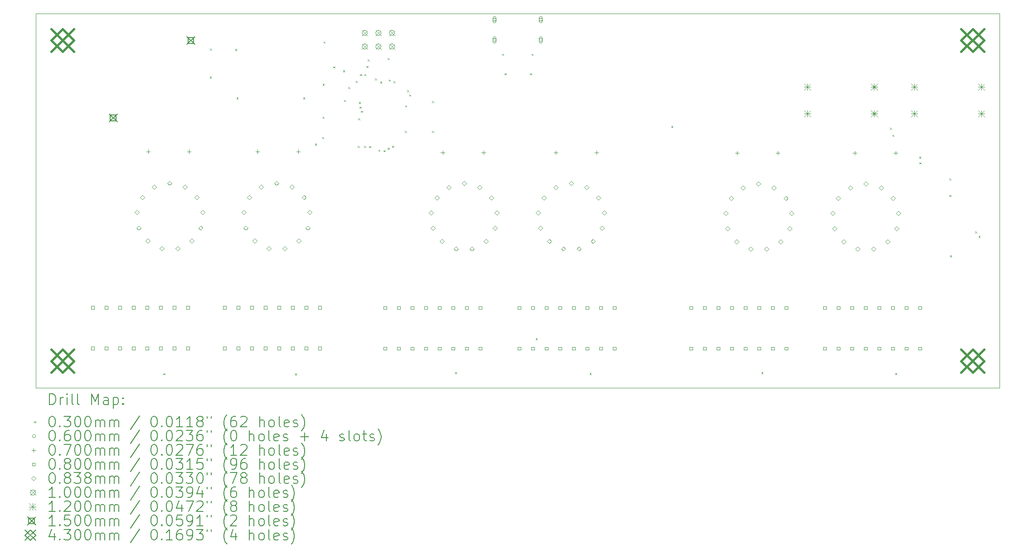
<source format=gbr>
%TF.GenerationSoftware,KiCad,Pcbnew,8.0.1*%
%TF.CreationDate,2025-01-11T23:12:29+02:00*%
%TF.ProjectId,NixProjectRev02,4e697850-726f-46a6-9563-745265763032,Rev02*%
%TF.SameCoordinates,Original*%
%TF.FileFunction,Drillmap*%
%TF.FilePolarity,Positive*%
%FSLAX45Y45*%
G04 Gerber Fmt 4.5, Leading zero omitted, Abs format (unit mm)*
G04 Created by KiCad (PCBNEW 8.0.1) date 2025-01-11 23:12:29*
%MOMM*%
%LPD*%
G01*
G04 APERTURE LIST*
%ADD10C,0.050000*%
%ADD11C,0.200000*%
%ADD12C,0.100000*%
%ADD13C,0.120000*%
%ADD14C,0.150000*%
%ADD15C,0.430000*%
G04 APERTURE END LIST*
D10*
X6090000Y-11910000D02*
X24090000Y-11910000D01*
X6090000Y-4910000D02*
X24090000Y-4910000D01*
X24090000Y-11910000D02*
X24090000Y-4910000D01*
X6090000Y-11910000D02*
X6090000Y-4910000D01*
D11*
D12*
X8471250Y-11640950D02*
X8501250Y-11670950D01*
X8501250Y-11640950D02*
X8471250Y-11670950D01*
X9338750Y-6091250D02*
X9368750Y-6121250D01*
X9368750Y-6091250D02*
X9338750Y-6121250D01*
X9342500Y-5567500D02*
X9372500Y-5597500D01*
X9372500Y-5567500D02*
X9342500Y-5597500D01*
X9814800Y-5573000D02*
X9844800Y-5603000D01*
X9844800Y-5573000D02*
X9814800Y-5603000D01*
X9840200Y-6479500D02*
X9870200Y-6509500D01*
X9870200Y-6479500D02*
X9840200Y-6509500D01*
X10931250Y-11642450D02*
X10961250Y-11672450D01*
X10961250Y-11642450D02*
X10931250Y-11672450D01*
X11084800Y-6479500D02*
X11114800Y-6509500D01*
X11114800Y-6479500D02*
X11084800Y-6509500D01*
X11305000Y-7345000D02*
X11335000Y-7375000D01*
X11335000Y-7345000D02*
X11305000Y-7375000D01*
X11438750Y-7218750D02*
X11468750Y-7248750D01*
X11468750Y-7218750D02*
X11438750Y-7248750D01*
X11448750Y-6225000D02*
X11478750Y-6255000D01*
X11478750Y-6225000D02*
X11448750Y-6255000D01*
X11448750Y-6841250D02*
X11478750Y-6871250D01*
X11478750Y-6841250D02*
X11448750Y-6871250D01*
X11465800Y-5432500D02*
X11495800Y-5462500D01*
X11495800Y-5432500D02*
X11465800Y-5462500D01*
X11646246Y-5900554D02*
X11676246Y-5930554D01*
X11676246Y-5900554D02*
X11646246Y-5930554D01*
X11829350Y-5972695D02*
X11859350Y-6002695D01*
X11859350Y-5972695D02*
X11829350Y-6002695D01*
X11847882Y-6524418D02*
X11877882Y-6554418D01*
X11877882Y-6524418D02*
X11847882Y-6554418D01*
X11925000Y-6285000D02*
X11955000Y-6315000D01*
X11955000Y-6285000D02*
X11925000Y-6315000D01*
X12065000Y-6169100D02*
X12095000Y-6199100D01*
X12095000Y-6169100D02*
X12065000Y-6199100D01*
X12105000Y-7385000D02*
X12135000Y-7415000D01*
X12135000Y-7385000D02*
X12105000Y-7415000D01*
X12113500Y-6868400D02*
X12143500Y-6898400D01*
X12143500Y-6868400D02*
X12113500Y-6898400D01*
X12126200Y-6563600D02*
X12156200Y-6593600D01*
X12156200Y-6563600D02*
X12126200Y-6593600D01*
X12138900Y-6652500D02*
X12168900Y-6682500D01*
X12168900Y-6652500D02*
X12138900Y-6682500D01*
X12147800Y-6043700D02*
X12177800Y-6073700D01*
X12177800Y-6043700D02*
X12147800Y-6073700D01*
X12164300Y-6728700D02*
X12194300Y-6758700D01*
X12194300Y-6728700D02*
X12164300Y-6758700D01*
X12225000Y-7385000D02*
X12255000Y-7415000D01*
X12255000Y-7385000D02*
X12225000Y-7415000D01*
X12227800Y-6043700D02*
X12257800Y-6073700D01*
X12257800Y-6043700D02*
X12227800Y-6073700D01*
X12265000Y-5892300D02*
X12295000Y-5922300D01*
X12295000Y-5892300D02*
X12265000Y-5922300D01*
X12289336Y-5769336D02*
X12319336Y-5799336D01*
X12319336Y-5769336D02*
X12289336Y-5799336D01*
X12317986Y-7389314D02*
X12347986Y-7419314D01*
X12347986Y-7389314D02*
X12317986Y-7419314D01*
X12427700Y-6125400D02*
X12457700Y-6155400D01*
X12457700Y-6125400D02*
X12427700Y-6155400D01*
X12490664Y-7459336D02*
X12520664Y-7489336D01*
X12520664Y-7459336D02*
X12490664Y-7489336D01*
X12525000Y-6185000D02*
X12555000Y-6215000D01*
X12555000Y-6185000D02*
X12525000Y-6215000D01*
X12585000Y-7465000D02*
X12615000Y-7495000D01*
X12615000Y-7465000D02*
X12585000Y-7495000D01*
X12664800Y-5745000D02*
X12694800Y-5775000D01*
X12694800Y-5745000D02*
X12664800Y-5775000D01*
X12665000Y-7425000D02*
X12695000Y-7455000D01*
X12695000Y-7425000D02*
X12665000Y-7455000D01*
X12685000Y-6145000D02*
X12715000Y-6175000D01*
X12715000Y-6145000D02*
X12685000Y-6175000D01*
X12745000Y-7385000D02*
X12775000Y-7415000D01*
X12775000Y-7385000D02*
X12745000Y-7415000D01*
X12775000Y-6175000D02*
X12805000Y-6205000D01*
X12805000Y-6175000D02*
X12775000Y-6205000D01*
X12985000Y-7105000D02*
X13015000Y-7135000D01*
X13015000Y-7105000D02*
X12985000Y-7135000D01*
X12989800Y-6627100D02*
X13019800Y-6657100D01*
X13019800Y-6627100D02*
X12989800Y-6657100D01*
X13025000Y-6345000D02*
X13055000Y-6375000D01*
X13055000Y-6345000D02*
X13025000Y-6375000D01*
X13065000Y-6425000D02*
X13095000Y-6455000D01*
X13095000Y-6425000D02*
X13065000Y-6455000D01*
X13492800Y-6548150D02*
X13522800Y-6578150D01*
X13522800Y-6548150D02*
X13492800Y-6578150D01*
X13492800Y-7107150D02*
X13522800Y-7137150D01*
X13522800Y-7107150D02*
X13492800Y-7137150D01*
X13921250Y-11618200D02*
X13951250Y-11648200D01*
X13951250Y-11618200D02*
X13921250Y-11648200D01*
X14800000Y-5661900D02*
X14830000Y-5691900D01*
X14830000Y-5661900D02*
X14800000Y-5691900D01*
X14849200Y-6025000D02*
X14879200Y-6055000D01*
X14879200Y-6025000D02*
X14849200Y-6055000D01*
X15321400Y-6025000D02*
X15351400Y-6055000D01*
X15351400Y-6025000D02*
X15321400Y-6055000D01*
X15350000Y-5661900D02*
X15380000Y-5691900D01*
X15380000Y-5661900D02*
X15350000Y-5691900D01*
X15427735Y-10982682D02*
X15457735Y-11012682D01*
X15457735Y-10982682D02*
X15427735Y-11012682D01*
X16436250Y-11635650D02*
X16466250Y-11665650D01*
X16466250Y-11635650D02*
X16436250Y-11665650D01*
X17958000Y-7011000D02*
X17988000Y-7041000D01*
X17988000Y-7011000D02*
X17958000Y-7041000D01*
X19644600Y-11618200D02*
X19674600Y-11648200D01*
X19674600Y-11618200D02*
X19644600Y-11648200D01*
X22045000Y-7045000D02*
X22075000Y-7075000D01*
X22075000Y-7045000D02*
X22045000Y-7075000D01*
X22090664Y-7179336D02*
X22120664Y-7209336D01*
X22120664Y-7179336D02*
X22090664Y-7209336D01*
X22141250Y-11636150D02*
X22171250Y-11666150D01*
X22171250Y-11636150D02*
X22141250Y-11666150D01*
X22590000Y-7590000D02*
X22620000Y-7620000D01*
X22620000Y-7590000D02*
X22590000Y-7620000D01*
X22595000Y-7695000D02*
X22625000Y-7725000D01*
X22625000Y-7695000D02*
X22595000Y-7725000D01*
X23155000Y-7995000D02*
X23185000Y-8025000D01*
X23185000Y-7995000D02*
X23155000Y-8025000D01*
X23155000Y-8305000D02*
X23185000Y-8335000D01*
X23185000Y-8305000D02*
X23155000Y-8335000D01*
X23165000Y-9435000D02*
X23195000Y-9465000D01*
X23195000Y-9435000D02*
X23165000Y-9465000D01*
X23635000Y-8985000D02*
X23665000Y-9015000D01*
X23665000Y-8985000D02*
X23635000Y-9015000D01*
X23697700Y-9072300D02*
X23727700Y-9102300D01*
X23727700Y-9072300D02*
X23697700Y-9102300D01*
X14688000Y-5025000D02*
G75*
G02*
X14628000Y-5025000I-30000J0D01*
G01*
X14628000Y-5025000D02*
G75*
G02*
X14688000Y-5025000I30000J0D01*
G01*
X14688000Y-5055000D02*
X14688000Y-4995000D01*
X14628000Y-4995000D02*
G75*
G02*
X14688000Y-4995000I30000J0D01*
G01*
X14628000Y-4995000D02*
X14628000Y-5055000D01*
X14628000Y-5055000D02*
G75*
G03*
X14688000Y-5055000I30000J0D01*
G01*
X14688000Y-5405000D02*
G75*
G02*
X14628000Y-5405000I-30000J0D01*
G01*
X14628000Y-5405000D02*
G75*
G02*
X14688000Y-5405000I30000J0D01*
G01*
X14688000Y-5435000D02*
X14688000Y-5375000D01*
X14628000Y-5375000D02*
G75*
G02*
X14688000Y-5375000I30000J0D01*
G01*
X14628000Y-5375000D02*
X14628000Y-5435000D01*
X14628000Y-5435000D02*
G75*
G03*
X14688000Y-5435000I30000J0D01*
G01*
X15552000Y-5025000D02*
G75*
G02*
X15492000Y-5025000I-30000J0D01*
G01*
X15492000Y-5025000D02*
G75*
G02*
X15552000Y-5025000I30000J0D01*
G01*
X15552000Y-5055000D02*
X15552000Y-4995000D01*
X15492000Y-4995000D02*
G75*
G02*
X15552000Y-4995000I30000J0D01*
G01*
X15492000Y-4995000D02*
X15492000Y-5055000D01*
X15492000Y-5055000D02*
G75*
G03*
X15552000Y-5055000I30000J0D01*
G01*
X15552000Y-5405000D02*
G75*
G02*
X15492000Y-5405000I-30000J0D01*
G01*
X15492000Y-5405000D02*
G75*
G02*
X15552000Y-5405000I30000J0D01*
G01*
X15552000Y-5435000D02*
X15552000Y-5375000D01*
X15492000Y-5375000D02*
G75*
G02*
X15552000Y-5375000I30000J0D01*
G01*
X15492000Y-5375000D02*
X15492000Y-5435000D01*
X15492000Y-5435000D02*
G75*
G03*
X15552000Y-5435000I30000J0D01*
G01*
X8190000Y-7455000D02*
X8190000Y-7525000D01*
X8155000Y-7490000D02*
X8225000Y-7490000D01*
X8952000Y-7455000D02*
X8952000Y-7525000D01*
X8917000Y-7490000D02*
X8987000Y-7490000D01*
X10231000Y-7455000D02*
X10231000Y-7525000D01*
X10196000Y-7490000D02*
X10266000Y-7490000D01*
X10993000Y-7455000D02*
X10993000Y-7525000D01*
X10958000Y-7490000D02*
X11028000Y-7490000D01*
X13690000Y-7473838D02*
X13690000Y-7543838D01*
X13655000Y-7508838D02*
X13725000Y-7508838D01*
X14452000Y-7473838D02*
X14452000Y-7543838D01*
X14417000Y-7508838D02*
X14487000Y-7508838D01*
X15800447Y-7473838D02*
X15800447Y-7543838D01*
X15765447Y-7508838D02*
X15835447Y-7508838D01*
X16562447Y-7473838D02*
X16562447Y-7543838D01*
X16527447Y-7508838D02*
X16597447Y-7508838D01*
X19190000Y-7481712D02*
X19190000Y-7551712D01*
X19155000Y-7516712D02*
X19225000Y-7516712D01*
X19952000Y-7481712D02*
X19952000Y-7551712D01*
X19917000Y-7516712D02*
X19987000Y-7516712D01*
X21386000Y-7481712D02*
X21386000Y-7551712D01*
X21351000Y-7516712D02*
X21421000Y-7516712D01*
X22148000Y-7481712D02*
X22148000Y-7551712D01*
X22113000Y-7516712D02*
X22183000Y-7516712D01*
X7179284Y-10441285D02*
X7179284Y-10384716D01*
X7122715Y-10384716D01*
X7122715Y-10441285D01*
X7179284Y-10441285D01*
X7179284Y-11203284D02*
X7179284Y-11146716D01*
X7122715Y-11146716D01*
X7122715Y-11203284D01*
X7179284Y-11203284D01*
X7433284Y-10441285D02*
X7433284Y-10384716D01*
X7376715Y-10384716D01*
X7376715Y-10441285D01*
X7433284Y-10441285D01*
X7433284Y-11203284D02*
X7433284Y-11146716D01*
X7376715Y-11146716D01*
X7376715Y-11203284D01*
X7433284Y-11203284D01*
X7687284Y-10441285D02*
X7687284Y-10384716D01*
X7630715Y-10384716D01*
X7630715Y-10441285D01*
X7687284Y-10441285D01*
X7687284Y-11203284D02*
X7687284Y-11146716D01*
X7630715Y-11146716D01*
X7630715Y-11203284D01*
X7687284Y-11203284D01*
X7941284Y-10441285D02*
X7941284Y-10384716D01*
X7884715Y-10384716D01*
X7884715Y-10441285D01*
X7941284Y-10441285D01*
X7941284Y-11203284D02*
X7941284Y-11146716D01*
X7884715Y-11146716D01*
X7884715Y-11203284D01*
X7941284Y-11203284D01*
X8195284Y-10441285D02*
X8195284Y-10384716D01*
X8138715Y-10384716D01*
X8138715Y-10441285D01*
X8195284Y-10441285D01*
X8195284Y-11203284D02*
X8195284Y-11146716D01*
X8138715Y-11146716D01*
X8138715Y-11203284D01*
X8195284Y-11203284D01*
X8449285Y-10441285D02*
X8449285Y-10384716D01*
X8392716Y-10384716D01*
X8392716Y-10441285D01*
X8449285Y-10441285D01*
X8449285Y-11203284D02*
X8449285Y-11146716D01*
X8392716Y-11146716D01*
X8392716Y-11203284D01*
X8449285Y-11203284D01*
X8703285Y-10441285D02*
X8703285Y-10384716D01*
X8646716Y-10384716D01*
X8646716Y-10441285D01*
X8703285Y-10441285D01*
X8703285Y-11203284D02*
X8703285Y-11146716D01*
X8646716Y-11146716D01*
X8646716Y-11203284D01*
X8703285Y-11203284D01*
X8957285Y-10441285D02*
X8957285Y-10384716D01*
X8900716Y-10384716D01*
X8900716Y-10441285D01*
X8957285Y-10441285D01*
X8957285Y-11203284D02*
X8957285Y-11146716D01*
X8900716Y-11146716D01*
X8900716Y-11203284D01*
X8957285Y-11203284D01*
X9647285Y-10441285D02*
X9647285Y-10384716D01*
X9590716Y-10384716D01*
X9590716Y-10441285D01*
X9647285Y-10441285D01*
X9647285Y-11203284D02*
X9647285Y-11146716D01*
X9590716Y-11146716D01*
X9590716Y-11203284D01*
X9647285Y-11203284D01*
X9901285Y-10441285D02*
X9901285Y-10384716D01*
X9844716Y-10384716D01*
X9844716Y-10441285D01*
X9901285Y-10441285D01*
X9901285Y-11203284D02*
X9901285Y-11146716D01*
X9844716Y-11146716D01*
X9844716Y-11203284D01*
X9901285Y-11203284D01*
X10155285Y-10441285D02*
X10155285Y-10384716D01*
X10098716Y-10384716D01*
X10098716Y-10441285D01*
X10155285Y-10441285D01*
X10155285Y-11203284D02*
X10155285Y-11146716D01*
X10098716Y-11146716D01*
X10098716Y-11203284D01*
X10155285Y-11203284D01*
X10409285Y-10441285D02*
X10409285Y-10384716D01*
X10352716Y-10384716D01*
X10352716Y-10441285D01*
X10409285Y-10441285D01*
X10409285Y-11203284D02*
X10409285Y-11146716D01*
X10352716Y-11146716D01*
X10352716Y-11203284D01*
X10409285Y-11203284D01*
X10663285Y-10441285D02*
X10663285Y-10384716D01*
X10606716Y-10384716D01*
X10606716Y-10441285D01*
X10663285Y-10441285D01*
X10663285Y-11203284D02*
X10663285Y-11146716D01*
X10606716Y-11146716D01*
X10606716Y-11203284D01*
X10663285Y-11203284D01*
X10917285Y-10441285D02*
X10917285Y-10384716D01*
X10860716Y-10384716D01*
X10860716Y-10441285D01*
X10917285Y-10441285D01*
X10917285Y-11203284D02*
X10917285Y-11146716D01*
X10860716Y-11146716D01*
X10860716Y-11203284D01*
X10917285Y-11203284D01*
X11171285Y-10441285D02*
X11171285Y-10384716D01*
X11114716Y-10384716D01*
X11114716Y-10441285D01*
X11171285Y-10441285D01*
X11171285Y-11203284D02*
X11171285Y-11146716D01*
X11114716Y-11146716D01*
X11114716Y-11203284D01*
X11171285Y-11203284D01*
X11425284Y-10441285D02*
X11425284Y-10384716D01*
X11368715Y-10384716D01*
X11368715Y-10441285D01*
X11425284Y-10441285D01*
X11425284Y-11203284D02*
X11425284Y-11146716D01*
X11368715Y-11146716D01*
X11368715Y-11203284D01*
X11425284Y-11203284D01*
X12640284Y-10442285D02*
X12640284Y-10385716D01*
X12583715Y-10385716D01*
X12583715Y-10442285D01*
X12640284Y-10442285D01*
X12640284Y-11204284D02*
X12640284Y-11147716D01*
X12583715Y-11147716D01*
X12583715Y-11204284D01*
X12640284Y-11204284D01*
X12894284Y-10442285D02*
X12894284Y-10385716D01*
X12837715Y-10385716D01*
X12837715Y-10442285D01*
X12894284Y-10442285D01*
X12894284Y-11204284D02*
X12894284Y-11147716D01*
X12837715Y-11147716D01*
X12837715Y-11204284D01*
X12894284Y-11204284D01*
X13148284Y-10442285D02*
X13148284Y-10385716D01*
X13091715Y-10385716D01*
X13091715Y-10442285D01*
X13148284Y-10442285D01*
X13148284Y-11204284D02*
X13148284Y-11147716D01*
X13091715Y-11147716D01*
X13091715Y-11204284D01*
X13148284Y-11204284D01*
X13402284Y-10442285D02*
X13402284Y-10385716D01*
X13345715Y-10385716D01*
X13345715Y-10442285D01*
X13402284Y-10442285D01*
X13402284Y-11204284D02*
X13402284Y-11147716D01*
X13345715Y-11147716D01*
X13345715Y-11204284D01*
X13402284Y-11204284D01*
X13656284Y-10442285D02*
X13656284Y-10385716D01*
X13599715Y-10385716D01*
X13599715Y-10442285D01*
X13656284Y-10442285D01*
X13656284Y-11204284D02*
X13656284Y-11147716D01*
X13599715Y-11147716D01*
X13599715Y-11204284D01*
X13656284Y-11204284D01*
X13910284Y-10442285D02*
X13910284Y-10385716D01*
X13853715Y-10385716D01*
X13853715Y-10442285D01*
X13910284Y-10442285D01*
X13910284Y-11204284D02*
X13910284Y-11147716D01*
X13853715Y-11147716D01*
X13853715Y-11204284D01*
X13910284Y-11204284D01*
X14164284Y-10442285D02*
X14164284Y-10385716D01*
X14107715Y-10385716D01*
X14107715Y-10442285D01*
X14164284Y-10442285D01*
X14164284Y-11204284D02*
X14164284Y-11147716D01*
X14107715Y-11147716D01*
X14107715Y-11204284D01*
X14164284Y-11204284D01*
X14418284Y-10442285D02*
X14418284Y-10385716D01*
X14361715Y-10385716D01*
X14361715Y-10442285D01*
X14418284Y-10442285D01*
X14418284Y-11204284D02*
X14418284Y-11147716D01*
X14361715Y-11147716D01*
X14361715Y-11204284D01*
X14418284Y-11204284D01*
X15147284Y-10442285D02*
X15147284Y-10385716D01*
X15090715Y-10385716D01*
X15090715Y-10442285D01*
X15147284Y-10442285D01*
X15147284Y-11204284D02*
X15147284Y-11147716D01*
X15090715Y-11147716D01*
X15090715Y-11204284D01*
X15147284Y-11204284D01*
X15401284Y-10442285D02*
X15401284Y-10385716D01*
X15344715Y-10385716D01*
X15344715Y-10442285D01*
X15401284Y-10442285D01*
X15401284Y-11204284D02*
X15401284Y-11147716D01*
X15344715Y-11147716D01*
X15344715Y-11204284D01*
X15401284Y-11204284D01*
X15655284Y-10442285D02*
X15655284Y-10385716D01*
X15598715Y-10385716D01*
X15598715Y-10442285D01*
X15655284Y-10442285D01*
X15655284Y-11204284D02*
X15655284Y-11147716D01*
X15598715Y-11147716D01*
X15598715Y-11204284D01*
X15655284Y-11204284D01*
X15909284Y-10442285D02*
X15909284Y-10385716D01*
X15852715Y-10385716D01*
X15852715Y-10442285D01*
X15909284Y-10442285D01*
X15909284Y-11204284D02*
X15909284Y-11147716D01*
X15852715Y-11147716D01*
X15852715Y-11204284D01*
X15909284Y-11204284D01*
X16163284Y-10442285D02*
X16163284Y-10385716D01*
X16106715Y-10385716D01*
X16106715Y-10442285D01*
X16163284Y-10442285D01*
X16163284Y-11204284D02*
X16163284Y-11147716D01*
X16106715Y-11147716D01*
X16106715Y-11204284D01*
X16163284Y-11204284D01*
X16417284Y-10442285D02*
X16417284Y-10385716D01*
X16360715Y-10385716D01*
X16360715Y-10442285D01*
X16417284Y-10442285D01*
X16417284Y-11204284D02*
X16417284Y-11147716D01*
X16360715Y-11147716D01*
X16360715Y-11204284D01*
X16417284Y-11204284D01*
X16671284Y-10442285D02*
X16671284Y-10385716D01*
X16614715Y-10385716D01*
X16614715Y-10442285D01*
X16671284Y-10442285D01*
X16671284Y-11204284D02*
X16671284Y-11147716D01*
X16614715Y-11147716D01*
X16614715Y-11204284D01*
X16671284Y-11204284D01*
X16925285Y-10442285D02*
X16925285Y-10385716D01*
X16868716Y-10385716D01*
X16868716Y-10442285D01*
X16925285Y-10442285D01*
X16925285Y-11204284D02*
X16925285Y-11147716D01*
X16868716Y-11147716D01*
X16868716Y-11204284D01*
X16925285Y-11204284D01*
X18356285Y-10442285D02*
X18356285Y-10385716D01*
X18299716Y-10385716D01*
X18299716Y-10442285D01*
X18356285Y-10442285D01*
X18356285Y-11204284D02*
X18356285Y-11147716D01*
X18299716Y-11147716D01*
X18299716Y-11204284D01*
X18356285Y-11204284D01*
X18610285Y-10442285D02*
X18610285Y-10385716D01*
X18553716Y-10385716D01*
X18553716Y-10442285D01*
X18610285Y-10442285D01*
X18610285Y-11204284D02*
X18610285Y-11147716D01*
X18553716Y-11147716D01*
X18553716Y-11204284D01*
X18610285Y-11204284D01*
X18864285Y-10442285D02*
X18864285Y-10385716D01*
X18807716Y-10385716D01*
X18807716Y-10442285D01*
X18864285Y-10442285D01*
X18864285Y-11204284D02*
X18864285Y-11147716D01*
X18807716Y-11147716D01*
X18807716Y-11204284D01*
X18864285Y-11204284D01*
X19118285Y-10442285D02*
X19118285Y-10385716D01*
X19061716Y-10385716D01*
X19061716Y-10442285D01*
X19118285Y-10442285D01*
X19118285Y-11204284D02*
X19118285Y-11147716D01*
X19061716Y-11147716D01*
X19061716Y-11204284D01*
X19118285Y-11204284D01*
X19372285Y-10442285D02*
X19372285Y-10385716D01*
X19315716Y-10385716D01*
X19315716Y-10442285D01*
X19372285Y-10442285D01*
X19372285Y-11204284D02*
X19372285Y-11147716D01*
X19315716Y-11147716D01*
X19315716Y-11204284D01*
X19372285Y-11204284D01*
X19626285Y-10442285D02*
X19626285Y-10385716D01*
X19569716Y-10385716D01*
X19569716Y-10442285D01*
X19626285Y-10442285D01*
X19626285Y-11204284D02*
X19626285Y-11147716D01*
X19569716Y-11147716D01*
X19569716Y-11204284D01*
X19626285Y-11204284D01*
X19880285Y-10442285D02*
X19880285Y-10385716D01*
X19823716Y-10385716D01*
X19823716Y-10442285D01*
X19880285Y-10442285D01*
X19880285Y-11204284D02*
X19880285Y-11147716D01*
X19823716Y-11147716D01*
X19823716Y-11204284D01*
X19880285Y-11204284D01*
X20134285Y-10442285D02*
X20134285Y-10385716D01*
X20077716Y-10385716D01*
X20077716Y-10442285D01*
X20134285Y-10442285D01*
X20134285Y-11204284D02*
X20134285Y-11147716D01*
X20077716Y-11147716D01*
X20077716Y-11204284D01*
X20134285Y-11204284D01*
X20855285Y-10442285D02*
X20855285Y-10385716D01*
X20798716Y-10385716D01*
X20798716Y-10442285D01*
X20855285Y-10442285D01*
X20855285Y-11204284D02*
X20855285Y-11147716D01*
X20798716Y-11147716D01*
X20798716Y-11204284D01*
X20855285Y-11204284D01*
X21109285Y-10442285D02*
X21109285Y-10385716D01*
X21052716Y-10385716D01*
X21052716Y-10442285D01*
X21109285Y-10442285D01*
X21109285Y-11204284D02*
X21109285Y-11147716D01*
X21052716Y-11147716D01*
X21052716Y-11204284D01*
X21109285Y-11204284D01*
X21363285Y-10442285D02*
X21363285Y-10385716D01*
X21306716Y-10385716D01*
X21306716Y-10442285D01*
X21363285Y-10442285D01*
X21363285Y-11204284D02*
X21363285Y-11147716D01*
X21306716Y-11147716D01*
X21306716Y-11204284D01*
X21363285Y-11204284D01*
X21617285Y-10442285D02*
X21617285Y-10385716D01*
X21560716Y-10385716D01*
X21560716Y-10442285D01*
X21617285Y-10442285D01*
X21617285Y-11204284D02*
X21617285Y-11147716D01*
X21560716Y-11147716D01*
X21560716Y-11204284D01*
X21617285Y-11204284D01*
X21871285Y-10442285D02*
X21871285Y-10385716D01*
X21814716Y-10385716D01*
X21814716Y-10442285D01*
X21871285Y-10442285D01*
X21871285Y-11204284D02*
X21871285Y-11147716D01*
X21814716Y-11147716D01*
X21814716Y-11204284D01*
X21871285Y-11204284D01*
X22125285Y-10442285D02*
X22125285Y-10385716D01*
X22068716Y-10385716D01*
X22068716Y-10442285D01*
X22125285Y-10442285D01*
X22125285Y-11204284D02*
X22125285Y-11147716D01*
X22068716Y-11147716D01*
X22068716Y-11204284D01*
X22125285Y-11204284D01*
X22379284Y-10442285D02*
X22379284Y-10385716D01*
X22322716Y-10385716D01*
X22322716Y-10442285D01*
X22379284Y-10442285D01*
X22379284Y-11204284D02*
X22379284Y-11147716D01*
X22322716Y-11147716D01*
X22322716Y-11204284D01*
X22379284Y-11204284D01*
X22633284Y-10442285D02*
X22633284Y-10385716D01*
X22576715Y-10385716D01*
X22576715Y-10442285D01*
X22633284Y-10442285D01*
X22633284Y-11204284D02*
X22633284Y-11147716D01*
X22576715Y-11147716D01*
X22576715Y-11204284D01*
X22633284Y-11204284D01*
X7975574Y-8668452D02*
X8017484Y-8626542D01*
X7975574Y-8584632D01*
X7933664Y-8626542D01*
X7975574Y-8668452D01*
X8011388Y-8962330D02*
X8053298Y-8920420D01*
X8011388Y-8878510D01*
X7969478Y-8920420D01*
X8011388Y-8962330D01*
X8080730Y-8391338D02*
X8122640Y-8349428D01*
X8080730Y-8307518D01*
X8038820Y-8349428D01*
X8080730Y-8391338D01*
X8179536Y-9206170D02*
X8221446Y-9164260D01*
X8179536Y-9122350D01*
X8137626Y-9164260D01*
X8179536Y-9206170D01*
X8302472Y-8194996D02*
X8344382Y-8153086D01*
X8302472Y-8111176D01*
X8260562Y-8153086D01*
X8302472Y-8194996D01*
X8441918Y-9343838D02*
X8483828Y-9301928D01*
X8441918Y-9260018D01*
X8400008Y-9301928D01*
X8441918Y-9343838D01*
X8590000Y-8124130D02*
X8631910Y-8082220D01*
X8590000Y-8040310D01*
X8548090Y-8082220D01*
X8590000Y-8124130D01*
X8738082Y-9343838D02*
X8779992Y-9301928D01*
X8738082Y-9260018D01*
X8696172Y-9301928D01*
X8738082Y-9343838D01*
X8877528Y-8194996D02*
X8919438Y-8153086D01*
X8877528Y-8111176D01*
X8835618Y-8153086D01*
X8877528Y-8194996D01*
X9000464Y-9206170D02*
X9042374Y-9164260D01*
X9000464Y-9122350D01*
X8958554Y-9164260D01*
X9000464Y-9206170D01*
X9099270Y-8391338D02*
X9141180Y-8349428D01*
X9099270Y-8307518D01*
X9057360Y-8349428D01*
X9099270Y-8391338D01*
X9168612Y-8962330D02*
X9210522Y-8920420D01*
X9168612Y-8878510D01*
X9126702Y-8920420D01*
X9168612Y-8962330D01*
X9204426Y-8668452D02*
X9246336Y-8626542D01*
X9204426Y-8584632D01*
X9162516Y-8626542D01*
X9204426Y-8668452D01*
X9975574Y-8668452D02*
X10017484Y-8626542D01*
X9975574Y-8584632D01*
X9933664Y-8626542D01*
X9975574Y-8668452D01*
X10011388Y-8962330D02*
X10053298Y-8920420D01*
X10011388Y-8878510D01*
X9969478Y-8920420D01*
X10011388Y-8962330D01*
X10080730Y-8391338D02*
X10122640Y-8349428D01*
X10080730Y-8307518D01*
X10038820Y-8349428D01*
X10080730Y-8391338D01*
X10179536Y-9206170D02*
X10221446Y-9164260D01*
X10179536Y-9122350D01*
X10137626Y-9164260D01*
X10179536Y-9206170D01*
X10302472Y-8194996D02*
X10344382Y-8153086D01*
X10302472Y-8111176D01*
X10260562Y-8153086D01*
X10302472Y-8194996D01*
X10441918Y-9343838D02*
X10483828Y-9301928D01*
X10441918Y-9260018D01*
X10400008Y-9301928D01*
X10441918Y-9343838D01*
X10590000Y-8124130D02*
X10631910Y-8082220D01*
X10590000Y-8040310D01*
X10548090Y-8082220D01*
X10590000Y-8124130D01*
X10738082Y-9343838D02*
X10779992Y-9301928D01*
X10738082Y-9260018D01*
X10696172Y-9301928D01*
X10738082Y-9343838D01*
X10877528Y-8194996D02*
X10919438Y-8153086D01*
X10877528Y-8111176D01*
X10835618Y-8153086D01*
X10877528Y-8194996D01*
X11000464Y-9206170D02*
X11042374Y-9164260D01*
X11000464Y-9122350D01*
X10958554Y-9164260D01*
X11000464Y-9206170D01*
X11099270Y-8391338D02*
X11141180Y-8349428D01*
X11099270Y-8307518D01*
X11057360Y-8349428D01*
X11099270Y-8391338D01*
X11168612Y-8962330D02*
X11210522Y-8920420D01*
X11168612Y-8878510D01*
X11126702Y-8920420D01*
X11168612Y-8962330D01*
X11204426Y-8668452D02*
X11246336Y-8626542D01*
X11204426Y-8584632D01*
X11162516Y-8626542D01*
X11204426Y-8668452D01*
X13475574Y-8676326D02*
X13517484Y-8634416D01*
X13475574Y-8592506D01*
X13433664Y-8634416D01*
X13475574Y-8676326D01*
X13511388Y-8970204D02*
X13553298Y-8928294D01*
X13511388Y-8886384D01*
X13469478Y-8928294D01*
X13511388Y-8970204D01*
X13580730Y-8399212D02*
X13622640Y-8357302D01*
X13580730Y-8315392D01*
X13538820Y-8357302D01*
X13580730Y-8399212D01*
X13679536Y-9214044D02*
X13721446Y-9172134D01*
X13679536Y-9130224D01*
X13637626Y-9172134D01*
X13679536Y-9214044D01*
X13802472Y-8202870D02*
X13844382Y-8160960D01*
X13802472Y-8119050D01*
X13760562Y-8160960D01*
X13802472Y-8202870D01*
X13941918Y-9351712D02*
X13983828Y-9309802D01*
X13941918Y-9267892D01*
X13900008Y-9309802D01*
X13941918Y-9351712D01*
X14090000Y-8132004D02*
X14131910Y-8090094D01*
X14090000Y-8048184D01*
X14048090Y-8090094D01*
X14090000Y-8132004D01*
X14238082Y-9351712D02*
X14279992Y-9309802D01*
X14238082Y-9267892D01*
X14196172Y-9309802D01*
X14238082Y-9351712D01*
X14377528Y-8202870D02*
X14419438Y-8160960D01*
X14377528Y-8119050D01*
X14335618Y-8160960D01*
X14377528Y-8202870D01*
X14500464Y-9214044D02*
X14542374Y-9172134D01*
X14500464Y-9130224D01*
X14458554Y-9172134D01*
X14500464Y-9214044D01*
X14599270Y-8399212D02*
X14641180Y-8357302D01*
X14599270Y-8315392D01*
X14557360Y-8357302D01*
X14599270Y-8399212D01*
X14668612Y-8970204D02*
X14710522Y-8928294D01*
X14668612Y-8886384D01*
X14626702Y-8928294D01*
X14668612Y-8970204D01*
X14704426Y-8676326D02*
X14746336Y-8634416D01*
X14704426Y-8592506D01*
X14662516Y-8634416D01*
X14704426Y-8676326D01*
X15475574Y-8676326D02*
X15517484Y-8634416D01*
X15475574Y-8592506D01*
X15433664Y-8634416D01*
X15475574Y-8676326D01*
X15511388Y-8970204D02*
X15553298Y-8928294D01*
X15511388Y-8886384D01*
X15469478Y-8928294D01*
X15511388Y-8970204D01*
X15580730Y-8399212D02*
X15622640Y-8357302D01*
X15580730Y-8315392D01*
X15538820Y-8357302D01*
X15580730Y-8399212D01*
X15679536Y-9214044D02*
X15721446Y-9172134D01*
X15679536Y-9130224D01*
X15637626Y-9172134D01*
X15679536Y-9214044D01*
X15802472Y-8202870D02*
X15844382Y-8160960D01*
X15802472Y-8119050D01*
X15760562Y-8160960D01*
X15802472Y-8202870D01*
X15941918Y-9351712D02*
X15983828Y-9309802D01*
X15941918Y-9267892D01*
X15900008Y-9309802D01*
X15941918Y-9351712D01*
X16090000Y-8132004D02*
X16131910Y-8090094D01*
X16090000Y-8048184D01*
X16048090Y-8090094D01*
X16090000Y-8132004D01*
X16238082Y-9351712D02*
X16279992Y-9309802D01*
X16238082Y-9267892D01*
X16196172Y-9309802D01*
X16238082Y-9351712D01*
X16377528Y-8202870D02*
X16419438Y-8160960D01*
X16377528Y-8119050D01*
X16335618Y-8160960D01*
X16377528Y-8202870D01*
X16500464Y-9214044D02*
X16542374Y-9172134D01*
X16500464Y-9130224D01*
X16458554Y-9172134D01*
X16500464Y-9214044D01*
X16599270Y-8399212D02*
X16641180Y-8357302D01*
X16599270Y-8315392D01*
X16557360Y-8357302D01*
X16599270Y-8399212D01*
X16668612Y-8970204D02*
X16710522Y-8928294D01*
X16668612Y-8886384D01*
X16626702Y-8928294D01*
X16668612Y-8970204D01*
X16704426Y-8676326D02*
X16746336Y-8634416D01*
X16704426Y-8592506D01*
X16662516Y-8634416D01*
X16704426Y-8676326D01*
X18975574Y-8684200D02*
X19017484Y-8642290D01*
X18975574Y-8600380D01*
X18933664Y-8642290D01*
X18975574Y-8684200D01*
X19011388Y-8978078D02*
X19053298Y-8936168D01*
X19011388Y-8894258D01*
X18969478Y-8936168D01*
X19011388Y-8978078D01*
X19080730Y-8407086D02*
X19122640Y-8365176D01*
X19080730Y-8323266D01*
X19038820Y-8365176D01*
X19080730Y-8407086D01*
X19179536Y-9221918D02*
X19221446Y-9180008D01*
X19179536Y-9138098D01*
X19137626Y-9180008D01*
X19179536Y-9221918D01*
X19302472Y-8210744D02*
X19344382Y-8168834D01*
X19302472Y-8126924D01*
X19260562Y-8168834D01*
X19302472Y-8210744D01*
X19441918Y-9359586D02*
X19483828Y-9317676D01*
X19441918Y-9275766D01*
X19400008Y-9317676D01*
X19441918Y-9359586D01*
X19590000Y-8139878D02*
X19631910Y-8097968D01*
X19590000Y-8056058D01*
X19548090Y-8097968D01*
X19590000Y-8139878D01*
X19738082Y-9359586D02*
X19779992Y-9317676D01*
X19738082Y-9275766D01*
X19696172Y-9317676D01*
X19738082Y-9359586D01*
X19877528Y-8210744D02*
X19919438Y-8168834D01*
X19877528Y-8126924D01*
X19835618Y-8168834D01*
X19877528Y-8210744D01*
X20000464Y-9221918D02*
X20042374Y-9180008D01*
X20000464Y-9138098D01*
X19958554Y-9180008D01*
X20000464Y-9221918D01*
X20099270Y-8407086D02*
X20141180Y-8365176D01*
X20099270Y-8323266D01*
X20057360Y-8365176D01*
X20099270Y-8407086D01*
X20168612Y-8978078D02*
X20210522Y-8936168D01*
X20168612Y-8894258D01*
X20126702Y-8936168D01*
X20168612Y-8978078D01*
X20204426Y-8684200D02*
X20246336Y-8642290D01*
X20204426Y-8600380D01*
X20162516Y-8642290D01*
X20204426Y-8684200D01*
X20975574Y-8684200D02*
X21017484Y-8642290D01*
X20975574Y-8600380D01*
X20933664Y-8642290D01*
X20975574Y-8684200D01*
X21011388Y-8978078D02*
X21053298Y-8936168D01*
X21011388Y-8894258D01*
X20969478Y-8936168D01*
X21011388Y-8978078D01*
X21080730Y-8407086D02*
X21122640Y-8365176D01*
X21080730Y-8323266D01*
X21038820Y-8365176D01*
X21080730Y-8407086D01*
X21179536Y-9221918D02*
X21221446Y-9180008D01*
X21179536Y-9138098D01*
X21137626Y-9180008D01*
X21179536Y-9221918D01*
X21302472Y-8210744D02*
X21344382Y-8168834D01*
X21302472Y-8126924D01*
X21260562Y-8168834D01*
X21302472Y-8210744D01*
X21441918Y-9359586D02*
X21483828Y-9317676D01*
X21441918Y-9275766D01*
X21400008Y-9317676D01*
X21441918Y-9359586D01*
X21590000Y-8139878D02*
X21631910Y-8097968D01*
X21590000Y-8056058D01*
X21548090Y-8097968D01*
X21590000Y-8139878D01*
X21738082Y-9359586D02*
X21779992Y-9317676D01*
X21738082Y-9275766D01*
X21696172Y-9317676D01*
X21738082Y-9359586D01*
X21877528Y-8210744D02*
X21919438Y-8168834D01*
X21877528Y-8126924D01*
X21835618Y-8168834D01*
X21877528Y-8210744D01*
X22000464Y-9221918D02*
X22042374Y-9180008D01*
X22000464Y-9138098D01*
X21958554Y-9180008D01*
X22000464Y-9221918D01*
X22099270Y-8407086D02*
X22141180Y-8365176D01*
X22099270Y-8323266D01*
X22057360Y-8365176D01*
X22099270Y-8407086D01*
X22168612Y-8978078D02*
X22210522Y-8936168D01*
X22168612Y-8894258D01*
X22126702Y-8936168D01*
X22168612Y-8978078D01*
X22204426Y-8684200D02*
X22246336Y-8642290D01*
X22204426Y-8600380D01*
X22162516Y-8642290D01*
X22204426Y-8684200D01*
X12184500Y-5222500D02*
X12284500Y-5322500D01*
X12284500Y-5222500D02*
X12184500Y-5322500D01*
X12284500Y-5272500D02*
G75*
G02*
X12184500Y-5272500I-50000J0D01*
G01*
X12184500Y-5272500D02*
G75*
G02*
X12284500Y-5272500I50000J0D01*
G01*
X12184500Y-5476500D02*
X12284500Y-5576500D01*
X12284500Y-5476500D02*
X12184500Y-5576500D01*
X12284500Y-5526500D02*
G75*
G02*
X12184500Y-5526500I-50000J0D01*
G01*
X12184500Y-5526500D02*
G75*
G02*
X12284500Y-5526500I50000J0D01*
G01*
X12438500Y-5222500D02*
X12538500Y-5322500D01*
X12538500Y-5222500D02*
X12438500Y-5322500D01*
X12538500Y-5272500D02*
G75*
G02*
X12438500Y-5272500I-50000J0D01*
G01*
X12438500Y-5272500D02*
G75*
G02*
X12538500Y-5272500I50000J0D01*
G01*
X12438500Y-5476500D02*
X12538500Y-5576500D01*
X12538500Y-5476500D02*
X12438500Y-5576500D01*
X12538500Y-5526500D02*
G75*
G02*
X12438500Y-5526500I-50000J0D01*
G01*
X12438500Y-5526500D02*
G75*
G02*
X12538500Y-5526500I50000J0D01*
G01*
X12692500Y-5222500D02*
X12792500Y-5322500D01*
X12792500Y-5222500D02*
X12692500Y-5322500D01*
X12792500Y-5272500D02*
G75*
G02*
X12692500Y-5272500I-50000J0D01*
G01*
X12692500Y-5272500D02*
G75*
G02*
X12792500Y-5272500I50000J0D01*
G01*
X12692500Y-5476500D02*
X12792500Y-5576500D01*
X12792500Y-5476500D02*
X12692500Y-5576500D01*
X12792500Y-5526500D02*
G75*
G02*
X12692500Y-5526500I-50000J0D01*
G01*
X12692500Y-5526500D02*
G75*
G02*
X12792500Y-5526500I50000J0D01*
G01*
D13*
X20440000Y-6220000D02*
X20560000Y-6340000D01*
X20560000Y-6220000D02*
X20440000Y-6340000D01*
X20500000Y-6220000D02*
X20500000Y-6340000D01*
X20440000Y-6280000D02*
X20560000Y-6280000D01*
X20440000Y-6720000D02*
X20560000Y-6840000D01*
X20560000Y-6720000D02*
X20440000Y-6840000D01*
X20500000Y-6720000D02*
X20500000Y-6840000D01*
X20440000Y-6780000D02*
X20560000Y-6780000D01*
X21690000Y-6220000D02*
X21810000Y-6340000D01*
X21810000Y-6220000D02*
X21690000Y-6340000D01*
X21750000Y-6220000D02*
X21750000Y-6340000D01*
X21690000Y-6280000D02*
X21810000Y-6280000D01*
X21690000Y-6720000D02*
X21810000Y-6840000D01*
X21810000Y-6720000D02*
X21690000Y-6840000D01*
X21750000Y-6720000D02*
X21750000Y-6840000D01*
X21690000Y-6780000D02*
X21810000Y-6780000D01*
X22440000Y-6220000D02*
X22560000Y-6340000D01*
X22560000Y-6220000D02*
X22440000Y-6340000D01*
X22500000Y-6220000D02*
X22500000Y-6340000D01*
X22440000Y-6280000D02*
X22560000Y-6280000D01*
X22440000Y-6720000D02*
X22560000Y-6840000D01*
X22560000Y-6720000D02*
X22440000Y-6840000D01*
X22500000Y-6720000D02*
X22500000Y-6840000D01*
X22440000Y-6780000D02*
X22560000Y-6780000D01*
X23690000Y-6220000D02*
X23810000Y-6340000D01*
X23810000Y-6220000D02*
X23690000Y-6340000D01*
X23750000Y-6220000D02*
X23750000Y-6340000D01*
X23690000Y-6280000D02*
X23810000Y-6280000D01*
X23690000Y-6720000D02*
X23810000Y-6840000D01*
X23810000Y-6720000D02*
X23690000Y-6840000D01*
X23750000Y-6720000D02*
X23750000Y-6840000D01*
X23690000Y-6780000D02*
X23810000Y-6780000D01*
D14*
X7461145Y-6788854D02*
X7611145Y-6938854D01*
X7611145Y-6788854D02*
X7461145Y-6938854D01*
X7589179Y-6916888D02*
X7589179Y-6810821D01*
X7483112Y-6810821D01*
X7483112Y-6916888D01*
X7589179Y-6916888D01*
X8910007Y-5339993D02*
X9060007Y-5489993D01*
X9060007Y-5339993D02*
X8910007Y-5489993D01*
X9038041Y-5468026D02*
X9038041Y-5361959D01*
X8931974Y-5361959D01*
X8931974Y-5468026D01*
X9038041Y-5468026D01*
D15*
X6375000Y-5195000D02*
X6805000Y-5625000D01*
X6805000Y-5195000D02*
X6375000Y-5625000D01*
X6590000Y-5625000D02*
X6805000Y-5410000D01*
X6590000Y-5195000D01*
X6375000Y-5410000D01*
X6590000Y-5625000D01*
X6375000Y-11195000D02*
X6805000Y-11625000D01*
X6805000Y-11195000D02*
X6375000Y-11625000D01*
X6590000Y-11625000D02*
X6805000Y-11410000D01*
X6590000Y-11195000D01*
X6375000Y-11410000D01*
X6590000Y-11625000D01*
X23375000Y-5195000D02*
X23805000Y-5625000D01*
X23805000Y-5195000D02*
X23375000Y-5625000D01*
X23590000Y-5625000D02*
X23805000Y-5410000D01*
X23590000Y-5195000D01*
X23375000Y-5410000D01*
X23590000Y-5625000D01*
X23375000Y-11195000D02*
X23805000Y-11625000D01*
X23805000Y-11195000D02*
X23375000Y-11625000D01*
X23590000Y-11625000D02*
X23805000Y-11410000D01*
X23590000Y-11195000D01*
X23375000Y-11410000D01*
X23590000Y-11625000D01*
D11*
X6348277Y-12223984D02*
X6348277Y-12023984D01*
X6348277Y-12023984D02*
X6395896Y-12023984D01*
X6395896Y-12023984D02*
X6424467Y-12033508D01*
X6424467Y-12033508D02*
X6443515Y-12052555D01*
X6443515Y-12052555D02*
X6453039Y-12071603D01*
X6453039Y-12071603D02*
X6462562Y-12109698D01*
X6462562Y-12109698D02*
X6462562Y-12138269D01*
X6462562Y-12138269D02*
X6453039Y-12176365D01*
X6453039Y-12176365D02*
X6443515Y-12195412D01*
X6443515Y-12195412D02*
X6424467Y-12214460D01*
X6424467Y-12214460D02*
X6395896Y-12223984D01*
X6395896Y-12223984D02*
X6348277Y-12223984D01*
X6548277Y-12223984D02*
X6548277Y-12090650D01*
X6548277Y-12128746D02*
X6557801Y-12109698D01*
X6557801Y-12109698D02*
X6567324Y-12100174D01*
X6567324Y-12100174D02*
X6586372Y-12090650D01*
X6586372Y-12090650D02*
X6605420Y-12090650D01*
X6672086Y-12223984D02*
X6672086Y-12090650D01*
X6672086Y-12023984D02*
X6662562Y-12033508D01*
X6662562Y-12033508D02*
X6672086Y-12043031D01*
X6672086Y-12043031D02*
X6681610Y-12033508D01*
X6681610Y-12033508D02*
X6672086Y-12023984D01*
X6672086Y-12023984D02*
X6672086Y-12043031D01*
X6795896Y-12223984D02*
X6776848Y-12214460D01*
X6776848Y-12214460D02*
X6767324Y-12195412D01*
X6767324Y-12195412D02*
X6767324Y-12023984D01*
X6900658Y-12223984D02*
X6881610Y-12214460D01*
X6881610Y-12214460D02*
X6872086Y-12195412D01*
X6872086Y-12195412D02*
X6872086Y-12023984D01*
X7129229Y-12223984D02*
X7129229Y-12023984D01*
X7129229Y-12023984D02*
X7195896Y-12166841D01*
X7195896Y-12166841D02*
X7262562Y-12023984D01*
X7262562Y-12023984D02*
X7262562Y-12223984D01*
X7443515Y-12223984D02*
X7443515Y-12119222D01*
X7443515Y-12119222D02*
X7433991Y-12100174D01*
X7433991Y-12100174D02*
X7414943Y-12090650D01*
X7414943Y-12090650D02*
X7376848Y-12090650D01*
X7376848Y-12090650D02*
X7357801Y-12100174D01*
X7443515Y-12214460D02*
X7424467Y-12223984D01*
X7424467Y-12223984D02*
X7376848Y-12223984D01*
X7376848Y-12223984D02*
X7357801Y-12214460D01*
X7357801Y-12214460D02*
X7348277Y-12195412D01*
X7348277Y-12195412D02*
X7348277Y-12176365D01*
X7348277Y-12176365D02*
X7357801Y-12157317D01*
X7357801Y-12157317D02*
X7376848Y-12147793D01*
X7376848Y-12147793D02*
X7424467Y-12147793D01*
X7424467Y-12147793D02*
X7443515Y-12138269D01*
X7538753Y-12090650D02*
X7538753Y-12290650D01*
X7538753Y-12100174D02*
X7557801Y-12090650D01*
X7557801Y-12090650D02*
X7595896Y-12090650D01*
X7595896Y-12090650D02*
X7614943Y-12100174D01*
X7614943Y-12100174D02*
X7624467Y-12109698D01*
X7624467Y-12109698D02*
X7633991Y-12128746D01*
X7633991Y-12128746D02*
X7633991Y-12185888D01*
X7633991Y-12185888D02*
X7624467Y-12204936D01*
X7624467Y-12204936D02*
X7614943Y-12214460D01*
X7614943Y-12214460D02*
X7595896Y-12223984D01*
X7595896Y-12223984D02*
X7557801Y-12223984D01*
X7557801Y-12223984D02*
X7538753Y-12214460D01*
X7719705Y-12204936D02*
X7729229Y-12214460D01*
X7729229Y-12214460D02*
X7719705Y-12223984D01*
X7719705Y-12223984D02*
X7710182Y-12214460D01*
X7710182Y-12214460D02*
X7719705Y-12204936D01*
X7719705Y-12204936D02*
X7719705Y-12223984D01*
X7719705Y-12100174D02*
X7729229Y-12109698D01*
X7729229Y-12109698D02*
X7719705Y-12119222D01*
X7719705Y-12119222D02*
X7710182Y-12109698D01*
X7710182Y-12109698D02*
X7719705Y-12100174D01*
X7719705Y-12100174D02*
X7719705Y-12119222D01*
D12*
X6057500Y-12537500D02*
X6087500Y-12567500D01*
X6087500Y-12537500D02*
X6057500Y-12567500D01*
D11*
X6386372Y-12443984D02*
X6405420Y-12443984D01*
X6405420Y-12443984D02*
X6424467Y-12453508D01*
X6424467Y-12453508D02*
X6433991Y-12463031D01*
X6433991Y-12463031D02*
X6443515Y-12482079D01*
X6443515Y-12482079D02*
X6453039Y-12520174D01*
X6453039Y-12520174D02*
X6453039Y-12567793D01*
X6453039Y-12567793D02*
X6443515Y-12605888D01*
X6443515Y-12605888D02*
X6433991Y-12624936D01*
X6433991Y-12624936D02*
X6424467Y-12634460D01*
X6424467Y-12634460D02*
X6405420Y-12643984D01*
X6405420Y-12643984D02*
X6386372Y-12643984D01*
X6386372Y-12643984D02*
X6367324Y-12634460D01*
X6367324Y-12634460D02*
X6357801Y-12624936D01*
X6357801Y-12624936D02*
X6348277Y-12605888D01*
X6348277Y-12605888D02*
X6338753Y-12567793D01*
X6338753Y-12567793D02*
X6338753Y-12520174D01*
X6338753Y-12520174D02*
X6348277Y-12482079D01*
X6348277Y-12482079D02*
X6357801Y-12463031D01*
X6357801Y-12463031D02*
X6367324Y-12453508D01*
X6367324Y-12453508D02*
X6386372Y-12443984D01*
X6538753Y-12624936D02*
X6548277Y-12634460D01*
X6548277Y-12634460D02*
X6538753Y-12643984D01*
X6538753Y-12643984D02*
X6529229Y-12634460D01*
X6529229Y-12634460D02*
X6538753Y-12624936D01*
X6538753Y-12624936D02*
X6538753Y-12643984D01*
X6614943Y-12443984D02*
X6738753Y-12443984D01*
X6738753Y-12443984D02*
X6672086Y-12520174D01*
X6672086Y-12520174D02*
X6700658Y-12520174D01*
X6700658Y-12520174D02*
X6719705Y-12529698D01*
X6719705Y-12529698D02*
X6729229Y-12539222D01*
X6729229Y-12539222D02*
X6738753Y-12558269D01*
X6738753Y-12558269D02*
X6738753Y-12605888D01*
X6738753Y-12605888D02*
X6729229Y-12624936D01*
X6729229Y-12624936D02*
X6719705Y-12634460D01*
X6719705Y-12634460D02*
X6700658Y-12643984D01*
X6700658Y-12643984D02*
X6643515Y-12643984D01*
X6643515Y-12643984D02*
X6624467Y-12634460D01*
X6624467Y-12634460D02*
X6614943Y-12624936D01*
X6862562Y-12443984D02*
X6881610Y-12443984D01*
X6881610Y-12443984D02*
X6900658Y-12453508D01*
X6900658Y-12453508D02*
X6910182Y-12463031D01*
X6910182Y-12463031D02*
X6919705Y-12482079D01*
X6919705Y-12482079D02*
X6929229Y-12520174D01*
X6929229Y-12520174D02*
X6929229Y-12567793D01*
X6929229Y-12567793D02*
X6919705Y-12605888D01*
X6919705Y-12605888D02*
X6910182Y-12624936D01*
X6910182Y-12624936D02*
X6900658Y-12634460D01*
X6900658Y-12634460D02*
X6881610Y-12643984D01*
X6881610Y-12643984D02*
X6862562Y-12643984D01*
X6862562Y-12643984D02*
X6843515Y-12634460D01*
X6843515Y-12634460D02*
X6833991Y-12624936D01*
X6833991Y-12624936D02*
X6824467Y-12605888D01*
X6824467Y-12605888D02*
X6814943Y-12567793D01*
X6814943Y-12567793D02*
X6814943Y-12520174D01*
X6814943Y-12520174D02*
X6824467Y-12482079D01*
X6824467Y-12482079D02*
X6833991Y-12463031D01*
X6833991Y-12463031D02*
X6843515Y-12453508D01*
X6843515Y-12453508D02*
X6862562Y-12443984D01*
X7053039Y-12443984D02*
X7072086Y-12443984D01*
X7072086Y-12443984D02*
X7091134Y-12453508D01*
X7091134Y-12453508D02*
X7100658Y-12463031D01*
X7100658Y-12463031D02*
X7110182Y-12482079D01*
X7110182Y-12482079D02*
X7119705Y-12520174D01*
X7119705Y-12520174D02*
X7119705Y-12567793D01*
X7119705Y-12567793D02*
X7110182Y-12605888D01*
X7110182Y-12605888D02*
X7100658Y-12624936D01*
X7100658Y-12624936D02*
X7091134Y-12634460D01*
X7091134Y-12634460D02*
X7072086Y-12643984D01*
X7072086Y-12643984D02*
X7053039Y-12643984D01*
X7053039Y-12643984D02*
X7033991Y-12634460D01*
X7033991Y-12634460D02*
X7024467Y-12624936D01*
X7024467Y-12624936D02*
X7014943Y-12605888D01*
X7014943Y-12605888D02*
X7005420Y-12567793D01*
X7005420Y-12567793D02*
X7005420Y-12520174D01*
X7005420Y-12520174D02*
X7014943Y-12482079D01*
X7014943Y-12482079D02*
X7024467Y-12463031D01*
X7024467Y-12463031D02*
X7033991Y-12453508D01*
X7033991Y-12453508D02*
X7053039Y-12443984D01*
X7205420Y-12643984D02*
X7205420Y-12510650D01*
X7205420Y-12529698D02*
X7214943Y-12520174D01*
X7214943Y-12520174D02*
X7233991Y-12510650D01*
X7233991Y-12510650D02*
X7262563Y-12510650D01*
X7262563Y-12510650D02*
X7281610Y-12520174D01*
X7281610Y-12520174D02*
X7291134Y-12539222D01*
X7291134Y-12539222D02*
X7291134Y-12643984D01*
X7291134Y-12539222D02*
X7300658Y-12520174D01*
X7300658Y-12520174D02*
X7319705Y-12510650D01*
X7319705Y-12510650D02*
X7348277Y-12510650D01*
X7348277Y-12510650D02*
X7367324Y-12520174D01*
X7367324Y-12520174D02*
X7376848Y-12539222D01*
X7376848Y-12539222D02*
X7376848Y-12643984D01*
X7472086Y-12643984D02*
X7472086Y-12510650D01*
X7472086Y-12529698D02*
X7481610Y-12520174D01*
X7481610Y-12520174D02*
X7500658Y-12510650D01*
X7500658Y-12510650D02*
X7529229Y-12510650D01*
X7529229Y-12510650D02*
X7548277Y-12520174D01*
X7548277Y-12520174D02*
X7557801Y-12539222D01*
X7557801Y-12539222D02*
X7557801Y-12643984D01*
X7557801Y-12539222D02*
X7567324Y-12520174D01*
X7567324Y-12520174D02*
X7586372Y-12510650D01*
X7586372Y-12510650D02*
X7614943Y-12510650D01*
X7614943Y-12510650D02*
X7633991Y-12520174D01*
X7633991Y-12520174D02*
X7643515Y-12539222D01*
X7643515Y-12539222D02*
X7643515Y-12643984D01*
X8033991Y-12434460D02*
X7862563Y-12691603D01*
X8291134Y-12443984D02*
X8310182Y-12443984D01*
X8310182Y-12443984D02*
X8329229Y-12453508D01*
X8329229Y-12453508D02*
X8338753Y-12463031D01*
X8338753Y-12463031D02*
X8348277Y-12482079D01*
X8348277Y-12482079D02*
X8357801Y-12520174D01*
X8357801Y-12520174D02*
X8357801Y-12567793D01*
X8357801Y-12567793D02*
X8348277Y-12605888D01*
X8348277Y-12605888D02*
X8338753Y-12624936D01*
X8338753Y-12624936D02*
X8329229Y-12634460D01*
X8329229Y-12634460D02*
X8310182Y-12643984D01*
X8310182Y-12643984D02*
X8291134Y-12643984D01*
X8291134Y-12643984D02*
X8272086Y-12634460D01*
X8272086Y-12634460D02*
X8262563Y-12624936D01*
X8262563Y-12624936D02*
X8253039Y-12605888D01*
X8253039Y-12605888D02*
X8243515Y-12567793D01*
X8243515Y-12567793D02*
X8243515Y-12520174D01*
X8243515Y-12520174D02*
X8253039Y-12482079D01*
X8253039Y-12482079D02*
X8262563Y-12463031D01*
X8262563Y-12463031D02*
X8272086Y-12453508D01*
X8272086Y-12453508D02*
X8291134Y-12443984D01*
X8443515Y-12624936D02*
X8453039Y-12634460D01*
X8453039Y-12634460D02*
X8443515Y-12643984D01*
X8443515Y-12643984D02*
X8433991Y-12634460D01*
X8433991Y-12634460D02*
X8443515Y-12624936D01*
X8443515Y-12624936D02*
X8443515Y-12643984D01*
X8576848Y-12443984D02*
X8595896Y-12443984D01*
X8595896Y-12443984D02*
X8614944Y-12453508D01*
X8614944Y-12453508D02*
X8624468Y-12463031D01*
X8624468Y-12463031D02*
X8633991Y-12482079D01*
X8633991Y-12482079D02*
X8643515Y-12520174D01*
X8643515Y-12520174D02*
X8643515Y-12567793D01*
X8643515Y-12567793D02*
X8633991Y-12605888D01*
X8633991Y-12605888D02*
X8624468Y-12624936D01*
X8624468Y-12624936D02*
X8614944Y-12634460D01*
X8614944Y-12634460D02*
X8595896Y-12643984D01*
X8595896Y-12643984D02*
X8576848Y-12643984D01*
X8576848Y-12643984D02*
X8557801Y-12634460D01*
X8557801Y-12634460D02*
X8548277Y-12624936D01*
X8548277Y-12624936D02*
X8538753Y-12605888D01*
X8538753Y-12605888D02*
X8529229Y-12567793D01*
X8529229Y-12567793D02*
X8529229Y-12520174D01*
X8529229Y-12520174D02*
X8538753Y-12482079D01*
X8538753Y-12482079D02*
X8548277Y-12463031D01*
X8548277Y-12463031D02*
X8557801Y-12453508D01*
X8557801Y-12453508D02*
X8576848Y-12443984D01*
X8833991Y-12643984D02*
X8719706Y-12643984D01*
X8776848Y-12643984D02*
X8776848Y-12443984D01*
X8776848Y-12443984D02*
X8757801Y-12472555D01*
X8757801Y-12472555D02*
X8738753Y-12491603D01*
X8738753Y-12491603D02*
X8719706Y-12501127D01*
X9024468Y-12643984D02*
X8910182Y-12643984D01*
X8967325Y-12643984D02*
X8967325Y-12443984D01*
X8967325Y-12443984D02*
X8948277Y-12472555D01*
X8948277Y-12472555D02*
X8929229Y-12491603D01*
X8929229Y-12491603D02*
X8910182Y-12501127D01*
X9138753Y-12529698D02*
X9119706Y-12520174D01*
X9119706Y-12520174D02*
X9110182Y-12510650D01*
X9110182Y-12510650D02*
X9100658Y-12491603D01*
X9100658Y-12491603D02*
X9100658Y-12482079D01*
X9100658Y-12482079D02*
X9110182Y-12463031D01*
X9110182Y-12463031D02*
X9119706Y-12453508D01*
X9119706Y-12453508D02*
X9138753Y-12443984D01*
X9138753Y-12443984D02*
X9176849Y-12443984D01*
X9176849Y-12443984D02*
X9195896Y-12453508D01*
X9195896Y-12453508D02*
X9205420Y-12463031D01*
X9205420Y-12463031D02*
X9214944Y-12482079D01*
X9214944Y-12482079D02*
X9214944Y-12491603D01*
X9214944Y-12491603D02*
X9205420Y-12510650D01*
X9205420Y-12510650D02*
X9195896Y-12520174D01*
X9195896Y-12520174D02*
X9176849Y-12529698D01*
X9176849Y-12529698D02*
X9138753Y-12529698D01*
X9138753Y-12529698D02*
X9119706Y-12539222D01*
X9119706Y-12539222D02*
X9110182Y-12548746D01*
X9110182Y-12548746D02*
X9100658Y-12567793D01*
X9100658Y-12567793D02*
X9100658Y-12605888D01*
X9100658Y-12605888D02*
X9110182Y-12624936D01*
X9110182Y-12624936D02*
X9119706Y-12634460D01*
X9119706Y-12634460D02*
X9138753Y-12643984D01*
X9138753Y-12643984D02*
X9176849Y-12643984D01*
X9176849Y-12643984D02*
X9195896Y-12634460D01*
X9195896Y-12634460D02*
X9205420Y-12624936D01*
X9205420Y-12624936D02*
X9214944Y-12605888D01*
X9214944Y-12605888D02*
X9214944Y-12567793D01*
X9214944Y-12567793D02*
X9205420Y-12548746D01*
X9205420Y-12548746D02*
X9195896Y-12539222D01*
X9195896Y-12539222D02*
X9176849Y-12529698D01*
X9291134Y-12443984D02*
X9291134Y-12482079D01*
X9367325Y-12443984D02*
X9367325Y-12482079D01*
X9662563Y-12720174D02*
X9653039Y-12710650D01*
X9653039Y-12710650D02*
X9633991Y-12682079D01*
X9633991Y-12682079D02*
X9624468Y-12663031D01*
X9624468Y-12663031D02*
X9614944Y-12634460D01*
X9614944Y-12634460D02*
X9605420Y-12586841D01*
X9605420Y-12586841D02*
X9605420Y-12548746D01*
X9605420Y-12548746D02*
X9614944Y-12501127D01*
X9614944Y-12501127D02*
X9624468Y-12472555D01*
X9624468Y-12472555D02*
X9633991Y-12453508D01*
X9633991Y-12453508D02*
X9653039Y-12424936D01*
X9653039Y-12424936D02*
X9662563Y-12415412D01*
X9824468Y-12443984D02*
X9786372Y-12443984D01*
X9786372Y-12443984D02*
X9767325Y-12453508D01*
X9767325Y-12453508D02*
X9757801Y-12463031D01*
X9757801Y-12463031D02*
X9738753Y-12491603D01*
X9738753Y-12491603D02*
X9729230Y-12529698D01*
X9729230Y-12529698D02*
X9729230Y-12605888D01*
X9729230Y-12605888D02*
X9738753Y-12624936D01*
X9738753Y-12624936D02*
X9748277Y-12634460D01*
X9748277Y-12634460D02*
X9767325Y-12643984D01*
X9767325Y-12643984D02*
X9805420Y-12643984D01*
X9805420Y-12643984D02*
X9824468Y-12634460D01*
X9824468Y-12634460D02*
X9833991Y-12624936D01*
X9833991Y-12624936D02*
X9843515Y-12605888D01*
X9843515Y-12605888D02*
X9843515Y-12558269D01*
X9843515Y-12558269D02*
X9833991Y-12539222D01*
X9833991Y-12539222D02*
X9824468Y-12529698D01*
X9824468Y-12529698D02*
X9805420Y-12520174D01*
X9805420Y-12520174D02*
X9767325Y-12520174D01*
X9767325Y-12520174D02*
X9748277Y-12529698D01*
X9748277Y-12529698D02*
X9738753Y-12539222D01*
X9738753Y-12539222D02*
X9729230Y-12558269D01*
X9919706Y-12463031D02*
X9929230Y-12453508D01*
X9929230Y-12453508D02*
X9948277Y-12443984D01*
X9948277Y-12443984D02*
X9995896Y-12443984D01*
X9995896Y-12443984D02*
X10014944Y-12453508D01*
X10014944Y-12453508D02*
X10024468Y-12463031D01*
X10024468Y-12463031D02*
X10033991Y-12482079D01*
X10033991Y-12482079D02*
X10033991Y-12501127D01*
X10033991Y-12501127D02*
X10024468Y-12529698D01*
X10024468Y-12529698D02*
X9910182Y-12643984D01*
X9910182Y-12643984D02*
X10033991Y-12643984D01*
X10272087Y-12643984D02*
X10272087Y-12443984D01*
X10357801Y-12643984D02*
X10357801Y-12539222D01*
X10357801Y-12539222D02*
X10348277Y-12520174D01*
X10348277Y-12520174D02*
X10329230Y-12510650D01*
X10329230Y-12510650D02*
X10300658Y-12510650D01*
X10300658Y-12510650D02*
X10281611Y-12520174D01*
X10281611Y-12520174D02*
X10272087Y-12529698D01*
X10481611Y-12643984D02*
X10462563Y-12634460D01*
X10462563Y-12634460D02*
X10453039Y-12624936D01*
X10453039Y-12624936D02*
X10443515Y-12605888D01*
X10443515Y-12605888D02*
X10443515Y-12548746D01*
X10443515Y-12548746D02*
X10453039Y-12529698D01*
X10453039Y-12529698D02*
X10462563Y-12520174D01*
X10462563Y-12520174D02*
X10481611Y-12510650D01*
X10481611Y-12510650D02*
X10510182Y-12510650D01*
X10510182Y-12510650D02*
X10529230Y-12520174D01*
X10529230Y-12520174D02*
X10538753Y-12529698D01*
X10538753Y-12529698D02*
X10548277Y-12548746D01*
X10548277Y-12548746D02*
X10548277Y-12605888D01*
X10548277Y-12605888D02*
X10538753Y-12624936D01*
X10538753Y-12624936D02*
X10529230Y-12634460D01*
X10529230Y-12634460D02*
X10510182Y-12643984D01*
X10510182Y-12643984D02*
X10481611Y-12643984D01*
X10662563Y-12643984D02*
X10643515Y-12634460D01*
X10643515Y-12634460D02*
X10633992Y-12615412D01*
X10633992Y-12615412D02*
X10633992Y-12443984D01*
X10814944Y-12634460D02*
X10795896Y-12643984D01*
X10795896Y-12643984D02*
X10757801Y-12643984D01*
X10757801Y-12643984D02*
X10738753Y-12634460D01*
X10738753Y-12634460D02*
X10729230Y-12615412D01*
X10729230Y-12615412D02*
X10729230Y-12539222D01*
X10729230Y-12539222D02*
X10738753Y-12520174D01*
X10738753Y-12520174D02*
X10757801Y-12510650D01*
X10757801Y-12510650D02*
X10795896Y-12510650D01*
X10795896Y-12510650D02*
X10814944Y-12520174D01*
X10814944Y-12520174D02*
X10824468Y-12539222D01*
X10824468Y-12539222D02*
X10824468Y-12558269D01*
X10824468Y-12558269D02*
X10729230Y-12577317D01*
X10900658Y-12634460D02*
X10919706Y-12643984D01*
X10919706Y-12643984D02*
X10957801Y-12643984D01*
X10957801Y-12643984D02*
X10976849Y-12634460D01*
X10976849Y-12634460D02*
X10986373Y-12615412D01*
X10986373Y-12615412D02*
X10986373Y-12605888D01*
X10986373Y-12605888D02*
X10976849Y-12586841D01*
X10976849Y-12586841D02*
X10957801Y-12577317D01*
X10957801Y-12577317D02*
X10929230Y-12577317D01*
X10929230Y-12577317D02*
X10910182Y-12567793D01*
X10910182Y-12567793D02*
X10900658Y-12548746D01*
X10900658Y-12548746D02*
X10900658Y-12539222D01*
X10900658Y-12539222D02*
X10910182Y-12520174D01*
X10910182Y-12520174D02*
X10929230Y-12510650D01*
X10929230Y-12510650D02*
X10957801Y-12510650D01*
X10957801Y-12510650D02*
X10976849Y-12520174D01*
X11053039Y-12720174D02*
X11062563Y-12710650D01*
X11062563Y-12710650D02*
X11081611Y-12682079D01*
X11081611Y-12682079D02*
X11091134Y-12663031D01*
X11091134Y-12663031D02*
X11100658Y-12634460D01*
X11100658Y-12634460D02*
X11110182Y-12586841D01*
X11110182Y-12586841D02*
X11110182Y-12548746D01*
X11110182Y-12548746D02*
X11100658Y-12501127D01*
X11100658Y-12501127D02*
X11091134Y-12472555D01*
X11091134Y-12472555D02*
X11081611Y-12453508D01*
X11081611Y-12453508D02*
X11062563Y-12424936D01*
X11062563Y-12424936D02*
X11053039Y-12415412D01*
D12*
X6087500Y-12816500D02*
G75*
G02*
X6027500Y-12816500I-30000J0D01*
G01*
X6027500Y-12816500D02*
G75*
G02*
X6087500Y-12816500I30000J0D01*
G01*
D11*
X6386372Y-12707984D02*
X6405420Y-12707984D01*
X6405420Y-12707984D02*
X6424467Y-12717508D01*
X6424467Y-12717508D02*
X6433991Y-12727031D01*
X6433991Y-12727031D02*
X6443515Y-12746079D01*
X6443515Y-12746079D02*
X6453039Y-12784174D01*
X6453039Y-12784174D02*
X6453039Y-12831793D01*
X6453039Y-12831793D02*
X6443515Y-12869888D01*
X6443515Y-12869888D02*
X6433991Y-12888936D01*
X6433991Y-12888936D02*
X6424467Y-12898460D01*
X6424467Y-12898460D02*
X6405420Y-12907984D01*
X6405420Y-12907984D02*
X6386372Y-12907984D01*
X6386372Y-12907984D02*
X6367324Y-12898460D01*
X6367324Y-12898460D02*
X6357801Y-12888936D01*
X6357801Y-12888936D02*
X6348277Y-12869888D01*
X6348277Y-12869888D02*
X6338753Y-12831793D01*
X6338753Y-12831793D02*
X6338753Y-12784174D01*
X6338753Y-12784174D02*
X6348277Y-12746079D01*
X6348277Y-12746079D02*
X6357801Y-12727031D01*
X6357801Y-12727031D02*
X6367324Y-12717508D01*
X6367324Y-12717508D02*
X6386372Y-12707984D01*
X6538753Y-12888936D02*
X6548277Y-12898460D01*
X6548277Y-12898460D02*
X6538753Y-12907984D01*
X6538753Y-12907984D02*
X6529229Y-12898460D01*
X6529229Y-12898460D02*
X6538753Y-12888936D01*
X6538753Y-12888936D02*
X6538753Y-12907984D01*
X6719705Y-12707984D02*
X6681610Y-12707984D01*
X6681610Y-12707984D02*
X6662562Y-12717508D01*
X6662562Y-12717508D02*
X6653039Y-12727031D01*
X6653039Y-12727031D02*
X6633991Y-12755603D01*
X6633991Y-12755603D02*
X6624467Y-12793698D01*
X6624467Y-12793698D02*
X6624467Y-12869888D01*
X6624467Y-12869888D02*
X6633991Y-12888936D01*
X6633991Y-12888936D02*
X6643515Y-12898460D01*
X6643515Y-12898460D02*
X6662562Y-12907984D01*
X6662562Y-12907984D02*
X6700658Y-12907984D01*
X6700658Y-12907984D02*
X6719705Y-12898460D01*
X6719705Y-12898460D02*
X6729229Y-12888936D01*
X6729229Y-12888936D02*
X6738753Y-12869888D01*
X6738753Y-12869888D02*
X6738753Y-12822269D01*
X6738753Y-12822269D02*
X6729229Y-12803222D01*
X6729229Y-12803222D02*
X6719705Y-12793698D01*
X6719705Y-12793698D02*
X6700658Y-12784174D01*
X6700658Y-12784174D02*
X6662562Y-12784174D01*
X6662562Y-12784174D02*
X6643515Y-12793698D01*
X6643515Y-12793698D02*
X6633991Y-12803222D01*
X6633991Y-12803222D02*
X6624467Y-12822269D01*
X6862562Y-12707984D02*
X6881610Y-12707984D01*
X6881610Y-12707984D02*
X6900658Y-12717508D01*
X6900658Y-12717508D02*
X6910182Y-12727031D01*
X6910182Y-12727031D02*
X6919705Y-12746079D01*
X6919705Y-12746079D02*
X6929229Y-12784174D01*
X6929229Y-12784174D02*
X6929229Y-12831793D01*
X6929229Y-12831793D02*
X6919705Y-12869888D01*
X6919705Y-12869888D02*
X6910182Y-12888936D01*
X6910182Y-12888936D02*
X6900658Y-12898460D01*
X6900658Y-12898460D02*
X6881610Y-12907984D01*
X6881610Y-12907984D02*
X6862562Y-12907984D01*
X6862562Y-12907984D02*
X6843515Y-12898460D01*
X6843515Y-12898460D02*
X6833991Y-12888936D01*
X6833991Y-12888936D02*
X6824467Y-12869888D01*
X6824467Y-12869888D02*
X6814943Y-12831793D01*
X6814943Y-12831793D02*
X6814943Y-12784174D01*
X6814943Y-12784174D02*
X6824467Y-12746079D01*
X6824467Y-12746079D02*
X6833991Y-12727031D01*
X6833991Y-12727031D02*
X6843515Y-12717508D01*
X6843515Y-12717508D02*
X6862562Y-12707984D01*
X7053039Y-12707984D02*
X7072086Y-12707984D01*
X7072086Y-12707984D02*
X7091134Y-12717508D01*
X7091134Y-12717508D02*
X7100658Y-12727031D01*
X7100658Y-12727031D02*
X7110182Y-12746079D01*
X7110182Y-12746079D02*
X7119705Y-12784174D01*
X7119705Y-12784174D02*
X7119705Y-12831793D01*
X7119705Y-12831793D02*
X7110182Y-12869888D01*
X7110182Y-12869888D02*
X7100658Y-12888936D01*
X7100658Y-12888936D02*
X7091134Y-12898460D01*
X7091134Y-12898460D02*
X7072086Y-12907984D01*
X7072086Y-12907984D02*
X7053039Y-12907984D01*
X7053039Y-12907984D02*
X7033991Y-12898460D01*
X7033991Y-12898460D02*
X7024467Y-12888936D01*
X7024467Y-12888936D02*
X7014943Y-12869888D01*
X7014943Y-12869888D02*
X7005420Y-12831793D01*
X7005420Y-12831793D02*
X7005420Y-12784174D01*
X7005420Y-12784174D02*
X7014943Y-12746079D01*
X7014943Y-12746079D02*
X7024467Y-12727031D01*
X7024467Y-12727031D02*
X7033991Y-12717508D01*
X7033991Y-12717508D02*
X7053039Y-12707984D01*
X7205420Y-12907984D02*
X7205420Y-12774650D01*
X7205420Y-12793698D02*
X7214943Y-12784174D01*
X7214943Y-12784174D02*
X7233991Y-12774650D01*
X7233991Y-12774650D02*
X7262563Y-12774650D01*
X7262563Y-12774650D02*
X7281610Y-12784174D01*
X7281610Y-12784174D02*
X7291134Y-12803222D01*
X7291134Y-12803222D02*
X7291134Y-12907984D01*
X7291134Y-12803222D02*
X7300658Y-12784174D01*
X7300658Y-12784174D02*
X7319705Y-12774650D01*
X7319705Y-12774650D02*
X7348277Y-12774650D01*
X7348277Y-12774650D02*
X7367324Y-12784174D01*
X7367324Y-12784174D02*
X7376848Y-12803222D01*
X7376848Y-12803222D02*
X7376848Y-12907984D01*
X7472086Y-12907984D02*
X7472086Y-12774650D01*
X7472086Y-12793698D02*
X7481610Y-12784174D01*
X7481610Y-12784174D02*
X7500658Y-12774650D01*
X7500658Y-12774650D02*
X7529229Y-12774650D01*
X7529229Y-12774650D02*
X7548277Y-12784174D01*
X7548277Y-12784174D02*
X7557801Y-12803222D01*
X7557801Y-12803222D02*
X7557801Y-12907984D01*
X7557801Y-12803222D02*
X7567324Y-12784174D01*
X7567324Y-12784174D02*
X7586372Y-12774650D01*
X7586372Y-12774650D02*
X7614943Y-12774650D01*
X7614943Y-12774650D02*
X7633991Y-12784174D01*
X7633991Y-12784174D02*
X7643515Y-12803222D01*
X7643515Y-12803222D02*
X7643515Y-12907984D01*
X8033991Y-12698460D02*
X7862563Y-12955603D01*
X8291134Y-12707984D02*
X8310182Y-12707984D01*
X8310182Y-12707984D02*
X8329229Y-12717508D01*
X8329229Y-12717508D02*
X8338753Y-12727031D01*
X8338753Y-12727031D02*
X8348277Y-12746079D01*
X8348277Y-12746079D02*
X8357801Y-12784174D01*
X8357801Y-12784174D02*
X8357801Y-12831793D01*
X8357801Y-12831793D02*
X8348277Y-12869888D01*
X8348277Y-12869888D02*
X8338753Y-12888936D01*
X8338753Y-12888936D02*
X8329229Y-12898460D01*
X8329229Y-12898460D02*
X8310182Y-12907984D01*
X8310182Y-12907984D02*
X8291134Y-12907984D01*
X8291134Y-12907984D02*
X8272086Y-12898460D01*
X8272086Y-12898460D02*
X8262563Y-12888936D01*
X8262563Y-12888936D02*
X8253039Y-12869888D01*
X8253039Y-12869888D02*
X8243515Y-12831793D01*
X8243515Y-12831793D02*
X8243515Y-12784174D01*
X8243515Y-12784174D02*
X8253039Y-12746079D01*
X8253039Y-12746079D02*
X8262563Y-12727031D01*
X8262563Y-12727031D02*
X8272086Y-12717508D01*
X8272086Y-12717508D02*
X8291134Y-12707984D01*
X8443515Y-12888936D02*
X8453039Y-12898460D01*
X8453039Y-12898460D02*
X8443515Y-12907984D01*
X8443515Y-12907984D02*
X8433991Y-12898460D01*
X8433991Y-12898460D02*
X8443515Y-12888936D01*
X8443515Y-12888936D02*
X8443515Y-12907984D01*
X8576848Y-12707984D02*
X8595896Y-12707984D01*
X8595896Y-12707984D02*
X8614944Y-12717508D01*
X8614944Y-12717508D02*
X8624468Y-12727031D01*
X8624468Y-12727031D02*
X8633991Y-12746079D01*
X8633991Y-12746079D02*
X8643515Y-12784174D01*
X8643515Y-12784174D02*
X8643515Y-12831793D01*
X8643515Y-12831793D02*
X8633991Y-12869888D01*
X8633991Y-12869888D02*
X8624468Y-12888936D01*
X8624468Y-12888936D02*
X8614944Y-12898460D01*
X8614944Y-12898460D02*
X8595896Y-12907984D01*
X8595896Y-12907984D02*
X8576848Y-12907984D01*
X8576848Y-12907984D02*
X8557801Y-12898460D01*
X8557801Y-12898460D02*
X8548277Y-12888936D01*
X8548277Y-12888936D02*
X8538753Y-12869888D01*
X8538753Y-12869888D02*
X8529229Y-12831793D01*
X8529229Y-12831793D02*
X8529229Y-12784174D01*
X8529229Y-12784174D02*
X8538753Y-12746079D01*
X8538753Y-12746079D02*
X8548277Y-12727031D01*
X8548277Y-12727031D02*
X8557801Y-12717508D01*
X8557801Y-12717508D02*
X8576848Y-12707984D01*
X8719706Y-12727031D02*
X8729229Y-12717508D01*
X8729229Y-12717508D02*
X8748277Y-12707984D01*
X8748277Y-12707984D02*
X8795896Y-12707984D01*
X8795896Y-12707984D02*
X8814944Y-12717508D01*
X8814944Y-12717508D02*
X8824468Y-12727031D01*
X8824468Y-12727031D02*
X8833991Y-12746079D01*
X8833991Y-12746079D02*
X8833991Y-12765127D01*
X8833991Y-12765127D02*
X8824468Y-12793698D01*
X8824468Y-12793698D02*
X8710182Y-12907984D01*
X8710182Y-12907984D02*
X8833991Y-12907984D01*
X8900658Y-12707984D02*
X9024468Y-12707984D01*
X9024468Y-12707984D02*
X8957801Y-12784174D01*
X8957801Y-12784174D02*
X8986372Y-12784174D01*
X8986372Y-12784174D02*
X9005420Y-12793698D01*
X9005420Y-12793698D02*
X9014944Y-12803222D01*
X9014944Y-12803222D02*
X9024468Y-12822269D01*
X9024468Y-12822269D02*
X9024468Y-12869888D01*
X9024468Y-12869888D02*
X9014944Y-12888936D01*
X9014944Y-12888936D02*
X9005420Y-12898460D01*
X9005420Y-12898460D02*
X8986372Y-12907984D01*
X8986372Y-12907984D02*
X8929229Y-12907984D01*
X8929229Y-12907984D02*
X8910182Y-12898460D01*
X8910182Y-12898460D02*
X8900658Y-12888936D01*
X9195896Y-12707984D02*
X9157801Y-12707984D01*
X9157801Y-12707984D02*
X9138753Y-12717508D01*
X9138753Y-12717508D02*
X9129229Y-12727031D01*
X9129229Y-12727031D02*
X9110182Y-12755603D01*
X9110182Y-12755603D02*
X9100658Y-12793698D01*
X9100658Y-12793698D02*
X9100658Y-12869888D01*
X9100658Y-12869888D02*
X9110182Y-12888936D01*
X9110182Y-12888936D02*
X9119706Y-12898460D01*
X9119706Y-12898460D02*
X9138753Y-12907984D01*
X9138753Y-12907984D02*
X9176849Y-12907984D01*
X9176849Y-12907984D02*
X9195896Y-12898460D01*
X9195896Y-12898460D02*
X9205420Y-12888936D01*
X9205420Y-12888936D02*
X9214944Y-12869888D01*
X9214944Y-12869888D02*
X9214944Y-12822269D01*
X9214944Y-12822269D02*
X9205420Y-12803222D01*
X9205420Y-12803222D02*
X9195896Y-12793698D01*
X9195896Y-12793698D02*
X9176849Y-12784174D01*
X9176849Y-12784174D02*
X9138753Y-12784174D01*
X9138753Y-12784174D02*
X9119706Y-12793698D01*
X9119706Y-12793698D02*
X9110182Y-12803222D01*
X9110182Y-12803222D02*
X9100658Y-12822269D01*
X9291134Y-12707984D02*
X9291134Y-12746079D01*
X9367325Y-12707984D02*
X9367325Y-12746079D01*
X9662563Y-12984174D02*
X9653039Y-12974650D01*
X9653039Y-12974650D02*
X9633991Y-12946079D01*
X9633991Y-12946079D02*
X9624468Y-12927031D01*
X9624468Y-12927031D02*
X9614944Y-12898460D01*
X9614944Y-12898460D02*
X9605420Y-12850841D01*
X9605420Y-12850841D02*
X9605420Y-12812746D01*
X9605420Y-12812746D02*
X9614944Y-12765127D01*
X9614944Y-12765127D02*
X9624468Y-12736555D01*
X9624468Y-12736555D02*
X9633991Y-12717508D01*
X9633991Y-12717508D02*
X9653039Y-12688936D01*
X9653039Y-12688936D02*
X9662563Y-12679412D01*
X9776849Y-12707984D02*
X9795896Y-12707984D01*
X9795896Y-12707984D02*
X9814944Y-12717508D01*
X9814944Y-12717508D02*
X9824468Y-12727031D01*
X9824468Y-12727031D02*
X9833991Y-12746079D01*
X9833991Y-12746079D02*
X9843515Y-12784174D01*
X9843515Y-12784174D02*
X9843515Y-12831793D01*
X9843515Y-12831793D02*
X9833991Y-12869888D01*
X9833991Y-12869888D02*
X9824468Y-12888936D01*
X9824468Y-12888936D02*
X9814944Y-12898460D01*
X9814944Y-12898460D02*
X9795896Y-12907984D01*
X9795896Y-12907984D02*
X9776849Y-12907984D01*
X9776849Y-12907984D02*
X9757801Y-12898460D01*
X9757801Y-12898460D02*
X9748277Y-12888936D01*
X9748277Y-12888936D02*
X9738753Y-12869888D01*
X9738753Y-12869888D02*
X9729230Y-12831793D01*
X9729230Y-12831793D02*
X9729230Y-12784174D01*
X9729230Y-12784174D02*
X9738753Y-12746079D01*
X9738753Y-12746079D02*
X9748277Y-12727031D01*
X9748277Y-12727031D02*
X9757801Y-12717508D01*
X9757801Y-12717508D02*
X9776849Y-12707984D01*
X10081611Y-12907984D02*
X10081611Y-12707984D01*
X10167325Y-12907984D02*
X10167325Y-12803222D01*
X10167325Y-12803222D02*
X10157801Y-12784174D01*
X10157801Y-12784174D02*
X10138753Y-12774650D01*
X10138753Y-12774650D02*
X10110182Y-12774650D01*
X10110182Y-12774650D02*
X10091134Y-12784174D01*
X10091134Y-12784174D02*
X10081611Y-12793698D01*
X10291134Y-12907984D02*
X10272087Y-12898460D01*
X10272087Y-12898460D02*
X10262563Y-12888936D01*
X10262563Y-12888936D02*
X10253039Y-12869888D01*
X10253039Y-12869888D02*
X10253039Y-12812746D01*
X10253039Y-12812746D02*
X10262563Y-12793698D01*
X10262563Y-12793698D02*
X10272087Y-12784174D01*
X10272087Y-12784174D02*
X10291134Y-12774650D01*
X10291134Y-12774650D02*
X10319706Y-12774650D01*
X10319706Y-12774650D02*
X10338753Y-12784174D01*
X10338753Y-12784174D02*
X10348277Y-12793698D01*
X10348277Y-12793698D02*
X10357801Y-12812746D01*
X10357801Y-12812746D02*
X10357801Y-12869888D01*
X10357801Y-12869888D02*
X10348277Y-12888936D01*
X10348277Y-12888936D02*
X10338753Y-12898460D01*
X10338753Y-12898460D02*
X10319706Y-12907984D01*
X10319706Y-12907984D02*
X10291134Y-12907984D01*
X10472087Y-12907984D02*
X10453039Y-12898460D01*
X10453039Y-12898460D02*
X10443515Y-12879412D01*
X10443515Y-12879412D02*
X10443515Y-12707984D01*
X10624468Y-12898460D02*
X10605420Y-12907984D01*
X10605420Y-12907984D02*
X10567325Y-12907984D01*
X10567325Y-12907984D02*
X10548277Y-12898460D01*
X10548277Y-12898460D02*
X10538753Y-12879412D01*
X10538753Y-12879412D02*
X10538753Y-12803222D01*
X10538753Y-12803222D02*
X10548277Y-12784174D01*
X10548277Y-12784174D02*
X10567325Y-12774650D01*
X10567325Y-12774650D02*
X10605420Y-12774650D01*
X10605420Y-12774650D02*
X10624468Y-12784174D01*
X10624468Y-12784174D02*
X10633992Y-12803222D01*
X10633992Y-12803222D02*
X10633992Y-12822269D01*
X10633992Y-12822269D02*
X10538753Y-12841317D01*
X10710182Y-12898460D02*
X10729230Y-12907984D01*
X10729230Y-12907984D02*
X10767325Y-12907984D01*
X10767325Y-12907984D02*
X10786373Y-12898460D01*
X10786373Y-12898460D02*
X10795896Y-12879412D01*
X10795896Y-12879412D02*
X10795896Y-12869888D01*
X10795896Y-12869888D02*
X10786373Y-12850841D01*
X10786373Y-12850841D02*
X10767325Y-12841317D01*
X10767325Y-12841317D02*
X10738753Y-12841317D01*
X10738753Y-12841317D02*
X10719706Y-12831793D01*
X10719706Y-12831793D02*
X10710182Y-12812746D01*
X10710182Y-12812746D02*
X10710182Y-12803222D01*
X10710182Y-12803222D02*
X10719706Y-12784174D01*
X10719706Y-12784174D02*
X10738753Y-12774650D01*
X10738753Y-12774650D02*
X10767325Y-12774650D01*
X10767325Y-12774650D02*
X10786373Y-12784174D01*
X11033992Y-12831793D02*
X11186373Y-12831793D01*
X11110182Y-12907984D02*
X11110182Y-12755603D01*
X11519706Y-12774650D02*
X11519706Y-12907984D01*
X11472087Y-12698460D02*
X11424468Y-12841317D01*
X11424468Y-12841317D02*
X11548277Y-12841317D01*
X11767325Y-12898460D02*
X11786373Y-12907984D01*
X11786373Y-12907984D02*
X11824468Y-12907984D01*
X11824468Y-12907984D02*
X11843515Y-12898460D01*
X11843515Y-12898460D02*
X11853039Y-12879412D01*
X11853039Y-12879412D02*
X11853039Y-12869888D01*
X11853039Y-12869888D02*
X11843515Y-12850841D01*
X11843515Y-12850841D02*
X11824468Y-12841317D01*
X11824468Y-12841317D02*
X11795896Y-12841317D01*
X11795896Y-12841317D02*
X11776849Y-12831793D01*
X11776849Y-12831793D02*
X11767325Y-12812746D01*
X11767325Y-12812746D02*
X11767325Y-12803222D01*
X11767325Y-12803222D02*
X11776849Y-12784174D01*
X11776849Y-12784174D02*
X11795896Y-12774650D01*
X11795896Y-12774650D02*
X11824468Y-12774650D01*
X11824468Y-12774650D02*
X11843515Y-12784174D01*
X11967325Y-12907984D02*
X11948277Y-12898460D01*
X11948277Y-12898460D02*
X11938754Y-12879412D01*
X11938754Y-12879412D02*
X11938754Y-12707984D01*
X12072087Y-12907984D02*
X12053039Y-12898460D01*
X12053039Y-12898460D02*
X12043515Y-12888936D01*
X12043515Y-12888936D02*
X12033992Y-12869888D01*
X12033992Y-12869888D02*
X12033992Y-12812746D01*
X12033992Y-12812746D02*
X12043515Y-12793698D01*
X12043515Y-12793698D02*
X12053039Y-12784174D01*
X12053039Y-12784174D02*
X12072087Y-12774650D01*
X12072087Y-12774650D02*
X12100658Y-12774650D01*
X12100658Y-12774650D02*
X12119706Y-12784174D01*
X12119706Y-12784174D02*
X12129230Y-12793698D01*
X12129230Y-12793698D02*
X12138754Y-12812746D01*
X12138754Y-12812746D02*
X12138754Y-12869888D01*
X12138754Y-12869888D02*
X12129230Y-12888936D01*
X12129230Y-12888936D02*
X12119706Y-12898460D01*
X12119706Y-12898460D02*
X12100658Y-12907984D01*
X12100658Y-12907984D02*
X12072087Y-12907984D01*
X12195896Y-12774650D02*
X12272087Y-12774650D01*
X12224468Y-12707984D02*
X12224468Y-12879412D01*
X12224468Y-12879412D02*
X12233992Y-12898460D01*
X12233992Y-12898460D02*
X12253039Y-12907984D01*
X12253039Y-12907984D02*
X12272087Y-12907984D01*
X12329230Y-12898460D02*
X12348277Y-12907984D01*
X12348277Y-12907984D02*
X12386373Y-12907984D01*
X12386373Y-12907984D02*
X12405420Y-12898460D01*
X12405420Y-12898460D02*
X12414944Y-12879412D01*
X12414944Y-12879412D02*
X12414944Y-12869888D01*
X12414944Y-12869888D02*
X12405420Y-12850841D01*
X12405420Y-12850841D02*
X12386373Y-12841317D01*
X12386373Y-12841317D02*
X12357801Y-12841317D01*
X12357801Y-12841317D02*
X12338754Y-12831793D01*
X12338754Y-12831793D02*
X12329230Y-12812746D01*
X12329230Y-12812746D02*
X12329230Y-12803222D01*
X12329230Y-12803222D02*
X12338754Y-12784174D01*
X12338754Y-12784174D02*
X12357801Y-12774650D01*
X12357801Y-12774650D02*
X12386373Y-12774650D01*
X12386373Y-12774650D02*
X12405420Y-12784174D01*
X12481611Y-12984174D02*
X12491135Y-12974650D01*
X12491135Y-12974650D02*
X12510182Y-12946079D01*
X12510182Y-12946079D02*
X12519706Y-12927031D01*
X12519706Y-12927031D02*
X12529230Y-12898460D01*
X12529230Y-12898460D02*
X12538754Y-12850841D01*
X12538754Y-12850841D02*
X12538754Y-12812746D01*
X12538754Y-12812746D02*
X12529230Y-12765127D01*
X12529230Y-12765127D02*
X12519706Y-12736555D01*
X12519706Y-12736555D02*
X12510182Y-12717508D01*
X12510182Y-12717508D02*
X12491135Y-12688936D01*
X12491135Y-12688936D02*
X12481611Y-12679412D01*
D12*
X6052500Y-13045500D02*
X6052500Y-13115500D01*
X6017500Y-13080500D02*
X6087500Y-13080500D01*
D11*
X6386372Y-12971984D02*
X6405420Y-12971984D01*
X6405420Y-12971984D02*
X6424467Y-12981508D01*
X6424467Y-12981508D02*
X6433991Y-12991031D01*
X6433991Y-12991031D02*
X6443515Y-13010079D01*
X6443515Y-13010079D02*
X6453039Y-13048174D01*
X6453039Y-13048174D02*
X6453039Y-13095793D01*
X6453039Y-13095793D02*
X6443515Y-13133888D01*
X6443515Y-13133888D02*
X6433991Y-13152936D01*
X6433991Y-13152936D02*
X6424467Y-13162460D01*
X6424467Y-13162460D02*
X6405420Y-13171984D01*
X6405420Y-13171984D02*
X6386372Y-13171984D01*
X6386372Y-13171984D02*
X6367324Y-13162460D01*
X6367324Y-13162460D02*
X6357801Y-13152936D01*
X6357801Y-13152936D02*
X6348277Y-13133888D01*
X6348277Y-13133888D02*
X6338753Y-13095793D01*
X6338753Y-13095793D02*
X6338753Y-13048174D01*
X6338753Y-13048174D02*
X6348277Y-13010079D01*
X6348277Y-13010079D02*
X6357801Y-12991031D01*
X6357801Y-12991031D02*
X6367324Y-12981508D01*
X6367324Y-12981508D02*
X6386372Y-12971984D01*
X6538753Y-13152936D02*
X6548277Y-13162460D01*
X6548277Y-13162460D02*
X6538753Y-13171984D01*
X6538753Y-13171984D02*
X6529229Y-13162460D01*
X6529229Y-13162460D02*
X6538753Y-13152936D01*
X6538753Y-13152936D02*
X6538753Y-13171984D01*
X6614943Y-12971984D02*
X6748277Y-12971984D01*
X6748277Y-12971984D02*
X6662562Y-13171984D01*
X6862562Y-12971984D02*
X6881610Y-12971984D01*
X6881610Y-12971984D02*
X6900658Y-12981508D01*
X6900658Y-12981508D02*
X6910182Y-12991031D01*
X6910182Y-12991031D02*
X6919705Y-13010079D01*
X6919705Y-13010079D02*
X6929229Y-13048174D01*
X6929229Y-13048174D02*
X6929229Y-13095793D01*
X6929229Y-13095793D02*
X6919705Y-13133888D01*
X6919705Y-13133888D02*
X6910182Y-13152936D01*
X6910182Y-13152936D02*
X6900658Y-13162460D01*
X6900658Y-13162460D02*
X6881610Y-13171984D01*
X6881610Y-13171984D02*
X6862562Y-13171984D01*
X6862562Y-13171984D02*
X6843515Y-13162460D01*
X6843515Y-13162460D02*
X6833991Y-13152936D01*
X6833991Y-13152936D02*
X6824467Y-13133888D01*
X6824467Y-13133888D02*
X6814943Y-13095793D01*
X6814943Y-13095793D02*
X6814943Y-13048174D01*
X6814943Y-13048174D02*
X6824467Y-13010079D01*
X6824467Y-13010079D02*
X6833991Y-12991031D01*
X6833991Y-12991031D02*
X6843515Y-12981508D01*
X6843515Y-12981508D02*
X6862562Y-12971984D01*
X7053039Y-12971984D02*
X7072086Y-12971984D01*
X7072086Y-12971984D02*
X7091134Y-12981508D01*
X7091134Y-12981508D02*
X7100658Y-12991031D01*
X7100658Y-12991031D02*
X7110182Y-13010079D01*
X7110182Y-13010079D02*
X7119705Y-13048174D01*
X7119705Y-13048174D02*
X7119705Y-13095793D01*
X7119705Y-13095793D02*
X7110182Y-13133888D01*
X7110182Y-13133888D02*
X7100658Y-13152936D01*
X7100658Y-13152936D02*
X7091134Y-13162460D01*
X7091134Y-13162460D02*
X7072086Y-13171984D01*
X7072086Y-13171984D02*
X7053039Y-13171984D01*
X7053039Y-13171984D02*
X7033991Y-13162460D01*
X7033991Y-13162460D02*
X7024467Y-13152936D01*
X7024467Y-13152936D02*
X7014943Y-13133888D01*
X7014943Y-13133888D02*
X7005420Y-13095793D01*
X7005420Y-13095793D02*
X7005420Y-13048174D01*
X7005420Y-13048174D02*
X7014943Y-13010079D01*
X7014943Y-13010079D02*
X7024467Y-12991031D01*
X7024467Y-12991031D02*
X7033991Y-12981508D01*
X7033991Y-12981508D02*
X7053039Y-12971984D01*
X7205420Y-13171984D02*
X7205420Y-13038650D01*
X7205420Y-13057698D02*
X7214943Y-13048174D01*
X7214943Y-13048174D02*
X7233991Y-13038650D01*
X7233991Y-13038650D02*
X7262563Y-13038650D01*
X7262563Y-13038650D02*
X7281610Y-13048174D01*
X7281610Y-13048174D02*
X7291134Y-13067222D01*
X7291134Y-13067222D02*
X7291134Y-13171984D01*
X7291134Y-13067222D02*
X7300658Y-13048174D01*
X7300658Y-13048174D02*
X7319705Y-13038650D01*
X7319705Y-13038650D02*
X7348277Y-13038650D01*
X7348277Y-13038650D02*
X7367324Y-13048174D01*
X7367324Y-13048174D02*
X7376848Y-13067222D01*
X7376848Y-13067222D02*
X7376848Y-13171984D01*
X7472086Y-13171984D02*
X7472086Y-13038650D01*
X7472086Y-13057698D02*
X7481610Y-13048174D01*
X7481610Y-13048174D02*
X7500658Y-13038650D01*
X7500658Y-13038650D02*
X7529229Y-13038650D01*
X7529229Y-13038650D02*
X7548277Y-13048174D01*
X7548277Y-13048174D02*
X7557801Y-13067222D01*
X7557801Y-13067222D02*
X7557801Y-13171984D01*
X7557801Y-13067222D02*
X7567324Y-13048174D01*
X7567324Y-13048174D02*
X7586372Y-13038650D01*
X7586372Y-13038650D02*
X7614943Y-13038650D01*
X7614943Y-13038650D02*
X7633991Y-13048174D01*
X7633991Y-13048174D02*
X7643515Y-13067222D01*
X7643515Y-13067222D02*
X7643515Y-13171984D01*
X8033991Y-12962460D02*
X7862563Y-13219603D01*
X8291134Y-12971984D02*
X8310182Y-12971984D01*
X8310182Y-12971984D02*
X8329229Y-12981508D01*
X8329229Y-12981508D02*
X8338753Y-12991031D01*
X8338753Y-12991031D02*
X8348277Y-13010079D01*
X8348277Y-13010079D02*
X8357801Y-13048174D01*
X8357801Y-13048174D02*
X8357801Y-13095793D01*
X8357801Y-13095793D02*
X8348277Y-13133888D01*
X8348277Y-13133888D02*
X8338753Y-13152936D01*
X8338753Y-13152936D02*
X8329229Y-13162460D01*
X8329229Y-13162460D02*
X8310182Y-13171984D01*
X8310182Y-13171984D02*
X8291134Y-13171984D01*
X8291134Y-13171984D02*
X8272086Y-13162460D01*
X8272086Y-13162460D02*
X8262563Y-13152936D01*
X8262563Y-13152936D02*
X8253039Y-13133888D01*
X8253039Y-13133888D02*
X8243515Y-13095793D01*
X8243515Y-13095793D02*
X8243515Y-13048174D01*
X8243515Y-13048174D02*
X8253039Y-13010079D01*
X8253039Y-13010079D02*
X8262563Y-12991031D01*
X8262563Y-12991031D02*
X8272086Y-12981508D01*
X8272086Y-12981508D02*
X8291134Y-12971984D01*
X8443515Y-13152936D02*
X8453039Y-13162460D01*
X8453039Y-13162460D02*
X8443515Y-13171984D01*
X8443515Y-13171984D02*
X8433991Y-13162460D01*
X8433991Y-13162460D02*
X8443515Y-13152936D01*
X8443515Y-13152936D02*
X8443515Y-13171984D01*
X8576848Y-12971984D02*
X8595896Y-12971984D01*
X8595896Y-12971984D02*
X8614944Y-12981508D01*
X8614944Y-12981508D02*
X8624468Y-12991031D01*
X8624468Y-12991031D02*
X8633991Y-13010079D01*
X8633991Y-13010079D02*
X8643515Y-13048174D01*
X8643515Y-13048174D02*
X8643515Y-13095793D01*
X8643515Y-13095793D02*
X8633991Y-13133888D01*
X8633991Y-13133888D02*
X8624468Y-13152936D01*
X8624468Y-13152936D02*
X8614944Y-13162460D01*
X8614944Y-13162460D02*
X8595896Y-13171984D01*
X8595896Y-13171984D02*
X8576848Y-13171984D01*
X8576848Y-13171984D02*
X8557801Y-13162460D01*
X8557801Y-13162460D02*
X8548277Y-13152936D01*
X8548277Y-13152936D02*
X8538753Y-13133888D01*
X8538753Y-13133888D02*
X8529229Y-13095793D01*
X8529229Y-13095793D02*
X8529229Y-13048174D01*
X8529229Y-13048174D02*
X8538753Y-13010079D01*
X8538753Y-13010079D02*
X8548277Y-12991031D01*
X8548277Y-12991031D02*
X8557801Y-12981508D01*
X8557801Y-12981508D02*
X8576848Y-12971984D01*
X8719706Y-12991031D02*
X8729229Y-12981508D01*
X8729229Y-12981508D02*
X8748277Y-12971984D01*
X8748277Y-12971984D02*
X8795896Y-12971984D01*
X8795896Y-12971984D02*
X8814944Y-12981508D01*
X8814944Y-12981508D02*
X8824468Y-12991031D01*
X8824468Y-12991031D02*
X8833991Y-13010079D01*
X8833991Y-13010079D02*
X8833991Y-13029127D01*
X8833991Y-13029127D02*
X8824468Y-13057698D01*
X8824468Y-13057698D02*
X8710182Y-13171984D01*
X8710182Y-13171984D02*
X8833991Y-13171984D01*
X8900658Y-12971984D02*
X9033991Y-12971984D01*
X9033991Y-12971984D02*
X8948277Y-13171984D01*
X9195896Y-12971984D02*
X9157801Y-12971984D01*
X9157801Y-12971984D02*
X9138753Y-12981508D01*
X9138753Y-12981508D02*
X9129229Y-12991031D01*
X9129229Y-12991031D02*
X9110182Y-13019603D01*
X9110182Y-13019603D02*
X9100658Y-13057698D01*
X9100658Y-13057698D02*
X9100658Y-13133888D01*
X9100658Y-13133888D02*
X9110182Y-13152936D01*
X9110182Y-13152936D02*
X9119706Y-13162460D01*
X9119706Y-13162460D02*
X9138753Y-13171984D01*
X9138753Y-13171984D02*
X9176849Y-13171984D01*
X9176849Y-13171984D02*
X9195896Y-13162460D01*
X9195896Y-13162460D02*
X9205420Y-13152936D01*
X9205420Y-13152936D02*
X9214944Y-13133888D01*
X9214944Y-13133888D02*
X9214944Y-13086269D01*
X9214944Y-13086269D02*
X9205420Y-13067222D01*
X9205420Y-13067222D02*
X9195896Y-13057698D01*
X9195896Y-13057698D02*
X9176849Y-13048174D01*
X9176849Y-13048174D02*
X9138753Y-13048174D01*
X9138753Y-13048174D02*
X9119706Y-13057698D01*
X9119706Y-13057698D02*
X9110182Y-13067222D01*
X9110182Y-13067222D02*
X9100658Y-13086269D01*
X9291134Y-12971984D02*
X9291134Y-13010079D01*
X9367325Y-12971984D02*
X9367325Y-13010079D01*
X9662563Y-13248174D02*
X9653039Y-13238650D01*
X9653039Y-13238650D02*
X9633991Y-13210079D01*
X9633991Y-13210079D02*
X9624468Y-13191031D01*
X9624468Y-13191031D02*
X9614944Y-13162460D01*
X9614944Y-13162460D02*
X9605420Y-13114841D01*
X9605420Y-13114841D02*
X9605420Y-13076746D01*
X9605420Y-13076746D02*
X9614944Y-13029127D01*
X9614944Y-13029127D02*
X9624468Y-13000555D01*
X9624468Y-13000555D02*
X9633991Y-12981508D01*
X9633991Y-12981508D02*
X9653039Y-12952936D01*
X9653039Y-12952936D02*
X9662563Y-12943412D01*
X9843515Y-13171984D02*
X9729230Y-13171984D01*
X9786372Y-13171984D02*
X9786372Y-12971984D01*
X9786372Y-12971984D02*
X9767325Y-13000555D01*
X9767325Y-13000555D02*
X9748277Y-13019603D01*
X9748277Y-13019603D02*
X9729230Y-13029127D01*
X9919706Y-12991031D02*
X9929230Y-12981508D01*
X9929230Y-12981508D02*
X9948277Y-12971984D01*
X9948277Y-12971984D02*
X9995896Y-12971984D01*
X9995896Y-12971984D02*
X10014944Y-12981508D01*
X10014944Y-12981508D02*
X10024468Y-12991031D01*
X10024468Y-12991031D02*
X10033991Y-13010079D01*
X10033991Y-13010079D02*
X10033991Y-13029127D01*
X10033991Y-13029127D02*
X10024468Y-13057698D01*
X10024468Y-13057698D02*
X9910182Y-13171984D01*
X9910182Y-13171984D02*
X10033991Y-13171984D01*
X10272087Y-13171984D02*
X10272087Y-12971984D01*
X10357801Y-13171984D02*
X10357801Y-13067222D01*
X10357801Y-13067222D02*
X10348277Y-13048174D01*
X10348277Y-13048174D02*
X10329230Y-13038650D01*
X10329230Y-13038650D02*
X10300658Y-13038650D01*
X10300658Y-13038650D02*
X10281611Y-13048174D01*
X10281611Y-13048174D02*
X10272087Y-13057698D01*
X10481611Y-13171984D02*
X10462563Y-13162460D01*
X10462563Y-13162460D02*
X10453039Y-13152936D01*
X10453039Y-13152936D02*
X10443515Y-13133888D01*
X10443515Y-13133888D02*
X10443515Y-13076746D01*
X10443515Y-13076746D02*
X10453039Y-13057698D01*
X10453039Y-13057698D02*
X10462563Y-13048174D01*
X10462563Y-13048174D02*
X10481611Y-13038650D01*
X10481611Y-13038650D02*
X10510182Y-13038650D01*
X10510182Y-13038650D02*
X10529230Y-13048174D01*
X10529230Y-13048174D02*
X10538753Y-13057698D01*
X10538753Y-13057698D02*
X10548277Y-13076746D01*
X10548277Y-13076746D02*
X10548277Y-13133888D01*
X10548277Y-13133888D02*
X10538753Y-13152936D01*
X10538753Y-13152936D02*
X10529230Y-13162460D01*
X10529230Y-13162460D02*
X10510182Y-13171984D01*
X10510182Y-13171984D02*
X10481611Y-13171984D01*
X10662563Y-13171984D02*
X10643515Y-13162460D01*
X10643515Y-13162460D02*
X10633992Y-13143412D01*
X10633992Y-13143412D02*
X10633992Y-12971984D01*
X10814944Y-13162460D02*
X10795896Y-13171984D01*
X10795896Y-13171984D02*
X10757801Y-13171984D01*
X10757801Y-13171984D02*
X10738753Y-13162460D01*
X10738753Y-13162460D02*
X10729230Y-13143412D01*
X10729230Y-13143412D02*
X10729230Y-13067222D01*
X10729230Y-13067222D02*
X10738753Y-13048174D01*
X10738753Y-13048174D02*
X10757801Y-13038650D01*
X10757801Y-13038650D02*
X10795896Y-13038650D01*
X10795896Y-13038650D02*
X10814944Y-13048174D01*
X10814944Y-13048174D02*
X10824468Y-13067222D01*
X10824468Y-13067222D02*
X10824468Y-13086269D01*
X10824468Y-13086269D02*
X10729230Y-13105317D01*
X10900658Y-13162460D02*
X10919706Y-13171984D01*
X10919706Y-13171984D02*
X10957801Y-13171984D01*
X10957801Y-13171984D02*
X10976849Y-13162460D01*
X10976849Y-13162460D02*
X10986373Y-13143412D01*
X10986373Y-13143412D02*
X10986373Y-13133888D01*
X10986373Y-13133888D02*
X10976849Y-13114841D01*
X10976849Y-13114841D02*
X10957801Y-13105317D01*
X10957801Y-13105317D02*
X10929230Y-13105317D01*
X10929230Y-13105317D02*
X10910182Y-13095793D01*
X10910182Y-13095793D02*
X10900658Y-13076746D01*
X10900658Y-13076746D02*
X10900658Y-13067222D01*
X10900658Y-13067222D02*
X10910182Y-13048174D01*
X10910182Y-13048174D02*
X10929230Y-13038650D01*
X10929230Y-13038650D02*
X10957801Y-13038650D01*
X10957801Y-13038650D02*
X10976849Y-13048174D01*
X11053039Y-13248174D02*
X11062563Y-13238650D01*
X11062563Y-13238650D02*
X11081611Y-13210079D01*
X11081611Y-13210079D02*
X11091134Y-13191031D01*
X11091134Y-13191031D02*
X11100658Y-13162460D01*
X11100658Y-13162460D02*
X11110182Y-13114841D01*
X11110182Y-13114841D02*
X11110182Y-13076746D01*
X11110182Y-13076746D02*
X11100658Y-13029127D01*
X11100658Y-13029127D02*
X11091134Y-13000555D01*
X11091134Y-13000555D02*
X11081611Y-12981508D01*
X11081611Y-12981508D02*
X11062563Y-12952936D01*
X11062563Y-12952936D02*
X11053039Y-12943412D01*
D12*
X6075784Y-13372784D02*
X6075784Y-13316215D01*
X6019215Y-13316215D01*
X6019215Y-13372784D01*
X6075784Y-13372784D01*
D11*
X6386372Y-13235984D02*
X6405420Y-13235984D01*
X6405420Y-13235984D02*
X6424467Y-13245508D01*
X6424467Y-13245508D02*
X6433991Y-13255031D01*
X6433991Y-13255031D02*
X6443515Y-13274079D01*
X6443515Y-13274079D02*
X6453039Y-13312174D01*
X6453039Y-13312174D02*
X6453039Y-13359793D01*
X6453039Y-13359793D02*
X6443515Y-13397888D01*
X6443515Y-13397888D02*
X6433991Y-13416936D01*
X6433991Y-13416936D02*
X6424467Y-13426460D01*
X6424467Y-13426460D02*
X6405420Y-13435984D01*
X6405420Y-13435984D02*
X6386372Y-13435984D01*
X6386372Y-13435984D02*
X6367324Y-13426460D01*
X6367324Y-13426460D02*
X6357801Y-13416936D01*
X6357801Y-13416936D02*
X6348277Y-13397888D01*
X6348277Y-13397888D02*
X6338753Y-13359793D01*
X6338753Y-13359793D02*
X6338753Y-13312174D01*
X6338753Y-13312174D02*
X6348277Y-13274079D01*
X6348277Y-13274079D02*
X6357801Y-13255031D01*
X6357801Y-13255031D02*
X6367324Y-13245508D01*
X6367324Y-13245508D02*
X6386372Y-13235984D01*
X6538753Y-13416936D02*
X6548277Y-13426460D01*
X6548277Y-13426460D02*
X6538753Y-13435984D01*
X6538753Y-13435984D02*
X6529229Y-13426460D01*
X6529229Y-13426460D02*
X6538753Y-13416936D01*
X6538753Y-13416936D02*
X6538753Y-13435984D01*
X6662562Y-13321698D02*
X6643515Y-13312174D01*
X6643515Y-13312174D02*
X6633991Y-13302650D01*
X6633991Y-13302650D02*
X6624467Y-13283603D01*
X6624467Y-13283603D02*
X6624467Y-13274079D01*
X6624467Y-13274079D02*
X6633991Y-13255031D01*
X6633991Y-13255031D02*
X6643515Y-13245508D01*
X6643515Y-13245508D02*
X6662562Y-13235984D01*
X6662562Y-13235984D02*
X6700658Y-13235984D01*
X6700658Y-13235984D02*
X6719705Y-13245508D01*
X6719705Y-13245508D02*
X6729229Y-13255031D01*
X6729229Y-13255031D02*
X6738753Y-13274079D01*
X6738753Y-13274079D02*
X6738753Y-13283603D01*
X6738753Y-13283603D02*
X6729229Y-13302650D01*
X6729229Y-13302650D02*
X6719705Y-13312174D01*
X6719705Y-13312174D02*
X6700658Y-13321698D01*
X6700658Y-13321698D02*
X6662562Y-13321698D01*
X6662562Y-13321698D02*
X6643515Y-13331222D01*
X6643515Y-13331222D02*
X6633991Y-13340746D01*
X6633991Y-13340746D02*
X6624467Y-13359793D01*
X6624467Y-13359793D02*
X6624467Y-13397888D01*
X6624467Y-13397888D02*
X6633991Y-13416936D01*
X6633991Y-13416936D02*
X6643515Y-13426460D01*
X6643515Y-13426460D02*
X6662562Y-13435984D01*
X6662562Y-13435984D02*
X6700658Y-13435984D01*
X6700658Y-13435984D02*
X6719705Y-13426460D01*
X6719705Y-13426460D02*
X6729229Y-13416936D01*
X6729229Y-13416936D02*
X6738753Y-13397888D01*
X6738753Y-13397888D02*
X6738753Y-13359793D01*
X6738753Y-13359793D02*
X6729229Y-13340746D01*
X6729229Y-13340746D02*
X6719705Y-13331222D01*
X6719705Y-13331222D02*
X6700658Y-13321698D01*
X6862562Y-13235984D02*
X6881610Y-13235984D01*
X6881610Y-13235984D02*
X6900658Y-13245508D01*
X6900658Y-13245508D02*
X6910182Y-13255031D01*
X6910182Y-13255031D02*
X6919705Y-13274079D01*
X6919705Y-13274079D02*
X6929229Y-13312174D01*
X6929229Y-13312174D02*
X6929229Y-13359793D01*
X6929229Y-13359793D02*
X6919705Y-13397888D01*
X6919705Y-13397888D02*
X6910182Y-13416936D01*
X6910182Y-13416936D02*
X6900658Y-13426460D01*
X6900658Y-13426460D02*
X6881610Y-13435984D01*
X6881610Y-13435984D02*
X6862562Y-13435984D01*
X6862562Y-13435984D02*
X6843515Y-13426460D01*
X6843515Y-13426460D02*
X6833991Y-13416936D01*
X6833991Y-13416936D02*
X6824467Y-13397888D01*
X6824467Y-13397888D02*
X6814943Y-13359793D01*
X6814943Y-13359793D02*
X6814943Y-13312174D01*
X6814943Y-13312174D02*
X6824467Y-13274079D01*
X6824467Y-13274079D02*
X6833991Y-13255031D01*
X6833991Y-13255031D02*
X6843515Y-13245508D01*
X6843515Y-13245508D02*
X6862562Y-13235984D01*
X7053039Y-13235984D02*
X7072086Y-13235984D01*
X7072086Y-13235984D02*
X7091134Y-13245508D01*
X7091134Y-13245508D02*
X7100658Y-13255031D01*
X7100658Y-13255031D02*
X7110182Y-13274079D01*
X7110182Y-13274079D02*
X7119705Y-13312174D01*
X7119705Y-13312174D02*
X7119705Y-13359793D01*
X7119705Y-13359793D02*
X7110182Y-13397888D01*
X7110182Y-13397888D02*
X7100658Y-13416936D01*
X7100658Y-13416936D02*
X7091134Y-13426460D01*
X7091134Y-13426460D02*
X7072086Y-13435984D01*
X7072086Y-13435984D02*
X7053039Y-13435984D01*
X7053039Y-13435984D02*
X7033991Y-13426460D01*
X7033991Y-13426460D02*
X7024467Y-13416936D01*
X7024467Y-13416936D02*
X7014943Y-13397888D01*
X7014943Y-13397888D02*
X7005420Y-13359793D01*
X7005420Y-13359793D02*
X7005420Y-13312174D01*
X7005420Y-13312174D02*
X7014943Y-13274079D01*
X7014943Y-13274079D02*
X7024467Y-13255031D01*
X7024467Y-13255031D02*
X7033991Y-13245508D01*
X7033991Y-13245508D02*
X7053039Y-13235984D01*
X7205420Y-13435984D02*
X7205420Y-13302650D01*
X7205420Y-13321698D02*
X7214943Y-13312174D01*
X7214943Y-13312174D02*
X7233991Y-13302650D01*
X7233991Y-13302650D02*
X7262563Y-13302650D01*
X7262563Y-13302650D02*
X7281610Y-13312174D01*
X7281610Y-13312174D02*
X7291134Y-13331222D01*
X7291134Y-13331222D02*
X7291134Y-13435984D01*
X7291134Y-13331222D02*
X7300658Y-13312174D01*
X7300658Y-13312174D02*
X7319705Y-13302650D01*
X7319705Y-13302650D02*
X7348277Y-13302650D01*
X7348277Y-13302650D02*
X7367324Y-13312174D01*
X7367324Y-13312174D02*
X7376848Y-13331222D01*
X7376848Y-13331222D02*
X7376848Y-13435984D01*
X7472086Y-13435984D02*
X7472086Y-13302650D01*
X7472086Y-13321698D02*
X7481610Y-13312174D01*
X7481610Y-13312174D02*
X7500658Y-13302650D01*
X7500658Y-13302650D02*
X7529229Y-13302650D01*
X7529229Y-13302650D02*
X7548277Y-13312174D01*
X7548277Y-13312174D02*
X7557801Y-13331222D01*
X7557801Y-13331222D02*
X7557801Y-13435984D01*
X7557801Y-13331222D02*
X7567324Y-13312174D01*
X7567324Y-13312174D02*
X7586372Y-13302650D01*
X7586372Y-13302650D02*
X7614943Y-13302650D01*
X7614943Y-13302650D02*
X7633991Y-13312174D01*
X7633991Y-13312174D02*
X7643515Y-13331222D01*
X7643515Y-13331222D02*
X7643515Y-13435984D01*
X8033991Y-13226460D02*
X7862563Y-13483603D01*
X8291134Y-13235984D02*
X8310182Y-13235984D01*
X8310182Y-13235984D02*
X8329229Y-13245508D01*
X8329229Y-13245508D02*
X8338753Y-13255031D01*
X8338753Y-13255031D02*
X8348277Y-13274079D01*
X8348277Y-13274079D02*
X8357801Y-13312174D01*
X8357801Y-13312174D02*
X8357801Y-13359793D01*
X8357801Y-13359793D02*
X8348277Y-13397888D01*
X8348277Y-13397888D02*
X8338753Y-13416936D01*
X8338753Y-13416936D02*
X8329229Y-13426460D01*
X8329229Y-13426460D02*
X8310182Y-13435984D01*
X8310182Y-13435984D02*
X8291134Y-13435984D01*
X8291134Y-13435984D02*
X8272086Y-13426460D01*
X8272086Y-13426460D02*
X8262563Y-13416936D01*
X8262563Y-13416936D02*
X8253039Y-13397888D01*
X8253039Y-13397888D02*
X8243515Y-13359793D01*
X8243515Y-13359793D02*
X8243515Y-13312174D01*
X8243515Y-13312174D02*
X8253039Y-13274079D01*
X8253039Y-13274079D02*
X8262563Y-13255031D01*
X8262563Y-13255031D02*
X8272086Y-13245508D01*
X8272086Y-13245508D02*
X8291134Y-13235984D01*
X8443515Y-13416936D02*
X8453039Y-13426460D01*
X8453039Y-13426460D02*
X8443515Y-13435984D01*
X8443515Y-13435984D02*
X8433991Y-13426460D01*
X8433991Y-13426460D02*
X8443515Y-13416936D01*
X8443515Y-13416936D02*
X8443515Y-13435984D01*
X8576848Y-13235984D02*
X8595896Y-13235984D01*
X8595896Y-13235984D02*
X8614944Y-13245508D01*
X8614944Y-13245508D02*
X8624468Y-13255031D01*
X8624468Y-13255031D02*
X8633991Y-13274079D01*
X8633991Y-13274079D02*
X8643515Y-13312174D01*
X8643515Y-13312174D02*
X8643515Y-13359793D01*
X8643515Y-13359793D02*
X8633991Y-13397888D01*
X8633991Y-13397888D02*
X8624468Y-13416936D01*
X8624468Y-13416936D02*
X8614944Y-13426460D01*
X8614944Y-13426460D02*
X8595896Y-13435984D01*
X8595896Y-13435984D02*
X8576848Y-13435984D01*
X8576848Y-13435984D02*
X8557801Y-13426460D01*
X8557801Y-13426460D02*
X8548277Y-13416936D01*
X8548277Y-13416936D02*
X8538753Y-13397888D01*
X8538753Y-13397888D02*
X8529229Y-13359793D01*
X8529229Y-13359793D02*
X8529229Y-13312174D01*
X8529229Y-13312174D02*
X8538753Y-13274079D01*
X8538753Y-13274079D02*
X8548277Y-13255031D01*
X8548277Y-13255031D02*
X8557801Y-13245508D01*
X8557801Y-13245508D02*
X8576848Y-13235984D01*
X8710182Y-13235984D02*
X8833991Y-13235984D01*
X8833991Y-13235984D02*
X8767325Y-13312174D01*
X8767325Y-13312174D02*
X8795896Y-13312174D01*
X8795896Y-13312174D02*
X8814944Y-13321698D01*
X8814944Y-13321698D02*
X8824468Y-13331222D01*
X8824468Y-13331222D02*
X8833991Y-13350269D01*
X8833991Y-13350269D02*
X8833991Y-13397888D01*
X8833991Y-13397888D02*
X8824468Y-13416936D01*
X8824468Y-13416936D02*
X8814944Y-13426460D01*
X8814944Y-13426460D02*
X8795896Y-13435984D01*
X8795896Y-13435984D02*
X8738753Y-13435984D01*
X8738753Y-13435984D02*
X8719706Y-13426460D01*
X8719706Y-13426460D02*
X8710182Y-13416936D01*
X9024468Y-13435984D02*
X8910182Y-13435984D01*
X8967325Y-13435984D02*
X8967325Y-13235984D01*
X8967325Y-13235984D02*
X8948277Y-13264555D01*
X8948277Y-13264555D02*
X8929229Y-13283603D01*
X8929229Y-13283603D02*
X8910182Y-13293127D01*
X9205420Y-13235984D02*
X9110182Y-13235984D01*
X9110182Y-13235984D02*
X9100658Y-13331222D01*
X9100658Y-13331222D02*
X9110182Y-13321698D01*
X9110182Y-13321698D02*
X9129229Y-13312174D01*
X9129229Y-13312174D02*
X9176849Y-13312174D01*
X9176849Y-13312174D02*
X9195896Y-13321698D01*
X9195896Y-13321698D02*
X9205420Y-13331222D01*
X9205420Y-13331222D02*
X9214944Y-13350269D01*
X9214944Y-13350269D02*
X9214944Y-13397888D01*
X9214944Y-13397888D02*
X9205420Y-13416936D01*
X9205420Y-13416936D02*
X9195896Y-13426460D01*
X9195896Y-13426460D02*
X9176849Y-13435984D01*
X9176849Y-13435984D02*
X9129229Y-13435984D01*
X9129229Y-13435984D02*
X9110182Y-13426460D01*
X9110182Y-13426460D02*
X9100658Y-13416936D01*
X9291134Y-13235984D02*
X9291134Y-13274079D01*
X9367325Y-13235984D02*
X9367325Y-13274079D01*
X9662563Y-13512174D02*
X9653039Y-13502650D01*
X9653039Y-13502650D02*
X9633991Y-13474079D01*
X9633991Y-13474079D02*
X9624468Y-13455031D01*
X9624468Y-13455031D02*
X9614944Y-13426460D01*
X9614944Y-13426460D02*
X9605420Y-13378841D01*
X9605420Y-13378841D02*
X9605420Y-13340746D01*
X9605420Y-13340746D02*
X9614944Y-13293127D01*
X9614944Y-13293127D02*
X9624468Y-13264555D01*
X9624468Y-13264555D02*
X9633991Y-13245508D01*
X9633991Y-13245508D02*
X9653039Y-13216936D01*
X9653039Y-13216936D02*
X9662563Y-13207412D01*
X9748277Y-13435984D02*
X9786372Y-13435984D01*
X9786372Y-13435984D02*
X9805420Y-13426460D01*
X9805420Y-13426460D02*
X9814944Y-13416936D01*
X9814944Y-13416936D02*
X9833991Y-13388365D01*
X9833991Y-13388365D02*
X9843515Y-13350269D01*
X9843515Y-13350269D02*
X9843515Y-13274079D01*
X9843515Y-13274079D02*
X9833991Y-13255031D01*
X9833991Y-13255031D02*
X9824468Y-13245508D01*
X9824468Y-13245508D02*
X9805420Y-13235984D01*
X9805420Y-13235984D02*
X9767325Y-13235984D01*
X9767325Y-13235984D02*
X9748277Y-13245508D01*
X9748277Y-13245508D02*
X9738753Y-13255031D01*
X9738753Y-13255031D02*
X9729230Y-13274079D01*
X9729230Y-13274079D02*
X9729230Y-13321698D01*
X9729230Y-13321698D02*
X9738753Y-13340746D01*
X9738753Y-13340746D02*
X9748277Y-13350269D01*
X9748277Y-13350269D02*
X9767325Y-13359793D01*
X9767325Y-13359793D02*
X9805420Y-13359793D01*
X9805420Y-13359793D02*
X9824468Y-13350269D01*
X9824468Y-13350269D02*
X9833991Y-13340746D01*
X9833991Y-13340746D02*
X9843515Y-13321698D01*
X10014944Y-13235984D02*
X9976849Y-13235984D01*
X9976849Y-13235984D02*
X9957801Y-13245508D01*
X9957801Y-13245508D02*
X9948277Y-13255031D01*
X9948277Y-13255031D02*
X9929230Y-13283603D01*
X9929230Y-13283603D02*
X9919706Y-13321698D01*
X9919706Y-13321698D02*
X9919706Y-13397888D01*
X9919706Y-13397888D02*
X9929230Y-13416936D01*
X9929230Y-13416936D02*
X9938753Y-13426460D01*
X9938753Y-13426460D02*
X9957801Y-13435984D01*
X9957801Y-13435984D02*
X9995896Y-13435984D01*
X9995896Y-13435984D02*
X10014944Y-13426460D01*
X10014944Y-13426460D02*
X10024468Y-13416936D01*
X10024468Y-13416936D02*
X10033991Y-13397888D01*
X10033991Y-13397888D02*
X10033991Y-13350269D01*
X10033991Y-13350269D02*
X10024468Y-13331222D01*
X10024468Y-13331222D02*
X10014944Y-13321698D01*
X10014944Y-13321698D02*
X9995896Y-13312174D01*
X9995896Y-13312174D02*
X9957801Y-13312174D01*
X9957801Y-13312174D02*
X9938753Y-13321698D01*
X9938753Y-13321698D02*
X9929230Y-13331222D01*
X9929230Y-13331222D02*
X9919706Y-13350269D01*
X10272087Y-13435984D02*
X10272087Y-13235984D01*
X10357801Y-13435984D02*
X10357801Y-13331222D01*
X10357801Y-13331222D02*
X10348277Y-13312174D01*
X10348277Y-13312174D02*
X10329230Y-13302650D01*
X10329230Y-13302650D02*
X10300658Y-13302650D01*
X10300658Y-13302650D02*
X10281611Y-13312174D01*
X10281611Y-13312174D02*
X10272087Y-13321698D01*
X10481611Y-13435984D02*
X10462563Y-13426460D01*
X10462563Y-13426460D02*
X10453039Y-13416936D01*
X10453039Y-13416936D02*
X10443515Y-13397888D01*
X10443515Y-13397888D02*
X10443515Y-13340746D01*
X10443515Y-13340746D02*
X10453039Y-13321698D01*
X10453039Y-13321698D02*
X10462563Y-13312174D01*
X10462563Y-13312174D02*
X10481611Y-13302650D01*
X10481611Y-13302650D02*
X10510182Y-13302650D01*
X10510182Y-13302650D02*
X10529230Y-13312174D01*
X10529230Y-13312174D02*
X10538753Y-13321698D01*
X10538753Y-13321698D02*
X10548277Y-13340746D01*
X10548277Y-13340746D02*
X10548277Y-13397888D01*
X10548277Y-13397888D02*
X10538753Y-13416936D01*
X10538753Y-13416936D02*
X10529230Y-13426460D01*
X10529230Y-13426460D02*
X10510182Y-13435984D01*
X10510182Y-13435984D02*
X10481611Y-13435984D01*
X10662563Y-13435984D02*
X10643515Y-13426460D01*
X10643515Y-13426460D02*
X10633992Y-13407412D01*
X10633992Y-13407412D02*
X10633992Y-13235984D01*
X10814944Y-13426460D02*
X10795896Y-13435984D01*
X10795896Y-13435984D02*
X10757801Y-13435984D01*
X10757801Y-13435984D02*
X10738753Y-13426460D01*
X10738753Y-13426460D02*
X10729230Y-13407412D01*
X10729230Y-13407412D02*
X10729230Y-13331222D01*
X10729230Y-13331222D02*
X10738753Y-13312174D01*
X10738753Y-13312174D02*
X10757801Y-13302650D01*
X10757801Y-13302650D02*
X10795896Y-13302650D01*
X10795896Y-13302650D02*
X10814944Y-13312174D01*
X10814944Y-13312174D02*
X10824468Y-13331222D01*
X10824468Y-13331222D02*
X10824468Y-13350269D01*
X10824468Y-13350269D02*
X10729230Y-13369317D01*
X10900658Y-13426460D02*
X10919706Y-13435984D01*
X10919706Y-13435984D02*
X10957801Y-13435984D01*
X10957801Y-13435984D02*
X10976849Y-13426460D01*
X10976849Y-13426460D02*
X10986373Y-13407412D01*
X10986373Y-13407412D02*
X10986373Y-13397888D01*
X10986373Y-13397888D02*
X10976849Y-13378841D01*
X10976849Y-13378841D02*
X10957801Y-13369317D01*
X10957801Y-13369317D02*
X10929230Y-13369317D01*
X10929230Y-13369317D02*
X10910182Y-13359793D01*
X10910182Y-13359793D02*
X10900658Y-13340746D01*
X10900658Y-13340746D02*
X10900658Y-13331222D01*
X10900658Y-13331222D02*
X10910182Y-13312174D01*
X10910182Y-13312174D02*
X10929230Y-13302650D01*
X10929230Y-13302650D02*
X10957801Y-13302650D01*
X10957801Y-13302650D02*
X10976849Y-13312174D01*
X11053039Y-13512174D02*
X11062563Y-13502650D01*
X11062563Y-13502650D02*
X11081611Y-13474079D01*
X11081611Y-13474079D02*
X11091134Y-13455031D01*
X11091134Y-13455031D02*
X11100658Y-13426460D01*
X11100658Y-13426460D02*
X11110182Y-13378841D01*
X11110182Y-13378841D02*
X11110182Y-13340746D01*
X11110182Y-13340746D02*
X11100658Y-13293127D01*
X11100658Y-13293127D02*
X11091134Y-13264555D01*
X11091134Y-13264555D02*
X11081611Y-13245508D01*
X11081611Y-13245508D02*
X11062563Y-13216936D01*
X11062563Y-13216936D02*
X11053039Y-13207412D01*
D12*
X6045590Y-13650410D02*
X6087500Y-13608500D01*
X6045590Y-13566590D01*
X6003680Y-13608500D01*
X6045590Y-13650410D01*
D11*
X6386372Y-13499984D02*
X6405420Y-13499984D01*
X6405420Y-13499984D02*
X6424467Y-13509508D01*
X6424467Y-13509508D02*
X6433991Y-13519031D01*
X6433991Y-13519031D02*
X6443515Y-13538079D01*
X6443515Y-13538079D02*
X6453039Y-13576174D01*
X6453039Y-13576174D02*
X6453039Y-13623793D01*
X6453039Y-13623793D02*
X6443515Y-13661888D01*
X6443515Y-13661888D02*
X6433991Y-13680936D01*
X6433991Y-13680936D02*
X6424467Y-13690460D01*
X6424467Y-13690460D02*
X6405420Y-13699984D01*
X6405420Y-13699984D02*
X6386372Y-13699984D01*
X6386372Y-13699984D02*
X6367324Y-13690460D01*
X6367324Y-13690460D02*
X6357801Y-13680936D01*
X6357801Y-13680936D02*
X6348277Y-13661888D01*
X6348277Y-13661888D02*
X6338753Y-13623793D01*
X6338753Y-13623793D02*
X6338753Y-13576174D01*
X6338753Y-13576174D02*
X6348277Y-13538079D01*
X6348277Y-13538079D02*
X6357801Y-13519031D01*
X6357801Y-13519031D02*
X6367324Y-13509508D01*
X6367324Y-13509508D02*
X6386372Y-13499984D01*
X6538753Y-13680936D02*
X6548277Y-13690460D01*
X6548277Y-13690460D02*
X6538753Y-13699984D01*
X6538753Y-13699984D02*
X6529229Y-13690460D01*
X6529229Y-13690460D02*
X6538753Y-13680936D01*
X6538753Y-13680936D02*
X6538753Y-13699984D01*
X6662562Y-13585698D02*
X6643515Y-13576174D01*
X6643515Y-13576174D02*
X6633991Y-13566650D01*
X6633991Y-13566650D02*
X6624467Y-13547603D01*
X6624467Y-13547603D02*
X6624467Y-13538079D01*
X6624467Y-13538079D02*
X6633991Y-13519031D01*
X6633991Y-13519031D02*
X6643515Y-13509508D01*
X6643515Y-13509508D02*
X6662562Y-13499984D01*
X6662562Y-13499984D02*
X6700658Y-13499984D01*
X6700658Y-13499984D02*
X6719705Y-13509508D01*
X6719705Y-13509508D02*
X6729229Y-13519031D01*
X6729229Y-13519031D02*
X6738753Y-13538079D01*
X6738753Y-13538079D02*
X6738753Y-13547603D01*
X6738753Y-13547603D02*
X6729229Y-13566650D01*
X6729229Y-13566650D02*
X6719705Y-13576174D01*
X6719705Y-13576174D02*
X6700658Y-13585698D01*
X6700658Y-13585698D02*
X6662562Y-13585698D01*
X6662562Y-13585698D02*
X6643515Y-13595222D01*
X6643515Y-13595222D02*
X6633991Y-13604746D01*
X6633991Y-13604746D02*
X6624467Y-13623793D01*
X6624467Y-13623793D02*
X6624467Y-13661888D01*
X6624467Y-13661888D02*
X6633991Y-13680936D01*
X6633991Y-13680936D02*
X6643515Y-13690460D01*
X6643515Y-13690460D02*
X6662562Y-13699984D01*
X6662562Y-13699984D02*
X6700658Y-13699984D01*
X6700658Y-13699984D02*
X6719705Y-13690460D01*
X6719705Y-13690460D02*
X6729229Y-13680936D01*
X6729229Y-13680936D02*
X6738753Y-13661888D01*
X6738753Y-13661888D02*
X6738753Y-13623793D01*
X6738753Y-13623793D02*
X6729229Y-13604746D01*
X6729229Y-13604746D02*
X6719705Y-13595222D01*
X6719705Y-13595222D02*
X6700658Y-13585698D01*
X6805420Y-13499984D02*
X6929229Y-13499984D01*
X6929229Y-13499984D02*
X6862562Y-13576174D01*
X6862562Y-13576174D02*
X6891134Y-13576174D01*
X6891134Y-13576174D02*
X6910182Y-13585698D01*
X6910182Y-13585698D02*
X6919705Y-13595222D01*
X6919705Y-13595222D02*
X6929229Y-13614269D01*
X6929229Y-13614269D02*
X6929229Y-13661888D01*
X6929229Y-13661888D02*
X6919705Y-13680936D01*
X6919705Y-13680936D02*
X6910182Y-13690460D01*
X6910182Y-13690460D02*
X6891134Y-13699984D01*
X6891134Y-13699984D02*
X6833991Y-13699984D01*
X6833991Y-13699984D02*
X6814943Y-13690460D01*
X6814943Y-13690460D02*
X6805420Y-13680936D01*
X7043515Y-13585698D02*
X7024467Y-13576174D01*
X7024467Y-13576174D02*
X7014943Y-13566650D01*
X7014943Y-13566650D02*
X7005420Y-13547603D01*
X7005420Y-13547603D02*
X7005420Y-13538079D01*
X7005420Y-13538079D02*
X7014943Y-13519031D01*
X7014943Y-13519031D02*
X7024467Y-13509508D01*
X7024467Y-13509508D02*
X7043515Y-13499984D01*
X7043515Y-13499984D02*
X7081610Y-13499984D01*
X7081610Y-13499984D02*
X7100658Y-13509508D01*
X7100658Y-13509508D02*
X7110182Y-13519031D01*
X7110182Y-13519031D02*
X7119705Y-13538079D01*
X7119705Y-13538079D02*
X7119705Y-13547603D01*
X7119705Y-13547603D02*
X7110182Y-13566650D01*
X7110182Y-13566650D02*
X7100658Y-13576174D01*
X7100658Y-13576174D02*
X7081610Y-13585698D01*
X7081610Y-13585698D02*
X7043515Y-13585698D01*
X7043515Y-13585698D02*
X7024467Y-13595222D01*
X7024467Y-13595222D02*
X7014943Y-13604746D01*
X7014943Y-13604746D02*
X7005420Y-13623793D01*
X7005420Y-13623793D02*
X7005420Y-13661888D01*
X7005420Y-13661888D02*
X7014943Y-13680936D01*
X7014943Y-13680936D02*
X7024467Y-13690460D01*
X7024467Y-13690460D02*
X7043515Y-13699984D01*
X7043515Y-13699984D02*
X7081610Y-13699984D01*
X7081610Y-13699984D02*
X7100658Y-13690460D01*
X7100658Y-13690460D02*
X7110182Y-13680936D01*
X7110182Y-13680936D02*
X7119705Y-13661888D01*
X7119705Y-13661888D02*
X7119705Y-13623793D01*
X7119705Y-13623793D02*
X7110182Y-13604746D01*
X7110182Y-13604746D02*
X7100658Y-13595222D01*
X7100658Y-13595222D02*
X7081610Y-13585698D01*
X7205420Y-13699984D02*
X7205420Y-13566650D01*
X7205420Y-13585698D02*
X7214943Y-13576174D01*
X7214943Y-13576174D02*
X7233991Y-13566650D01*
X7233991Y-13566650D02*
X7262563Y-13566650D01*
X7262563Y-13566650D02*
X7281610Y-13576174D01*
X7281610Y-13576174D02*
X7291134Y-13595222D01*
X7291134Y-13595222D02*
X7291134Y-13699984D01*
X7291134Y-13595222D02*
X7300658Y-13576174D01*
X7300658Y-13576174D02*
X7319705Y-13566650D01*
X7319705Y-13566650D02*
X7348277Y-13566650D01*
X7348277Y-13566650D02*
X7367324Y-13576174D01*
X7367324Y-13576174D02*
X7376848Y-13595222D01*
X7376848Y-13595222D02*
X7376848Y-13699984D01*
X7472086Y-13699984D02*
X7472086Y-13566650D01*
X7472086Y-13585698D02*
X7481610Y-13576174D01*
X7481610Y-13576174D02*
X7500658Y-13566650D01*
X7500658Y-13566650D02*
X7529229Y-13566650D01*
X7529229Y-13566650D02*
X7548277Y-13576174D01*
X7548277Y-13576174D02*
X7557801Y-13595222D01*
X7557801Y-13595222D02*
X7557801Y-13699984D01*
X7557801Y-13595222D02*
X7567324Y-13576174D01*
X7567324Y-13576174D02*
X7586372Y-13566650D01*
X7586372Y-13566650D02*
X7614943Y-13566650D01*
X7614943Y-13566650D02*
X7633991Y-13576174D01*
X7633991Y-13576174D02*
X7643515Y-13595222D01*
X7643515Y-13595222D02*
X7643515Y-13699984D01*
X8033991Y-13490460D02*
X7862563Y-13747603D01*
X8291134Y-13499984D02*
X8310182Y-13499984D01*
X8310182Y-13499984D02*
X8329229Y-13509508D01*
X8329229Y-13509508D02*
X8338753Y-13519031D01*
X8338753Y-13519031D02*
X8348277Y-13538079D01*
X8348277Y-13538079D02*
X8357801Y-13576174D01*
X8357801Y-13576174D02*
X8357801Y-13623793D01*
X8357801Y-13623793D02*
X8348277Y-13661888D01*
X8348277Y-13661888D02*
X8338753Y-13680936D01*
X8338753Y-13680936D02*
X8329229Y-13690460D01*
X8329229Y-13690460D02*
X8310182Y-13699984D01*
X8310182Y-13699984D02*
X8291134Y-13699984D01*
X8291134Y-13699984D02*
X8272086Y-13690460D01*
X8272086Y-13690460D02*
X8262563Y-13680936D01*
X8262563Y-13680936D02*
X8253039Y-13661888D01*
X8253039Y-13661888D02*
X8243515Y-13623793D01*
X8243515Y-13623793D02*
X8243515Y-13576174D01*
X8243515Y-13576174D02*
X8253039Y-13538079D01*
X8253039Y-13538079D02*
X8262563Y-13519031D01*
X8262563Y-13519031D02*
X8272086Y-13509508D01*
X8272086Y-13509508D02*
X8291134Y-13499984D01*
X8443515Y-13680936D02*
X8453039Y-13690460D01*
X8453039Y-13690460D02*
X8443515Y-13699984D01*
X8443515Y-13699984D02*
X8433991Y-13690460D01*
X8433991Y-13690460D02*
X8443515Y-13680936D01*
X8443515Y-13680936D02*
X8443515Y-13699984D01*
X8576848Y-13499984D02*
X8595896Y-13499984D01*
X8595896Y-13499984D02*
X8614944Y-13509508D01*
X8614944Y-13509508D02*
X8624468Y-13519031D01*
X8624468Y-13519031D02*
X8633991Y-13538079D01*
X8633991Y-13538079D02*
X8643515Y-13576174D01*
X8643515Y-13576174D02*
X8643515Y-13623793D01*
X8643515Y-13623793D02*
X8633991Y-13661888D01*
X8633991Y-13661888D02*
X8624468Y-13680936D01*
X8624468Y-13680936D02*
X8614944Y-13690460D01*
X8614944Y-13690460D02*
X8595896Y-13699984D01*
X8595896Y-13699984D02*
X8576848Y-13699984D01*
X8576848Y-13699984D02*
X8557801Y-13690460D01*
X8557801Y-13690460D02*
X8548277Y-13680936D01*
X8548277Y-13680936D02*
X8538753Y-13661888D01*
X8538753Y-13661888D02*
X8529229Y-13623793D01*
X8529229Y-13623793D02*
X8529229Y-13576174D01*
X8529229Y-13576174D02*
X8538753Y-13538079D01*
X8538753Y-13538079D02*
X8548277Y-13519031D01*
X8548277Y-13519031D02*
X8557801Y-13509508D01*
X8557801Y-13509508D02*
X8576848Y-13499984D01*
X8710182Y-13499984D02*
X8833991Y-13499984D01*
X8833991Y-13499984D02*
X8767325Y-13576174D01*
X8767325Y-13576174D02*
X8795896Y-13576174D01*
X8795896Y-13576174D02*
X8814944Y-13585698D01*
X8814944Y-13585698D02*
X8824468Y-13595222D01*
X8824468Y-13595222D02*
X8833991Y-13614269D01*
X8833991Y-13614269D02*
X8833991Y-13661888D01*
X8833991Y-13661888D02*
X8824468Y-13680936D01*
X8824468Y-13680936D02*
X8814944Y-13690460D01*
X8814944Y-13690460D02*
X8795896Y-13699984D01*
X8795896Y-13699984D02*
X8738753Y-13699984D01*
X8738753Y-13699984D02*
X8719706Y-13690460D01*
X8719706Y-13690460D02*
X8710182Y-13680936D01*
X8900658Y-13499984D02*
X9024468Y-13499984D01*
X9024468Y-13499984D02*
X8957801Y-13576174D01*
X8957801Y-13576174D02*
X8986372Y-13576174D01*
X8986372Y-13576174D02*
X9005420Y-13585698D01*
X9005420Y-13585698D02*
X9014944Y-13595222D01*
X9014944Y-13595222D02*
X9024468Y-13614269D01*
X9024468Y-13614269D02*
X9024468Y-13661888D01*
X9024468Y-13661888D02*
X9014944Y-13680936D01*
X9014944Y-13680936D02*
X9005420Y-13690460D01*
X9005420Y-13690460D02*
X8986372Y-13699984D01*
X8986372Y-13699984D02*
X8929229Y-13699984D01*
X8929229Y-13699984D02*
X8910182Y-13690460D01*
X8910182Y-13690460D02*
X8900658Y-13680936D01*
X9148277Y-13499984D02*
X9167325Y-13499984D01*
X9167325Y-13499984D02*
X9186372Y-13509508D01*
X9186372Y-13509508D02*
X9195896Y-13519031D01*
X9195896Y-13519031D02*
X9205420Y-13538079D01*
X9205420Y-13538079D02*
X9214944Y-13576174D01*
X9214944Y-13576174D02*
X9214944Y-13623793D01*
X9214944Y-13623793D02*
X9205420Y-13661888D01*
X9205420Y-13661888D02*
X9195896Y-13680936D01*
X9195896Y-13680936D02*
X9186372Y-13690460D01*
X9186372Y-13690460D02*
X9167325Y-13699984D01*
X9167325Y-13699984D02*
X9148277Y-13699984D01*
X9148277Y-13699984D02*
X9129229Y-13690460D01*
X9129229Y-13690460D02*
X9119706Y-13680936D01*
X9119706Y-13680936D02*
X9110182Y-13661888D01*
X9110182Y-13661888D02*
X9100658Y-13623793D01*
X9100658Y-13623793D02*
X9100658Y-13576174D01*
X9100658Y-13576174D02*
X9110182Y-13538079D01*
X9110182Y-13538079D02*
X9119706Y-13519031D01*
X9119706Y-13519031D02*
X9129229Y-13509508D01*
X9129229Y-13509508D02*
X9148277Y-13499984D01*
X9291134Y-13499984D02*
X9291134Y-13538079D01*
X9367325Y-13499984D02*
X9367325Y-13538079D01*
X9662563Y-13776174D02*
X9653039Y-13766650D01*
X9653039Y-13766650D02*
X9633991Y-13738079D01*
X9633991Y-13738079D02*
X9624468Y-13719031D01*
X9624468Y-13719031D02*
X9614944Y-13690460D01*
X9614944Y-13690460D02*
X9605420Y-13642841D01*
X9605420Y-13642841D02*
X9605420Y-13604746D01*
X9605420Y-13604746D02*
X9614944Y-13557127D01*
X9614944Y-13557127D02*
X9624468Y-13528555D01*
X9624468Y-13528555D02*
X9633991Y-13509508D01*
X9633991Y-13509508D02*
X9653039Y-13480936D01*
X9653039Y-13480936D02*
X9662563Y-13471412D01*
X9719706Y-13499984D02*
X9853039Y-13499984D01*
X9853039Y-13499984D02*
X9767325Y-13699984D01*
X9957801Y-13585698D02*
X9938753Y-13576174D01*
X9938753Y-13576174D02*
X9929230Y-13566650D01*
X9929230Y-13566650D02*
X9919706Y-13547603D01*
X9919706Y-13547603D02*
X9919706Y-13538079D01*
X9919706Y-13538079D02*
X9929230Y-13519031D01*
X9929230Y-13519031D02*
X9938753Y-13509508D01*
X9938753Y-13509508D02*
X9957801Y-13499984D01*
X9957801Y-13499984D02*
X9995896Y-13499984D01*
X9995896Y-13499984D02*
X10014944Y-13509508D01*
X10014944Y-13509508D02*
X10024468Y-13519031D01*
X10024468Y-13519031D02*
X10033991Y-13538079D01*
X10033991Y-13538079D02*
X10033991Y-13547603D01*
X10033991Y-13547603D02*
X10024468Y-13566650D01*
X10024468Y-13566650D02*
X10014944Y-13576174D01*
X10014944Y-13576174D02*
X9995896Y-13585698D01*
X9995896Y-13585698D02*
X9957801Y-13585698D01*
X9957801Y-13585698D02*
X9938753Y-13595222D01*
X9938753Y-13595222D02*
X9929230Y-13604746D01*
X9929230Y-13604746D02*
X9919706Y-13623793D01*
X9919706Y-13623793D02*
X9919706Y-13661888D01*
X9919706Y-13661888D02*
X9929230Y-13680936D01*
X9929230Y-13680936D02*
X9938753Y-13690460D01*
X9938753Y-13690460D02*
X9957801Y-13699984D01*
X9957801Y-13699984D02*
X9995896Y-13699984D01*
X9995896Y-13699984D02*
X10014944Y-13690460D01*
X10014944Y-13690460D02*
X10024468Y-13680936D01*
X10024468Y-13680936D02*
X10033991Y-13661888D01*
X10033991Y-13661888D02*
X10033991Y-13623793D01*
X10033991Y-13623793D02*
X10024468Y-13604746D01*
X10024468Y-13604746D02*
X10014944Y-13595222D01*
X10014944Y-13595222D02*
X9995896Y-13585698D01*
X10272087Y-13699984D02*
X10272087Y-13499984D01*
X10357801Y-13699984D02*
X10357801Y-13595222D01*
X10357801Y-13595222D02*
X10348277Y-13576174D01*
X10348277Y-13576174D02*
X10329230Y-13566650D01*
X10329230Y-13566650D02*
X10300658Y-13566650D01*
X10300658Y-13566650D02*
X10281611Y-13576174D01*
X10281611Y-13576174D02*
X10272087Y-13585698D01*
X10481611Y-13699984D02*
X10462563Y-13690460D01*
X10462563Y-13690460D02*
X10453039Y-13680936D01*
X10453039Y-13680936D02*
X10443515Y-13661888D01*
X10443515Y-13661888D02*
X10443515Y-13604746D01*
X10443515Y-13604746D02*
X10453039Y-13585698D01*
X10453039Y-13585698D02*
X10462563Y-13576174D01*
X10462563Y-13576174D02*
X10481611Y-13566650D01*
X10481611Y-13566650D02*
X10510182Y-13566650D01*
X10510182Y-13566650D02*
X10529230Y-13576174D01*
X10529230Y-13576174D02*
X10538753Y-13585698D01*
X10538753Y-13585698D02*
X10548277Y-13604746D01*
X10548277Y-13604746D02*
X10548277Y-13661888D01*
X10548277Y-13661888D02*
X10538753Y-13680936D01*
X10538753Y-13680936D02*
X10529230Y-13690460D01*
X10529230Y-13690460D02*
X10510182Y-13699984D01*
X10510182Y-13699984D02*
X10481611Y-13699984D01*
X10662563Y-13699984D02*
X10643515Y-13690460D01*
X10643515Y-13690460D02*
X10633992Y-13671412D01*
X10633992Y-13671412D02*
X10633992Y-13499984D01*
X10814944Y-13690460D02*
X10795896Y-13699984D01*
X10795896Y-13699984D02*
X10757801Y-13699984D01*
X10757801Y-13699984D02*
X10738753Y-13690460D01*
X10738753Y-13690460D02*
X10729230Y-13671412D01*
X10729230Y-13671412D02*
X10729230Y-13595222D01*
X10729230Y-13595222D02*
X10738753Y-13576174D01*
X10738753Y-13576174D02*
X10757801Y-13566650D01*
X10757801Y-13566650D02*
X10795896Y-13566650D01*
X10795896Y-13566650D02*
X10814944Y-13576174D01*
X10814944Y-13576174D02*
X10824468Y-13595222D01*
X10824468Y-13595222D02*
X10824468Y-13614269D01*
X10824468Y-13614269D02*
X10729230Y-13633317D01*
X10900658Y-13690460D02*
X10919706Y-13699984D01*
X10919706Y-13699984D02*
X10957801Y-13699984D01*
X10957801Y-13699984D02*
X10976849Y-13690460D01*
X10976849Y-13690460D02*
X10986373Y-13671412D01*
X10986373Y-13671412D02*
X10986373Y-13661888D01*
X10986373Y-13661888D02*
X10976849Y-13642841D01*
X10976849Y-13642841D02*
X10957801Y-13633317D01*
X10957801Y-13633317D02*
X10929230Y-13633317D01*
X10929230Y-13633317D02*
X10910182Y-13623793D01*
X10910182Y-13623793D02*
X10900658Y-13604746D01*
X10900658Y-13604746D02*
X10900658Y-13595222D01*
X10900658Y-13595222D02*
X10910182Y-13576174D01*
X10910182Y-13576174D02*
X10929230Y-13566650D01*
X10929230Y-13566650D02*
X10957801Y-13566650D01*
X10957801Y-13566650D02*
X10976849Y-13576174D01*
X11053039Y-13776174D02*
X11062563Y-13766650D01*
X11062563Y-13766650D02*
X11081611Y-13738079D01*
X11081611Y-13738079D02*
X11091134Y-13719031D01*
X11091134Y-13719031D02*
X11100658Y-13690460D01*
X11100658Y-13690460D02*
X11110182Y-13642841D01*
X11110182Y-13642841D02*
X11110182Y-13604746D01*
X11110182Y-13604746D02*
X11100658Y-13557127D01*
X11100658Y-13557127D02*
X11091134Y-13528555D01*
X11091134Y-13528555D02*
X11081611Y-13509508D01*
X11081611Y-13509508D02*
X11062563Y-13480936D01*
X11062563Y-13480936D02*
X11053039Y-13471412D01*
D12*
X5987500Y-13822500D02*
X6087500Y-13922500D01*
X6087500Y-13822500D02*
X5987500Y-13922500D01*
X6087500Y-13872500D02*
G75*
G02*
X5987500Y-13872500I-50000J0D01*
G01*
X5987500Y-13872500D02*
G75*
G02*
X6087500Y-13872500I50000J0D01*
G01*
D11*
X6453039Y-13963984D02*
X6338753Y-13963984D01*
X6395896Y-13963984D02*
X6395896Y-13763984D01*
X6395896Y-13763984D02*
X6376848Y-13792555D01*
X6376848Y-13792555D02*
X6357801Y-13811603D01*
X6357801Y-13811603D02*
X6338753Y-13821127D01*
X6538753Y-13944936D02*
X6548277Y-13954460D01*
X6548277Y-13954460D02*
X6538753Y-13963984D01*
X6538753Y-13963984D02*
X6529229Y-13954460D01*
X6529229Y-13954460D02*
X6538753Y-13944936D01*
X6538753Y-13944936D02*
X6538753Y-13963984D01*
X6672086Y-13763984D02*
X6691134Y-13763984D01*
X6691134Y-13763984D02*
X6710182Y-13773508D01*
X6710182Y-13773508D02*
X6719705Y-13783031D01*
X6719705Y-13783031D02*
X6729229Y-13802079D01*
X6729229Y-13802079D02*
X6738753Y-13840174D01*
X6738753Y-13840174D02*
X6738753Y-13887793D01*
X6738753Y-13887793D02*
X6729229Y-13925888D01*
X6729229Y-13925888D02*
X6719705Y-13944936D01*
X6719705Y-13944936D02*
X6710182Y-13954460D01*
X6710182Y-13954460D02*
X6691134Y-13963984D01*
X6691134Y-13963984D02*
X6672086Y-13963984D01*
X6672086Y-13963984D02*
X6653039Y-13954460D01*
X6653039Y-13954460D02*
X6643515Y-13944936D01*
X6643515Y-13944936D02*
X6633991Y-13925888D01*
X6633991Y-13925888D02*
X6624467Y-13887793D01*
X6624467Y-13887793D02*
X6624467Y-13840174D01*
X6624467Y-13840174D02*
X6633991Y-13802079D01*
X6633991Y-13802079D02*
X6643515Y-13783031D01*
X6643515Y-13783031D02*
X6653039Y-13773508D01*
X6653039Y-13773508D02*
X6672086Y-13763984D01*
X6862562Y-13763984D02*
X6881610Y-13763984D01*
X6881610Y-13763984D02*
X6900658Y-13773508D01*
X6900658Y-13773508D02*
X6910182Y-13783031D01*
X6910182Y-13783031D02*
X6919705Y-13802079D01*
X6919705Y-13802079D02*
X6929229Y-13840174D01*
X6929229Y-13840174D02*
X6929229Y-13887793D01*
X6929229Y-13887793D02*
X6919705Y-13925888D01*
X6919705Y-13925888D02*
X6910182Y-13944936D01*
X6910182Y-13944936D02*
X6900658Y-13954460D01*
X6900658Y-13954460D02*
X6881610Y-13963984D01*
X6881610Y-13963984D02*
X6862562Y-13963984D01*
X6862562Y-13963984D02*
X6843515Y-13954460D01*
X6843515Y-13954460D02*
X6833991Y-13944936D01*
X6833991Y-13944936D02*
X6824467Y-13925888D01*
X6824467Y-13925888D02*
X6814943Y-13887793D01*
X6814943Y-13887793D02*
X6814943Y-13840174D01*
X6814943Y-13840174D02*
X6824467Y-13802079D01*
X6824467Y-13802079D02*
X6833991Y-13783031D01*
X6833991Y-13783031D02*
X6843515Y-13773508D01*
X6843515Y-13773508D02*
X6862562Y-13763984D01*
X7053039Y-13763984D02*
X7072086Y-13763984D01*
X7072086Y-13763984D02*
X7091134Y-13773508D01*
X7091134Y-13773508D02*
X7100658Y-13783031D01*
X7100658Y-13783031D02*
X7110182Y-13802079D01*
X7110182Y-13802079D02*
X7119705Y-13840174D01*
X7119705Y-13840174D02*
X7119705Y-13887793D01*
X7119705Y-13887793D02*
X7110182Y-13925888D01*
X7110182Y-13925888D02*
X7100658Y-13944936D01*
X7100658Y-13944936D02*
X7091134Y-13954460D01*
X7091134Y-13954460D02*
X7072086Y-13963984D01*
X7072086Y-13963984D02*
X7053039Y-13963984D01*
X7053039Y-13963984D02*
X7033991Y-13954460D01*
X7033991Y-13954460D02*
X7024467Y-13944936D01*
X7024467Y-13944936D02*
X7014943Y-13925888D01*
X7014943Y-13925888D02*
X7005420Y-13887793D01*
X7005420Y-13887793D02*
X7005420Y-13840174D01*
X7005420Y-13840174D02*
X7014943Y-13802079D01*
X7014943Y-13802079D02*
X7024467Y-13783031D01*
X7024467Y-13783031D02*
X7033991Y-13773508D01*
X7033991Y-13773508D02*
X7053039Y-13763984D01*
X7205420Y-13963984D02*
X7205420Y-13830650D01*
X7205420Y-13849698D02*
X7214943Y-13840174D01*
X7214943Y-13840174D02*
X7233991Y-13830650D01*
X7233991Y-13830650D02*
X7262563Y-13830650D01*
X7262563Y-13830650D02*
X7281610Y-13840174D01*
X7281610Y-13840174D02*
X7291134Y-13859222D01*
X7291134Y-13859222D02*
X7291134Y-13963984D01*
X7291134Y-13859222D02*
X7300658Y-13840174D01*
X7300658Y-13840174D02*
X7319705Y-13830650D01*
X7319705Y-13830650D02*
X7348277Y-13830650D01*
X7348277Y-13830650D02*
X7367324Y-13840174D01*
X7367324Y-13840174D02*
X7376848Y-13859222D01*
X7376848Y-13859222D02*
X7376848Y-13963984D01*
X7472086Y-13963984D02*
X7472086Y-13830650D01*
X7472086Y-13849698D02*
X7481610Y-13840174D01*
X7481610Y-13840174D02*
X7500658Y-13830650D01*
X7500658Y-13830650D02*
X7529229Y-13830650D01*
X7529229Y-13830650D02*
X7548277Y-13840174D01*
X7548277Y-13840174D02*
X7557801Y-13859222D01*
X7557801Y-13859222D02*
X7557801Y-13963984D01*
X7557801Y-13859222D02*
X7567324Y-13840174D01*
X7567324Y-13840174D02*
X7586372Y-13830650D01*
X7586372Y-13830650D02*
X7614943Y-13830650D01*
X7614943Y-13830650D02*
X7633991Y-13840174D01*
X7633991Y-13840174D02*
X7643515Y-13859222D01*
X7643515Y-13859222D02*
X7643515Y-13963984D01*
X8033991Y-13754460D02*
X7862563Y-14011603D01*
X8291134Y-13763984D02*
X8310182Y-13763984D01*
X8310182Y-13763984D02*
X8329229Y-13773508D01*
X8329229Y-13773508D02*
X8338753Y-13783031D01*
X8338753Y-13783031D02*
X8348277Y-13802079D01*
X8348277Y-13802079D02*
X8357801Y-13840174D01*
X8357801Y-13840174D02*
X8357801Y-13887793D01*
X8357801Y-13887793D02*
X8348277Y-13925888D01*
X8348277Y-13925888D02*
X8338753Y-13944936D01*
X8338753Y-13944936D02*
X8329229Y-13954460D01*
X8329229Y-13954460D02*
X8310182Y-13963984D01*
X8310182Y-13963984D02*
X8291134Y-13963984D01*
X8291134Y-13963984D02*
X8272086Y-13954460D01*
X8272086Y-13954460D02*
X8262563Y-13944936D01*
X8262563Y-13944936D02*
X8253039Y-13925888D01*
X8253039Y-13925888D02*
X8243515Y-13887793D01*
X8243515Y-13887793D02*
X8243515Y-13840174D01*
X8243515Y-13840174D02*
X8253039Y-13802079D01*
X8253039Y-13802079D02*
X8262563Y-13783031D01*
X8262563Y-13783031D02*
X8272086Y-13773508D01*
X8272086Y-13773508D02*
X8291134Y-13763984D01*
X8443515Y-13944936D02*
X8453039Y-13954460D01*
X8453039Y-13954460D02*
X8443515Y-13963984D01*
X8443515Y-13963984D02*
X8433991Y-13954460D01*
X8433991Y-13954460D02*
X8443515Y-13944936D01*
X8443515Y-13944936D02*
X8443515Y-13963984D01*
X8576848Y-13763984D02*
X8595896Y-13763984D01*
X8595896Y-13763984D02*
X8614944Y-13773508D01*
X8614944Y-13773508D02*
X8624468Y-13783031D01*
X8624468Y-13783031D02*
X8633991Y-13802079D01*
X8633991Y-13802079D02*
X8643515Y-13840174D01*
X8643515Y-13840174D02*
X8643515Y-13887793D01*
X8643515Y-13887793D02*
X8633991Y-13925888D01*
X8633991Y-13925888D02*
X8624468Y-13944936D01*
X8624468Y-13944936D02*
X8614944Y-13954460D01*
X8614944Y-13954460D02*
X8595896Y-13963984D01*
X8595896Y-13963984D02*
X8576848Y-13963984D01*
X8576848Y-13963984D02*
X8557801Y-13954460D01*
X8557801Y-13954460D02*
X8548277Y-13944936D01*
X8548277Y-13944936D02*
X8538753Y-13925888D01*
X8538753Y-13925888D02*
X8529229Y-13887793D01*
X8529229Y-13887793D02*
X8529229Y-13840174D01*
X8529229Y-13840174D02*
X8538753Y-13802079D01*
X8538753Y-13802079D02*
X8548277Y-13783031D01*
X8548277Y-13783031D02*
X8557801Y-13773508D01*
X8557801Y-13773508D02*
X8576848Y-13763984D01*
X8710182Y-13763984D02*
X8833991Y-13763984D01*
X8833991Y-13763984D02*
X8767325Y-13840174D01*
X8767325Y-13840174D02*
X8795896Y-13840174D01*
X8795896Y-13840174D02*
X8814944Y-13849698D01*
X8814944Y-13849698D02*
X8824468Y-13859222D01*
X8824468Y-13859222D02*
X8833991Y-13878269D01*
X8833991Y-13878269D02*
X8833991Y-13925888D01*
X8833991Y-13925888D02*
X8824468Y-13944936D01*
X8824468Y-13944936D02*
X8814944Y-13954460D01*
X8814944Y-13954460D02*
X8795896Y-13963984D01*
X8795896Y-13963984D02*
X8738753Y-13963984D01*
X8738753Y-13963984D02*
X8719706Y-13954460D01*
X8719706Y-13954460D02*
X8710182Y-13944936D01*
X8929229Y-13963984D02*
X8967325Y-13963984D01*
X8967325Y-13963984D02*
X8986372Y-13954460D01*
X8986372Y-13954460D02*
X8995896Y-13944936D01*
X8995896Y-13944936D02*
X9014944Y-13916365D01*
X9014944Y-13916365D02*
X9024468Y-13878269D01*
X9024468Y-13878269D02*
X9024468Y-13802079D01*
X9024468Y-13802079D02*
X9014944Y-13783031D01*
X9014944Y-13783031D02*
X9005420Y-13773508D01*
X9005420Y-13773508D02*
X8986372Y-13763984D01*
X8986372Y-13763984D02*
X8948277Y-13763984D01*
X8948277Y-13763984D02*
X8929229Y-13773508D01*
X8929229Y-13773508D02*
X8919706Y-13783031D01*
X8919706Y-13783031D02*
X8910182Y-13802079D01*
X8910182Y-13802079D02*
X8910182Y-13849698D01*
X8910182Y-13849698D02*
X8919706Y-13868746D01*
X8919706Y-13868746D02*
X8929229Y-13878269D01*
X8929229Y-13878269D02*
X8948277Y-13887793D01*
X8948277Y-13887793D02*
X8986372Y-13887793D01*
X8986372Y-13887793D02*
X9005420Y-13878269D01*
X9005420Y-13878269D02*
X9014944Y-13868746D01*
X9014944Y-13868746D02*
X9024468Y-13849698D01*
X9195896Y-13830650D02*
X9195896Y-13963984D01*
X9148277Y-13754460D02*
X9100658Y-13897317D01*
X9100658Y-13897317D02*
X9224468Y-13897317D01*
X9291134Y-13763984D02*
X9291134Y-13802079D01*
X9367325Y-13763984D02*
X9367325Y-13802079D01*
X9662563Y-14040174D02*
X9653039Y-14030650D01*
X9653039Y-14030650D02*
X9633991Y-14002079D01*
X9633991Y-14002079D02*
X9624468Y-13983031D01*
X9624468Y-13983031D02*
X9614944Y-13954460D01*
X9614944Y-13954460D02*
X9605420Y-13906841D01*
X9605420Y-13906841D02*
X9605420Y-13868746D01*
X9605420Y-13868746D02*
X9614944Y-13821127D01*
X9614944Y-13821127D02*
X9624468Y-13792555D01*
X9624468Y-13792555D02*
X9633991Y-13773508D01*
X9633991Y-13773508D02*
X9653039Y-13744936D01*
X9653039Y-13744936D02*
X9662563Y-13735412D01*
X9824468Y-13763984D02*
X9786372Y-13763984D01*
X9786372Y-13763984D02*
X9767325Y-13773508D01*
X9767325Y-13773508D02*
X9757801Y-13783031D01*
X9757801Y-13783031D02*
X9738753Y-13811603D01*
X9738753Y-13811603D02*
X9729230Y-13849698D01*
X9729230Y-13849698D02*
X9729230Y-13925888D01*
X9729230Y-13925888D02*
X9738753Y-13944936D01*
X9738753Y-13944936D02*
X9748277Y-13954460D01*
X9748277Y-13954460D02*
X9767325Y-13963984D01*
X9767325Y-13963984D02*
X9805420Y-13963984D01*
X9805420Y-13963984D02*
X9824468Y-13954460D01*
X9824468Y-13954460D02*
X9833991Y-13944936D01*
X9833991Y-13944936D02*
X9843515Y-13925888D01*
X9843515Y-13925888D02*
X9843515Y-13878269D01*
X9843515Y-13878269D02*
X9833991Y-13859222D01*
X9833991Y-13859222D02*
X9824468Y-13849698D01*
X9824468Y-13849698D02*
X9805420Y-13840174D01*
X9805420Y-13840174D02*
X9767325Y-13840174D01*
X9767325Y-13840174D02*
X9748277Y-13849698D01*
X9748277Y-13849698D02*
X9738753Y-13859222D01*
X9738753Y-13859222D02*
X9729230Y-13878269D01*
X10081611Y-13963984D02*
X10081611Y-13763984D01*
X10167325Y-13963984D02*
X10167325Y-13859222D01*
X10167325Y-13859222D02*
X10157801Y-13840174D01*
X10157801Y-13840174D02*
X10138753Y-13830650D01*
X10138753Y-13830650D02*
X10110182Y-13830650D01*
X10110182Y-13830650D02*
X10091134Y-13840174D01*
X10091134Y-13840174D02*
X10081611Y-13849698D01*
X10291134Y-13963984D02*
X10272087Y-13954460D01*
X10272087Y-13954460D02*
X10262563Y-13944936D01*
X10262563Y-13944936D02*
X10253039Y-13925888D01*
X10253039Y-13925888D02*
X10253039Y-13868746D01*
X10253039Y-13868746D02*
X10262563Y-13849698D01*
X10262563Y-13849698D02*
X10272087Y-13840174D01*
X10272087Y-13840174D02*
X10291134Y-13830650D01*
X10291134Y-13830650D02*
X10319706Y-13830650D01*
X10319706Y-13830650D02*
X10338753Y-13840174D01*
X10338753Y-13840174D02*
X10348277Y-13849698D01*
X10348277Y-13849698D02*
X10357801Y-13868746D01*
X10357801Y-13868746D02*
X10357801Y-13925888D01*
X10357801Y-13925888D02*
X10348277Y-13944936D01*
X10348277Y-13944936D02*
X10338753Y-13954460D01*
X10338753Y-13954460D02*
X10319706Y-13963984D01*
X10319706Y-13963984D02*
X10291134Y-13963984D01*
X10472087Y-13963984D02*
X10453039Y-13954460D01*
X10453039Y-13954460D02*
X10443515Y-13935412D01*
X10443515Y-13935412D02*
X10443515Y-13763984D01*
X10624468Y-13954460D02*
X10605420Y-13963984D01*
X10605420Y-13963984D02*
X10567325Y-13963984D01*
X10567325Y-13963984D02*
X10548277Y-13954460D01*
X10548277Y-13954460D02*
X10538753Y-13935412D01*
X10538753Y-13935412D02*
X10538753Y-13859222D01*
X10538753Y-13859222D02*
X10548277Y-13840174D01*
X10548277Y-13840174D02*
X10567325Y-13830650D01*
X10567325Y-13830650D02*
X10605420Y-13830650D01*
X10605420Y-13830650D02*
X10624468Y-13840174D01*
X10624468Y-13840174D02*
X10633992Y-13859222D01*
X10633992Y-13859222D02*
X10633992Y-13878269D01*
X10633992Y-13878269D02*
X10538753Y-13897317D01*
X10710182Y-13954460D02*
X10729230Y-13963984D01*
X10729230Y-13963984D02*
X10767325Y-13963984D01*
X10767325Y-13963984D02*
X10786373Y-13954460D01*
X10786373Y-13954460D02*
X10795896Y-13935412D01*
X10795896Y-13935412D02*
X10795896Y-13925888D01*
X10795896Y-13925888D02*
X10786373Y-13906841D01*
X10786373Y-13906841D02*
X10767325Y-13897317D01*
X10767325Y-13897317D02*
X10738753Y-13897317D01*
X10738753Y-13897317D02*
X10719706Y-13887793D01*
X10719706Y-13887793D02*
X10710182Y-13868746D01*
X10710182Y-13868746D02*
X10710182Y-13859222D01*
X10710182Y-13859222D02*
X10719706Y-13840174D01*
X10719706Y-13840174D02*
X10738753Y-13830650D01*
X10738753Y-13830650D02*
X10767325Y-13830650D01*
X10767325Y-13830650D02*
X10786373Y-13840174D01*
X10862563Y-14040174D02*
X10872087Y-14030650D01*
X10872087Y-14030650D02*
X10891134Y-14002079D01*
X10891134Y-14002079D02*
X10900658Y-13983031D01*
X10900658Y-13983031D02*
X10910182Y-13954460D01*
X10910182Y-13954460D02*
X10919706Y-13906841D01*
X10919706Y-13906841D02*
X10919706Y-13868746D01*
X10919706Y-13868746D02*
X10910182Y-13821127D01*
X10910182Y-13821127D02*
X10900658Y-13792555D01*
X10900658Y-13792555D02*
X10891134Y-13773508D01*
X10891134Y-13773508D02*
X10872087Y-13744936D01*
X10872087Y-13744936D02*
X10862563Y-13735412D01*
D13*
X5967500Y-14076500D02*
X6087500Y-14196500D01*
X6087500Y-14076500D02*
X5967500Y-14196500D01*
X6027500Y-14076500D02*
X6027500Y-14196500D01*
X5967500Y-14136500D02*
X6087500Y-14136500D01*
D11*
X6453039Y-14227984D02*
X6338753Y-14227984D01*
X6395896Y-14227984D02*
X6395896Y-14027984D01*
X6395896Y-14027984D02*
X6376848Y-14056555D01*
X6376848Y-14056555D02*
X6357801Y-14075603D01*
X6357801Y-14075603D02*
X6338753Y-14085127D01*
X6538753Y-14208936D02*
X6548277Y-14218460D01*
X6548277Y-14218460D02*
X6538753Y-14227984D01*
X6538753Y-14227984D02*
X6529229Y-14218460D01*
X6529229Y-14218460D02*
X6538753Y-14208936D01*
X6538753Y-14208936D02*
X6538753Y-14227984D01*
X6624467Y-14047031D02*
X6633991Y-14037508D01*
X6633991Y-14037508D02*
X6653039Y-14027984D01*
X6653039Y-14027984D02*
X6700658Y-14027984D01*
X6700658Y-14027984D02*
X6719705Y-14037508D01*
X6719705Y-14037508D02*
X6729229Y-14047031D01*
X6729229Y-14047031D02*
X6738753Y-14066079D01*
X6738753Y-14066079D02*
X6738753Y-14085127D01*
X6738753Y-14085127D02*
X6729229Y-14113698D01*
X6729229Y-14113698D02*
X6614943Y-14227984D01*
X6614943Y-14227984D02*
X6738753Y-14227984D01*
X6862562Y-14027984D02*
X6881610Y-14027984D01*
X6881610Y-14027984D02*
X6900658Y-14037508D01*
X6900658Y-14037508D02*
X6910182Y-14047031D01*
X6910182Y-14047031D02*
X6919705Y-14066079D01*
X6919705Y-14066079D02*
X6929229Y-14104174D01*
X6929229Y-14104174D02*
X6929229Y-14151793D01*
X6929229Y-14151793D02*
X6919705Y-14189888D01*
X6919705Y-14189888D02*
X6910182Y-14208936D01*
X6910182Y-14208936D02*
X6900658Y-14218460D01*
X6900658Y-14218460D02*
X6881610Y-14227984D01*
X6881610Y-14227984D02*
X6862562Y-14227984D01*
X6862562Y-14227984D02*
X6843515Y-14218460D01*
X6843515Y-14218460D02*
X6833991Y-14208936D01*
X6833991Y-14208936D02*
X6824467Y-14189888D01*
X6824467Y-14189888D02*
X6814943Y-14151793D01*
X6814943Y-14151793D02*
X6814943Y-14104174D01*
X6814943Y-14104174D02*
X6824467Y-14066079D01*
X6824467Y-14066079D02*
X6833991Y-14047031D01*
X6833991Y-14047031D02*
X6843515Y-14037508D01*
X6843515Y-14037508D02*
X6862562Y-14027984D01*
X7053039Y-14027984D02*
X7072086Y-14027984D01*
X7072086Y-14027984D02*
X7091134Y-14037508D01*
X7091134Y-14037508D02*
X7100658Y-14047031D01*
X7100658Y-14047031D02*
X7110182Y-14066079D01*
X7110182Y-14066079D02*
X7119705Y-14104174D01*
X7119705Y-14104174D02*
X7119705Y-14151793D01*
X7119705Y-14151793D02*
X7110182Y-14189888D01*
X7110182Y-14189888D02*
X7100658Y-14208936D01*
X7100658Y-14208936D02*
X7091134Y-14218460D01*
X7091134Y-14218460D02*
X7072086Y-14227984D01*
X7072086Y-14227984D02*
X7053039Y-14227984D01*
X7053039Y-14227984D02*
X7033991Y-14218460D01*
X7033991Y-14218460D02*
X7024467Y-14208936D01*
X7024467Y-14208936D02*
X7014943Y-14189888D01*
X7014943Y-14189888D02*
X7005420Y-14151793D01*
X7005420Y-14151793D02*
X7005420Y-14104174D01*
X7005420Y-14104174D02*
X7014943Y-14066079D01*
X7014943Y-14066079D02*
X7024467Y-14047031D01*
X7024467Y-14047031D02*
X7033991Y-14037508D01*
X7033991Y-14037508D02*
X7053039Y-14027984D01*
X7205420Y-14227984D02*
X7205420Y-14094650D01*
X7205420Y-14113698D02*
X7214943Y-14104174D01*
X7214943Y-14104174D02*
X7233991Y-14094650D01*
X7233991Y-14094650D02*
X7262563Y-14094650D01*
X7262563Y-14094650D02*
X7281610Y-14104174D01*
X7281610Y-14104174D02*
X7291134Y-14123222D01*
X7291134Y-14123222D02*
X7291134Y-14227984D01*
X7291134Y-14123222D02*
X7300658Y-14104174D01*
X7300658Y-14104174D02*
X7319705Y-14094650D01*
X7319705Y-14094650D02*
X7348277Y-14094650D01*
X7348277Y-14094650D02*
X7367324Y-14104174D01*
X7367324Y-14104174D02*
X7376848Y-14123222D01*
X7376848Y-14123222D02*
X7376848Y-14227984D01*
X7472086Y-14227984D02*
X7472086Y-14094650D01*
X7472086Y-14113698D02*
X7481610Y-14104174D01*
X7481610Y-14104174D02*
X7500658Y-14094650D01*
X7500658Y-14094650D02*
X7529229Y-14094650D01*
X7529229Y-14094650D02*
X7548277Y-14104174D01*
X7548277Y-14104174D02*
X7557801Y-14123222D01*
X7557801Y-14123222D02*
X7557801Y-14227984D01*
X7557801Y-14123222D02*
X7567324Y-14104174D01*
X7567324Y-14104174D02*
X7586372Y-14094650D01*
X7586372Y-14094650D02*
X7614943Y-14094650D01*
X7614943Y-14094650D02*
X7633991Y-14104174D01*
X7633991Y-14104174D02*
X7643515Y-14123222D01*
X7643515Y-14123222D02*
X7643515Y-14227984D01*
X8033991Y-14018460D02*
X7862563Y-14275603D01*
X8291134Y-14027984D02*
X8310182Y-14027984D01*
X8310182Y-14027984D02*
X8329229Y-14037508D01*
X8329229Y-14037508D02*
X8338753Y-14047031D01*
X8338753Y-14047031D02*
X8348277Y-14066079D01*
X8348277Y-14066079D02*
X8357801Y-14104174D01*
X8357801Y-14104174D02*
X8357801Y-14151793D01*
X8357801Y-14151793D02*
X8348277Y-14189888D01*
X8348277Y-14189888D02*
X8338753Y-14208936D01*
X8338753Y-14208936D02*
X8329229Y-14218460D01*
X8329229Y-14218460D02*
X8310182Y-14227984D01*
X8310182Y-14227984D02*
X8291134Y-14227984D01*
X8291134Y-14227984D02*
X8272086Y-14218460D01*
X8272086Y-14218460D02*
X8262563Y-14208936D01*
X8262563Y-14208936D02*
X8253039Y-14189888D01*
X8253039Y-14189888D02*
X8243515Y-14151793D01*
X8243515Y-14151793D02*
X8243515Y-14104174D01*
X8243515Y-14104174D02*
X8253039Y-14066079D01*
X8253039Y-14066079D02*
X8262563Y-14047031D01*
X8262563Y-14047031D02*
X8272086Y-14037508D01*
X8272086Y-14037508D02*
X8291134Y-14027984D01*
X8443515Y-14208936D02*
X8453039Y-14218460D01*
X8453039Y-14218460D02*
X8443515Y-14227984D01*
X8443515Y-14227984D02*
X8433991Y-14218460D01*
X8433991Y-14218460D02*
X8443515Y-14208936D01*
X8443515Y-14208936D02*
X8443515Y-14227984D01*
X8576848Y-14027984D02*
X8595896Y-14027984D01*
X8595896Y-14027984D02*
X8614944Y-14037508D01*
X8614944Y-14037508D02*
X8624468Y-14047031D01*
X8624468Y-14047031D02*
X8633991Y-14066079D01*
X8633991Y-14066079D02*
X8643515Y-14104174D01*
X8643515Y-14104174D02*
X8643515Y-14151793D01*
X8643515Y-14151793D02*
X8633991Y-14189888D01*
X8633991Y-14189888D02*
X8624468Y-14208936D01*
X8624468Y-14208936D02*
X8614944Y-14218460D01*
X8614944Y-14218460D02*
X8595896Y-14227984D01*
X8595896Y-14227984D02*
X8576848Y-14227984D01*
X8576848Y-14227984D02*
X8557801Y-14218460D01*
X8557801Y-14218460D02*
X8548277Y-14208936D01*
X8548277Y-14208936D02*
X8538753Y-14189888D01*
X8538753Y-14189888D02*
X8529229Y-14151793D01*
X8529229Y-14151793D02*
X8529229Y-14104174D01*
X8529229Y-14104174D02*
X8538753Y-14066079D01*
X8538753Y-14066079D02*
X8548277Y-14047031D01*
X8548277Y-14047031D02*
X8557801Y-14037508D01*
X8557801Y-14037508D02*
X8576848Y-14027984D01*
X8814944Y-14094650D02*
X8814944Y-14227984D01*
X8767325Y-14018460D02*
X8719706Y-14161317D01*
X8719706Y-14161317D02*
X8843515Y-14161317D01*
X8900658Y-14027984D02*
X9033991Y-14027984D01*
X9033991Y-14027984D02*
X8948277Y-14227984D01*
X9100658Y-14047031D02*
X9110182Y-14037508D01*
X9110182Y-14037508D02*
X9129229Y-14027984D01*
X9129229Y-14027984D02*
X9176849Y-14027984D01*
X9176849Y-14027984D02*
X9195896Y-14037508D01*
X9195896Y-14037508D02*
X9205420Y-14047031D01*
X9205420Y-14047031D02*
X9214944Y-14066079D01*
X9214944Y-14066079D02*
X9214944Y-14085127D01*
X9214944Y-14085127D02*
X9205420Y-14113698D01*
X9205420Y-14113698D02*
X9091134Y-14227984D01*
X9091134Y-14227984D02*
X9214944Y-14227984D01*
X9291134Y-14027984D02*
X9291134Y-14066079D01*
X9367325Y-14027984D02*
X9367325Y-14066079D01*
X9662563Y-14304174D02*
X9653039Y-14294650D01*
X9653039Y-14294650D02*
X9633991Y-14266079D01*
X9633991Y-14266079D02*
X9624468Y-14247031D01*
X9624468Y-14247031D02*
X9614944Y-14218460D01*
X9614944Y-14218460D02*
X9605420Y-14170841D01*
X9605420Y-14170841D02*
X9605420Y-14132746D01*
X9605420Y-14132746D02*
X9614944Y-14085127D01*
X9614944Y-14085127D02*
X9624468Y-14056555D01*
X9624468Y-14056555D02*
X9633991Y-14037508D01*
X9633991Y-14037508D02*
X9653039Y-14008936D01*
X9653039Y-14008936D02*
X9662563Y-13999412D01*
X9767325Y-14113698D02*
X9748277Y-14104174D01*
X9748277Y-14104174D02*
X9738753Y-14094650D01*
X9738753Y-14094650D02*
X9729230Y-14075603D01*
X9729230Y-14075603D02*
X9729230Y-14066079D01*
X9729230Y-14066079D02*
X9738753Y-14047031D01*
X9738753Y-14047031D02*
X9748277Y-14037508D01*
X9748277Y-14037508D02*
X9767325Y-14027984D01*
X9767325Y-14027984D02*
X9805420Y-14027984D01*
X9805420Y-14027984D02*
X9824468Y-14037508D01*
X9824468Y-14037508D02*
X9833991Y-14047031D01*
X9833991Y-14047031D02*
X9843515Y-14066079D01*
X9843515Y-14066079D02*
X9843515Y-14075603D01*
X9843515Y-14075603D02*
X9833991Y-14094650D01*
X9833991Y-14094650D02*
X9824468Y-14104174D01*
X9824468Y-14104174D02*
X9805420Y-14113698D01*
X9805420Y-14113698D02*
X9767325Y-14113698D01*
X9767325Y-14113698D02*
X9748277Y-14123222D01*
X9748277Y-14123222D02*
X9738753Y-14132746D01*
X9738753Y-14132746D02*
X9729230Y-14151793D01*
X9729230Y-14151793D02*
X9729230Y-14189888D01*
X9729230Y-14189888D02*
X9738753Y-14208936D01*
X9738753Y-14208936D02*
X9748277Y-14218460D01*
X9748277Y-14218460D02*
X9767325Y-14227984D01*
X9767325Y-14227984D02*
X9805420Y-14227984D01*
X9805420Y-14227984D02*
X9824468Y-14218460D01*
X9824468Y-14218460D02*
X9833991Y-14208936D01*
X9833991Y-14208936D02*
X9843515Y-14189888D01*
X9843515Y-14189888D02*
X9843515Y-14151793D01*
X9843515Y-14151793D02*
X9833991Y-14132746D01*
X9833991Y-14132746D02*
X9824468Y-14123222D01*
X9824468Y-14123222D02*
X9805420Y-14113698D01*
X10081611Y-14227984D02*
X10081611Y-14027984D01*
X10167325Y-14227984D02*
X10167325Y-14123222D01*
X10167325Y-14123222D02*
X10157801Y-14104174D01*
X10157801Y-14104174D02*
X10138753Y-14094650D01*
X10138753Y-14094650D02*
X10110182Y-14094650D01*
X10110182Y-14094650D02*
X10091134Y-14104174D01*
X10091134Y-14104174D02*
X10081611Y-14113698D01*
X10291134Y-14227984D02*
X10272087Y-14218460D01*
X10272087Y-14218460D02*
X10262563Y-14208936D01*
X10262563Y-14208936D02*
X10253039Y-14189888D01*
X10253039Y-14189888D02*
X10253039Y-14132746D01*
X10253039Y-14132746D02*
X10262563Y-14113698D01*
X10262563Y-14113698D02*
X10272087Y-14104174D01*
X10272087Y-14104174D02*
X10291134Y-14094650D01*
X10291134Y-14094650D02*
X10319706Y-14094650D01*
X10319706Y-14094650D02*
X10338753Y-14104174D01*
X10338753Y-14104174D02*
X10348277Y-14113698D01*
X10348277Y-14113698D02*
X10357801Y-14132746D01*
X10357801Y-14132746D02*
X10357801Y-14189888D01*
X10357801Y-14189888D02*
X10348277Y-14208936D01*
X10348277Y-14208936D02*
X10338753Y-14218460D01*
X10338753Y-14218460D02*
X10319706Y-14227984D01*
X10319706Y-14227984D02*
X10291134Y-14227984D01*
X10472087Y-14227984D02*
X10453039Y-14218460D01*
X10453039Y-14218460D02*
X10443515Y-14199412D01*
X10443515Y-14199412D02*
X10443515Y-14027984D01*
X10624468Y-14218460D02*
X10605420Y-14227984D01*
X10605420Y-14227984D02*
X10567325Y-14227984D01*
X10567325Y-14227984D02*
X10548277Y-14218460D01*
X10548277Y-14218460D02*
X10538753Y-14199412D01*
X10538753Y-14199412D02*
X10538753Y-14123222D01*
X10538753Y-14123222D02*
X10548277Y-14104174D01*
X10548277Y-14104174D02*
X10567325Y-14094650D01*
X10567325Y-14094650D02*
X10605420Y-14094650D01*
X10605420Y-14094650D02*
X10624468Y-14104174D01*
X10624468Y-14104174D02*
X10633992Y-14123222D01*
X10633992Y-14123222D02*
X10633992Y-14142269D01*
X10633992Y-14142269D02*
X10538753Y-14161317D01*
X10710182Y-14218460D02*
X10729230Y-14227984D01*
X10729230Y-14227984D02*
X10767325Y-14227984D01*
X10767325Y-14227984D02*
X10786373Y-14218460D01*
X10786373Y-14218460D02*
X10795896Y-14199412D01*
X10795896Y-14199412D02*
X10795896Y-14189888D01*
X10795896Y-14189888D02*
X10786373Y-14170841D01*
X10786373Y-14170841D02*
X10767325Y-14161317D01*
X10767325Y-14161317D02*
X10738753Y-14161317D01*
X10738753Y-14161317D02*
X10719706Y-14151793D01*
X10719706Y-14151793D02*
X10710182Y-14132746D01*
X10710182Y-14132746D02*
X10710182Y-14123222D01*
X10710182Y-14123222D02*
X10719706Y-14104174D01*
X10719706Y-14104174D02*
X10738753Y-14094650D01*
X10738753Y-14094650D02*
X10767325Y-14094650D01*
X10767325Y-14094650D02*
X10786373Y-14104174D01*
X10862563Y-14304174D02*
X10872087Y-14294650D01*
X10872087Y-14294650D02*
X10891134Y-14266079D01*
X10891134Y-14266079D02*
X10900658Y-14247031D01*
X10900658Y-14247031D02*
X10910182Y-14218460D01*
X10910182Y-14218460D02*
X10919706Y-14170841D01*
X10919706Y-14170841D02*
X10919706Y-14132746D01*
X10919706Y-14132746D02*
X10910182Y-14085127D01*
X10910182Y-14085127D02*
X10900658Y-14056555D01*
X10900658Y-14056555D02*
X10891134Y-14037508D01*
X10891134Y-14037508D02*
X10872087Y-14008936D01*
X10872087Y-14008936D02*
X10862563Y-13999412D01*
D14*
X5937500Y-14325500D02*
X6087500Y-14475500D01*
X6087500Y-14325500D02*
X5937500Y-14475500D01*
X6065533Y-14453533D02*
X6065533Y-14347466D01*
X5959466Y-14347466D01*
X5959466Y-14453533D01*
X6065533Y-14453533D01*
D11*
X6453039Y-14491984D02*
X6338753Y-14491984D01*
X6395896Y-14491984D02*
X6395896Y-14291984D01*
X6395896Y-14291984D02*
X6376848Y-14320555D01*
X6376848Y-14320555D02*
X6357801Y-14339603D01*
X6357801Y-14339603D02*
X6338753Y-14349127D01*
X6538753Y-14472936D02*
X6548277Y-14482460D01*
X6548277Y-14482460D02*
X6538753Y-14491984D01*
X6538753Y-14491984D02*
X6529229Y-14482460D01*
X6529229Y-14482460D02*
X6538753Y-14472936D01*
X6538753Y-14472936D02*
X6538753Y-14491984D01*
X6729229Y-14291984D02*
X6633991Y-14291984D01*
X6633991Y-14291984D02*
X6624467Y-14387222D01*
X6624467Y-14387222D02*
X6633991Y-14377698D01*
X6633991Y-14377698D02*
X6653039Y-14368174D01*
X6653039Y-14368174D02*
X6700658Y-14368174D01*
X6700658Y-14368174D02*
X6719705Y-14377698D01*
X6719705Y-14377698D02*
X6729229Y-14387222D01*
X6729229Y-14387222D02*
X6738753Y-14406269D01*
X6738753Y-14406269D02*
X6738753Y-14453888D01*
X6738753Y-14453888D02*
X6729229Y-14472936D01*
X6729229Y-14472936D02*
X6719705Y-14482460D01*
X6719705Y-14482460D02*
X6700658Y-14491984D01*
X6700658Y-14491984D02*
X6653039Y-14491984D01*
X6653039Y-14491984D02*
X6633991Y-14482460D01*
X6633991Y-14482460D02*
X6624467Y-14472936D01*
X6862562Y-14291984D02*
X6881610Y-14291984D01*
X6881610Y-14291984D02*
X6900658Y-14301508D01*
X6900658Y-14301508D02*
X6910182Y-14311031D01*
X6910182Y-14311031D02*
X6919705Y-14330079D01*
X6919705Y-14330079D02*
X6929229Y-14368174D01*
X6929229Y-14368174D02*
X6929229Y-14415793D01*
X6929229Y-14415793D02*
X6919705Y-14453888D01*
X6919705Y-14453888D02*
X6910182Y-14472936D01*
X6910182Y-14472936D02*
X6900658Y-14482460D01*
X6900658Y-14482460D02*
X6881610Y-14491984D01*
X6881610Y-14491984D02*
X6862562Y-14491984D01*
X6862562Y-14491984D02*
X6843515Y-14482460D01*
X6843515Y-14482460D02*
X6833991Y-14472936D01*
X6833991Y-14472936D02*
X6824467Y-14453888D01*
X6824467Y-14453888D02*
X6814943Y-14415793D01*
X6814943Y-14415793D02*
X6814943Y-14368174D01*
X6814943Y-14368174D02*
X6824467Y-14330079D01*
X6824467Y-14330079D02*
X6833991Y-14311031D01*
X6833991Y-14311031D02*
X6843515Y-14301508D01*
X6843515Y-14301508D02*
X6862562Y-14291984D01*
X7053039Y-14291984D02*
X7072086Y-14291984D01*
X7072086Y-14291984D02*
X7091134Y-14301508D01*
X7091134Y-14301508D02*
X7100658Y-14311031D01*
X7100658Y-14311031D02*
X7110182Y-14330079D01*
X7110182Y-14330079D02*
X7119705Y-14368174D01*
X7119705Y-14368174D02*
X7119705Y-14415793D01*
X7119705Y-14415793D02*
X7110182Y-14453888D01*
X7110182Y-14453888D02*
X7100658Y-14472936D01*
X7100658Y-14472936D02*
X7091134Y-14482460D01*
X7091134Y-14482460D02*
X7072086Y-14491984D01*
X7072086Y-14491984D02*
X7053039Y-14491984D01*
X7053039Y-14491984D02*
X7033991Y-14482460D01*
X7033991Y-14482460D02*
X7024467Y-14472936D01*
X7024467Y-14472936D02*
X7014943Y-14453888D01*
X7014943Y-14453888D02*
X7005420Y-14415793D01*
X7005420Y-14415793D02*
X7005420Y-14368174D01*
X7005420Y-14368174D02*
X7014943Y-14330079D01*
X7014943Y-14330079D02*
X7024467Y-14311031D01*
X7024467Y-14311031D02*
X7033991Y-14301508D01*
X7033991Y-14301508D02*
X7053039Y-14291984D01*
X7205420Y-14491984D02*
X7205420Y-14358650D01*
X7205420Y-14377698D02*
X7214943Y-14368174D01*
X7214943Y-14368174D02*
X7233991Y-14358650D01*
X7233991Y-14358650D02*
X7262563Y-14358650D01*
X7262563Y-14358650D02*
X7281610Y-14368174D01*
X7281610Y-14368174D02*
X7291134Y-14387222D01*
X7291134Y-14387222D02*
X7291134Y-14491984D01*
X7291134Y-14387222D02*
X7300658Y-14368174D01*
X7300658Y-14368174D02*
X7319705Y-14358650D01*
X7319705Y-14358650D02*
X7348277Y-14358650D01*
X7348277Y-14358650D02*
X7367324Y-14368174D01*
X7367324Y-14368174D02*
X7376848Y-14387222D01*
X7376848Y-14387222D02*
X7376848Y-14491984D01*
X7472086Y-14491984D02*
X7472086Y-14358650D01*
X7472086Y-14377698D02*
X7481610Y-14368174D01*
X7481610Y-14368174D02*
X7500658Y-14358650D01*
X7500658Y-14358650D02*
X7529229Y-14358650D01*
X7529229Y-14358650D02*
X7548277Y-14368174D01*
X7548277Y-14368174D02*
X7557801Y-14387222D01*
X7557801Y-14387222D02*
X7557801Y-14491984D01*
X7557801Y-14387222D02*
X7567324Y-14368174D01*
X7567324Y-14368174D02*
X7586372Y-14358650D01*
X7586372Y-14358650D02*
X7614943Y-14358650D01*
X7614943Y-14358650D02*
X7633991Y-14368174D01*
X7633991Y-14368174D02*
X7643515Y-14387222D01*
X7643515Y-14387222D02*
X7643515Y-14491984D01*
X8033991Y-14282460D02*
X7862563Y-14539603D01*
X8291134Y-14291984D02*
X8310182Y-14291984D01*
X8310182Y-14291984D02*
X8329229Y-14301508D01*
X8329229Y-14301508D02*
X8338753Y-14311031D01*
X8338753Y-14311031D02*
X8348277Y-14330079D01*
X8348277Y-14330079D02*
X8357801Y-14368174D01*
X8357801Y-14368174D02*
X8357801Y-14415793D01*
X8357801Y-14415793D02*
X8348277Y-14453888D01*
X8348277Y-14453888D02*
X8338753Y-14472936D01*
X8338753Y-14472936D02*
X8329229Y-14482460D01*
X8329229Y-14482460D02*
X8310182Y-14491984D01*
X8310182Y-14491984D02*
X8291134Y-14491984D01*
X8291134Y-14491984D02*
X8272086Y-14482460D01*
X8272086Y-14482460D02*
X8262563Y-14472936D01*
X8262563Y-14472936D02*
X8253039Y-14453888D01*
X8253039Y-14453888D02*
X8243515Y-14415793D01*
X8243515Y-14415793D02*
X8243515Y-14368174D01*
X8243515Y-14368174D02*
X8253039Y-14330079D01*
X8253039Y-14330079D02*
X8262563Y-14311031D01*
X8262563Y-14311031D02*
X8272086Y-14301508D01*
X8272086Y-14301508D02*
X8291134Y-14291984D01*
X8443515Y-14472936D02*
X8453039Y-14482460D01*
X8453039Y-14482460D02*
X8443515Y-14491984D01*
X8443515Y-14491984D02*
X8433991Y-14482460D01*
X8433991Y-14482460D02*
X8443515Y-14472936D01*
X8443515Y-14472936D02*
X8443515Y-14491984D01*
X8576848Y-14291984D02*
X8595896Y-14291984D01*
X8595896Y-14291984D02*
X8614944Y-14301508D01*
X8614944Y-14301508D02*
X8624468Y-14311031D01*
X8624468Y-14311031D02*
X8633991Y-14330079D01*
X8633991Y-14330079D02*
X8643515Y-14368174D01*
X8643515Y-14368174D02*
X8643515Y-14415793D01*
X8643515Y-14415793D02*
X8633991Y-14453888D01*
X8633991Y-14453888D02*
X8624468Y-14472936D01*
X8624468Y-14472936D02*
X8614944Y-14482460D01*
X8614944Y-14482460D02*
X8595896Y-14491984D01*
X8595896Y-14491984D02*
X8576848Y-14491984D01*
X8576848Y-14491984D02*
X8557801Y-14482460D01*
X8557801Y-14482460D02*
X8548277Y-14472936D01*
X8548277Y-14472936D02*
X8538753Y-14453888D01*
X8538753Y-14453888D02*
X8529229Y-14415793D01*
X8529229Y-14415793D02*
X8529229Y-14368174D01*
X8529229Y-14368174D02*
X8538753Y-14330079D01*
X8538753Y-14330079D02*
X8548277Y-14311031D01*
X8548277Y-14311031D02*
X8557801Y-14301508D01*
X8557801Y-14301508D02*
X8576848Y-14291984D01*
X8824468Y-14291984D02*
X8729229Y-14291984D01*
X8729229Y-14291984D02*
X8719706Y-14387222D01*
X8719706Y-14387222D02*
X8729229Y-14377698D01*
X8729229Y-14377698D02*
X8748277Y-14368174D01*
X8748277Y-14368174D02*
X8795896Y-14368174D01*
X8795896Y-14368174D02*
X8814944Y-14377698D01*
X8814944Y-14377698D02*
X8824468Y-14387222D01*
X8824468Y-14387222D02*
X8833991Y-14406269D01*
X8833991Y-14406269D02*
X8833991Y-14453888D01*
X8833991Y-14453888D02*
X8824468Y-14472936D01*
X8824468Y-14472936D02*
X8814944Y-14482460D01*
X8814944Y-14482460D02*
X8795896Y-14491984D01*
X8795896Y-14491984D02*
X8748277Y-14491984D01*
X8748277Y-14491984D02*
X8729229Y-14482460D01*
X8729229Y-14482460D02*
X8719706Y-14472936D01*
X8929229Y-14491984D02*
X8967325Y-14491984D01*
X8967325Y-14491984D02*
X8986372Y-14482460D01*
X8986372Y-14482460D02*
X8995896Y-14472936D01*
X8995896Y-14472936D02*
X9014944Y-14444365D01*
X9014944Y-14444365D02*
X9024468Y-14406269D01*
X9024468Y-14406269D02*
X9024468Y-14330079D01*
X9024468Y-14330079D02*
X9014944Y-14311031D01*
X9014944Y-14311031D02*
X9005420Y-14301508D01*
X9005420Y-14301508D02*
X8986372Y-14291984D01*
X8986372Y-14291984D02*
X8948277Y-14291984D01*
X8948277Y-14291984D02*
X8929229Y-14301508D01*
X8929229Y-14301508D02*
X8919706Y-14311031D01*
X8919706Y-14311031D02*
X8910182Y-14330079D01*
X8910182Y-14330079D02*
X8910182Y-14377698D01*
X8910182Y-14377698D02*
X8919706Y-14396746D01*
X8919706Y-14396746D02*
X8929229Y-14406269D01*
X8929229Y-14406269D02*
X8948277Y-14415793D01*
X8948277Y-14415793D02*
X8986372Y-14415793D01*
X8986372Y-14415793D02*
X9005420Y-14406269D01*
X9005420Y-14406269D02*
X9014944Y-14396746D01*
X9014944Y-14396746D02*
X9024468Y-14377698D01*
X9214944Y-14491984D02*
X9100658Y-14491984D01*
X9157801Y-14491984D02*
X9157801Y-14291984D01*
X9157801Y-14291984D02*
X9138753Y-14320555D01*
X9138753Y-14320555D02*
X9119706Y-14339603D01*
X9119706Y-14339603D02*
X9100658Y-14349127D01*
X9291134Y-14291984D02*
X9291134Y-14330079D01*
X9367325Y-14291984D02*
X9367325Y-14330079D01*
X9662563Y-14568174D02*
X9653039Y-14558650D01*
X9653039Y-14558650D02*
X9633991Y-14530079D01*
X9633991Y-14530079D02*
X9624468Y-14511031D01*
X9624468Y-14511031D02*
X9614944Y-14482460D01*
X9614944Y-14482460D02*
X9605420Y-14434841D01*
X9605420Y-14434841D02*
X9605420Y-14396746D01*
X9605420Y-14396746D02*
X9614944Y-14349127D01*
X9614944Y-14349127D02*
X9624468Y-14320555D01*
X9624468Y-14320555D02*
X9633991Y-14301508D01*
X9633991Y-14301508D02*
X9653039Y-14272936D01*
X9653039Y-14272936D02*
X9662563Y-14263412D01*
X9729230Y-14311031D02*
X9738753Y-14301508D01*
X9738753Y-14301508D02*
X9757801Y-14291984D01*
X9757801Y-14291984D02*
X9805420Y-14291984D01*
X9805420Y-14291984D02*
X9824468Y-14301508D01*
X9824468Y-14301508D02*
X9833991Y-14311031D01*
X9833991Y-14311031D02*
X9843515Y-14330079D01*
X9843515Y-14330079D02*
X9843515Y-14349127D01*
X9843515Y-14349127D02*
X9833991Y-14377698D01*
X9833991Y-14377698D02*
X9719706Y-14491984D01*
X9719706Y-14491984D02*
X9843515Y-14491984D01*
X10081611Y-14491984D02*
X10081611Y-14291984D01*
X10167325Y-14491984D02*
X10167325Y-14387222D01*
X10167325Y-14387222D02*
X10157801Y-14368174D01*
X10157801Y-14368174D02*
X10138753Y-14358650D01*
X10138753Y-14358650D02*
X10110182Y-14358650D01*
X10110182Y-14358650D02*
X10091134Y-14368174D01*
X10091134Y-14368174D02*
X10081611Y-14377698D01*
X10291134Y-14491984D02*
X10272087Y-14482460D01*
X10272087Y-14482460D02*
X10262563Y-14472936D01*
X10262563Y-14472936D02*
X10253039Y-14453888D01*
X10253039Y-14453888D02*
X10253039Y-14396746D01*
X10253039Y-14396746D02*
X10262563Y-14377698D01*
X10262563Y-14377698D02*
X10272087Y-14368174D01*
X10272087Y-14368174D02*
X10291134Y-14358650D01*
X10291134Y-14358650D02*
X10319706Y-14358650D01*
X10319706Y-14358650D02*
X10338753Y-14368174D01*
X10338753Y-14368174D02*
X10348277Y-14377698D01*
X10348277Y-14377698D02*
X10357801Y-14396746D01*
X10357801Y-14396746D02*
X10357801Y-14453888D01*
X10357801Y-14453888D02*
X10348277Y-14472936D01*
X10348277Y-14472936D02*
X10338753Y-14482460D01*
X10338753Y-14482460D02*
X10319706Y-14491984D01*
X10319706Y-14491984D02*
X10291134Y-14491984D01*
X10472087Y-14491984D02*
X10453039Y-14482460D01*
X10453039Y-14482460D02*
X10443515Y-14463412D01*
X10443515Y-14463412D02*
X10443515Y-14291984D01*
X10624468Y-14482460D02*
X10605420Y-14491984D01*
X10605420Y-14491984D02*
X10567325Y-14491984D01*
X10567325Y-14491984D02*
X10548277Y-14482460D01*
X10548277Y-14482460D02*
X10538753Y-14463412D01*
X10538753Y-14463412D02*
X10538753Y-14387222D01*
X10538753Y-14387222D02*
X10548277Y-14368174D01*
X10548277Y-14368174D02*
X10567325Y-14358650D01*
X10567325Y-14358650D02*
X10605420Y-14358650D01*
X10605420Y-14358650D02*
X10624468Y-14368174D01*
X10624468Y-14368174D02*
X10633992Y-14387222D01*
X10633992Y-14387222D02*
X10633992Y-14406269D01*
X10633992Y-14406269D02*
X10538753Y-14425317D01*
X10710182Y-14482460D02*
X10729230Y-14491984D01*
X10729230Y-14491984D02*
X10767325Y-14491984D01*
X10767325Y-14491984D02*
X10786373Y-14482460D01*
X10786373Y-14482460D02*
X10795896Y-14463412D01*
X10795896Y-14463412D02*
X10795896Y-14453888D01*
X10795896Y-14453888D02*
X10786373Y-14434841D01*
X10786373Y-14434841D02*
X10767325Y-14425317D01*
X10767325Y-14425317D02*
X10738753Y-14425317D01*
X10738753Y-14425317D02*
X10719706Y-14415793D01*
X10719706Y-14415793D02*
X10710182Y-14396746D01*
X10710182Y-14396746D02*
X10710182Y-14387222D01*
X10710182Y-14387222D02*
X10719706Y-14368174D01*
X10719706Y-14368174D02*
X10738753Y-14358650D01*
X10738753Y-14358650D02*
X10767325Y-14358650D01*
X10767325Y-14358650D02*
X10786373Y-14368174D01*
X10862563Y-14568174D02*
X10872087Y-14558650D01*
X10872087Y-14558650D02*
X10891134Y-14530079D01*
X10891134Y-14530079D02*
X10900658Y-14511031D01*
X10900658Y-14511031D02*
X10910182Y-14482460D01*
X10910182Y-14482460D02*
X10919706Y-14434841D01*
X10919706Y-14434841D02*
X10919706Y-14396746D01*
X10919706Y-14396746D02*
X10910182Y-14349127D01*
X10910182Y-14349127D02*
X10900658Y-14320555D01*
X10900658Y-14320555D02*
X10891134Y-14301508D01*
X10891134Y-14301508D02*
X10872087Y-14272936D01*
X10872087Y-14272936D02*
X10862563Y-14263412D01*
X5887500Y-14570500D02*
X6087500Y-14770500D01*
X6087500Y-14570500D02*
X5887500Y-14770500D01*
X5987500Y-14770500D02*
X6087500Y-14670500D01*
X5987500Y-14570500D01*
X5887500Y-14670500D01*
X5987500Y-14770500D01*
X6433991Y-14628650D02*
X6433991Y-14761984D01*
X6386372Y-14552460D02*
X6338753Y-14695317D01*
X6338753Y-14695317D02*
X6462562Y-14695317D01*
X6538753Y-14742936D02*
X6548277Y-14752460D01*
X6548277Y-14752460D02*
X6538753Y-14761984D01*
X6538753Y-14761984D02*
X6529229Y-14752460D01*
X6529229Y-14752460D02*
X6538753Y-14742936D01*
X6538753Y-14742936D02*
X6538753Y-14761984D01*
X6614943Y-14561984D02*
X6738753Y-14561984D01*
X6738753Y-14561984D02*
X6672086Y-14638174D01*
X6672086Y-14638174D02*
X6700658Y-14638174D01*
X6700658Y-14638174D02*
X6719705Y-14647698D01*
X6719705Y-14647698D02*
X6729229Y-14657222D01*
X6729229Y-14657222D02*
X6738753Y-14676269D01*
X6738753Y-14676269D02*
X6738753Y-14723888D01*
X6738753Y-14723888D02*
X6729229Y-14742936D01*
X6729229Y-14742936D02*
X6719705Y-14752460D01*
X6719705Y-14752460D02*
X6700658Y-14761984D01*
X6700658Y-14761984D02*
X6643515Y-14761984D01*
X6643515Y-14761984D02*
X6624467Y-14752460D01*
X6624467Y-14752460D02*
X6614943Y-14742936D01*
X6862562Y-14561984D02*
X6881610Y-14561984D01*
X6881610Y-14561984D02*
X6900658Y-14571508D01*
X6900658Y-14571508D02*
X6910182Y-14581031D01*
X6910182Y-14581031D02*
X6919705Y-14600079D01*
X6919705Y-14600079D02*
X6929229Y-14638174D01*
X6929229Y-14638174D02*
X6929229Y-14685793D01*
X6929229Y-14685793D02*
X6919705Y-14723888D01*
X6919705Y-14723888D02*
X6910182Y-14742936D01*
X6910182Y-14742936D02*
X6900658Y-14752460D01*
X6900658Y-14752460D02*
X6881610Y-14761984D01*
X6881610Y-14761984D02*
X6862562Y-14761984D01*
X6862562Y-14761984D02*
X6843515Y-14752460D01*
X6843515Y-14752460D02*
X6833991Y-14742936D01*
X6833991Y-14742936D02*
X6824467Y-14723888D01*
X6824467Y-14723888D02*
X6814943Y-14685793D01*
X6814943Y-14685793D02*
X6814943Y-14638174D01*
X6814943Y-14638174D02*
X6824467Y-14600079D01*
X6824467Y-14600079D02*
X6833991Y-14581031D01*
X6833991Y-14581031D02*
X6843515Y-14571508D01*
X6843515Y-14571508D02*
X6862562Y-14561984D01*
X7053039Y-14561984D02*
X7072086Y-14561984D01*
X7072086Y-14561984D02*
X7091134Y-14571508D01*
X7091134Y-14571508D02*
X7100658Y-14581031D01*
X7100658Y-14581031D02*
X7110182Y-14600079D01*
X7110182Y-14600079D02*
X7119705Y-14638174D01*
X7119705Y-14638174D02*
X7119705Y-14685793D01*
X7119705Y-14685793D02*
X7110182Y-14723888D01*
X7110182Y-14723888D02*
X7100658Y-14742936D01*
X7100658Y-14742936D02*
X7091134Y-14752460D01*
X7091134Y-14752460D02*
X7072086Y-14761984D01*
X7072086Y-14761984D02*
X7053039Y-14761984D01*
X7053039Y-14761984D02*
X7033991Y-14752460D01*
X7033991Y-14752460D02*
X7024467Y-14742936D01*
X7024467Y-14742936D02*
X7014943Y-14723888D01*
X7014943Y-14723888D02*
X7005420Y-14685793D01*
X7005420Y-14685793D02*
X7005420Y-14638174D01*
X7005420Y-14638174D02*
X7014943Y-14600079D01*
X7014943Y-14600079D02*
X7024467Y-14581031D01*
X7024467Y-14581031D02*
X7033991Y-14571508D01*
X7033991Y-14571508D02*
X7053039Y-14561984D01*
X7205420Y-14761984D02*
X7205420Y-14628650D01*
X7205420Y-14647698D02*
X7214943Y-14638174D01*
X7214943Y-14638174D02*
X7233991Y-14628650D01*
X7233991Y-14628650D02*
X7262563Y-14628650D01*
X7262563Y-14628650D02*
X7281610Y-14638174D01*
X7281610Y-14638174D02*
X7291134Y-14657222D01*
X7291134Y-14657222D02*
X7291134Y-14761984D01*
X7291134Y-14657222D02*
X7300658Y-14638174D01*
X7300658Y-14638174D02*
X7319705Y-14628650D01*
X7319705Y-14628650D02*
X7348277Y-14628650D01*
X7348277Y-14628650D02*
X7367324Y-14638174D01*
X7367324Y-14638174D02*
X7376848Y-14657222D01*
X7376848Y-14657222D02*
X7376848Y-14761984D01*
X7472086Y-14761984D02*
X7472086Y-14628650D01*
X7472086Y-14647698D02*
X7481610Y-14638174D01*
X7481610Y-14638174D02*
X7500658Y-14628650D01*
X7500658Y-14628650D02*
X7529229Y-14628650D01*
X7529229Y-14628650D02*
X7548277Y-14638174D01*
X7548277Y-14638174D02*
X7557801Y-14657222D01*
X7557801Y-14657222D02*
X7557801Y-14761984D01*
X7557801Y-14657222D02*
X7567324Y-14638174D01*
X7567324Y-14638174D02*
X7586372Y-14628650D01*
X7586372Y-14628650D02*
X7614943Y-14628650D01*
X7614943Y-14628650D02*
X7633991Y-14638174D01*
X7633991Y-14638174D02*
X7643515Y-14657222D01*
X7643515Y-14657222D02*
X7643515Y-14761984D01*
X8033991Y-14552460D02*
X7862563Y-14809603D01*
X8291134Y-14561984D02*
X8310182Y-14561984D01*
X8310182Y-14561984D02*
X8329229Y-14571508D01*
X8329229Y-14571508D02*
X8338753Y-14581031D01*
X8338753Y-14581031D02*
X8348277Y-14600079D01*
X8348277Y-14600079D02*
X8357801Y-14638174D01*
X8357801Y-14638174D02*
X8357801Y-14685793D01*
X8357801Y-14685793D02*
X8348277Y-14723888D01*
X8348277Y-14723888D02*
X8338753Y-14742936D01*
X8338753Y-14742936D02*
X8329229Y-14752460D01*
X8329229Y-14752460D02*
X8310182Y-14761984D01*
X8310182Y-14761984D02*
X8291134Y-14761984D01*
X8291134Y-14761984D02*
X8272086Y-14752460D01*
X8272086Y-14752460D02*
X8262563Y-14742936D01*
X8262563Y-14742936D02*
X8253039Y-14723888D01*
X8253039Y-14723888D02*
X8243515Y-14685793D01*
X8243515Y-14685793D02*
X8243515Y-14638174D01*
X8243515Y-14638174D02*
X8253039Y-14600079D01*
X8253039Y-14600079D02*
X8262563Y-14581031D01*
X8262563Y-14581031D02*
X8272086Y-14571508D01*
X8272086Y-14571508D02*
X8291134Y-14561984D01*
X8443515Y-14742936D02*
X8453039Y-14752460D01*
X8453039Y-14752460D02*
X8443515Y-14761984D01*
X8443515Y-14761984D02*
X8433991Y-14752460D01*
X8433991Y-14752460D02*
X8443515Y-14742936D01*
X8443515Y-14742936D02*
X8443515Y-14761984D01*
X8643515Y-14761984D02*
X8529229Y-14761984D01*
X8586372Y-14761984D02*
X8586372Y-14561984D01*
X8586372Y-14561984D02*
X8567325Y-14590555D01*
X8567325Y-14590555D02*
X8548277Y-14609603D01*
X8548277Y-14609603D02*
X8529229Y-14619127D01*
X8814944Y-14561984D02*
X8776848Y-14561984D01*
X8776848Y-14561984D02*
X8757801Y-14571508D01*
X8757801Y-14571508D02*
X8748277Y-14581031D01*
X8748277Y-14581031D02*
X8729229Y-14609603D01*
X8729229Y-14609603D02*
X8719706Y-14647698D01*
X8719706Y-14647698D02*
X8719706Y-14723888D01*
X8719706Y-14723888D02*
X8729229Y-14742936D01*
X8729229Y-14742936D02*
X8738753Y-14752460D01*
X8738753Y-14752460D02*
X8757801Y-14761984D01*
X8757801Y-14761984D02*
X8795896Y-14761984D01*
X8795896Y-14761984D02*
X8814944Y-14752460D01*
X8814944Y-14752460D02*
X8824468Y-14742936D01*
X8824468Y-14742936D02*
X8833991Y-14723888D01*
X8833991Y-14723888D02*
X8833991Y-14676269D01*
X8833991Y-14676269D02*
X8824468Y-14657222D01*
X8824468Y-14657222D02*
X8814944Y-14647698D01*
X8814944Y-14647698D02*
X8795896Y-14638174D01*
X8795896Y-14638174D02*
X8757801Y-14638174D01*
X8757801Y-14638174D02*
X8738753Y-14647698D01*
X8738753Y-14647698D02*
X8729229Y-14657222D01*
X8729229Y-14657222D02*
X8719706Y-14676269D01*
X8929229Y-14761984D02*
X8967325Y-14761984D01*
X8967325Y-14761984D02*
X8986372Y-14752460D01*
X8986372Y-14752460D02*
X8995896Y-14742936D01*
X8995896Y-14742936D02*
X9014944Y-14714365D01*
X9014944Y-14714365D02*
X9024468Y-14676269D01*
X9024468Y-14676269D02*
X9024468Y-14600079D01*
X9024468Y-14600079D02*
X9014944Y-14581031D01*
X9014944Y-14581031D02*
X9005420Y-14571508D01*
X9005420Y-14571508D02*
X8986372Y-14561984D01*
X8986372Y-14561984D02*
X8948277Y-14561984D01*
X8948277Y-14561984D02*
X8929229Y-14571508D01*
X8929229Y-14571508D02*
X8919706Y-14581031D01*
X8919706Y-14581031D02*
X8910182Y-14600079D01*
X8910182Y-14600079D02*
X8910182Y-14647698D01*
X8910182Y-14647698D02*
X8919706Y-14666746D01*
X8919706Y-14666746D02*
X8929229Y-14676269D01*
X8929229Y-14676269D02*
X8948277Y-14685793D01*
X8948277Y-14685793D02*
X8986372Y-14685793D01*
X8986372Y-14685793D02*
X9005420Y-14676269D01*
X9005420Y-14676269D02*
X9014944Y-14666746D01*
X9014944Y-14666746D02*
X9024468Y-14647698D01*
X9091134Y-14561984D02*
X9214944Y-14561984D01*
X9214944Y-14561984D02*
X9148277Y-14638174D01*
X9148277Y-14638174D02*
X9176849Y-14638174D01*
X9176849Y-14638174D02*
X9195896Y-14647698D01*
X9195896Y-14647698D02*
X9205420Y-14657222D01*
X9205420Y-14657222D02*
X9214944Y-14676269D01*
X9214944Y-14676269D02*
X9214944Y-14723888D01*
X9214944Y-14723888D02*
X9205420Y-14742936D01*
X9205420Y-14742936D02*
X9195896Y-14752460D01*
X9195896Y-14752460D02*
X9176849Y-14761984D01*
X9176849Y-14761984D02*
X9119706Y-14761984D01*
X9119706Y-14761984D02*
X9100658Y-14752460D01*
X9100658Y-14752460D02*
X9091134Y-14742936D01*
X9291134Y-14561984D02*
X9291134Y-14600079D01*
X9367325Y-14561984D02*
X9367325Y-14600079D01*
X9662563Y-14838174D02*
X9653039Y-14828650D01*
X9653039Y-14828650D02*
X9633991Y-14800079D01*
X9633991Y-14800079D02*
X9624468Y-14781031D01*
X9624468Y-14781031D02*
X9614944Y-14752460D01*
X9614944Y-14752460D02*
X9605420Y-14704841D01*
X9605420Y-14704841D02*
X9605420Y-14666746D01*
X9605420Y-14666746D02*
X9614944Y-14619127D01*
X9614944Y-14619127D02*
X9624468Y-14590555D01*
X9624468Y-14590555D02*
X9633991Y-14571508D01*
X9633991Y-14571508D02*
X9653039Y-14542936D01*
X9653039Y-14542936D02*
X9662563Y-14533412D01*
X9824468Y-14628650D02*
X9824468Y-14761984D01*
X9776849Y-14552460D02*
X9729230Y-14695317D01*
X9729230Y-14695317D02*
X9853039Y-14695317D01*
X10081611Y-14761984D02*
X10081611Y-14561984D01*
X10167325Y-14761984D02*
X10167325Y-14657222D01*
X10167325Y-14657222D02*
X10157801Y-14638174D01*
X10157801Y-14638174D02*
X10138753Y-14628650D01*
X10138753Y-14628650D02*
X10110182Y-14628650D01*
X10110182Y-14628650D02*
X10091134Y-14638174D01*
X10091134Y-14638174D02*
X10081611Y-14647698D01*
X10291134Y-14761984D02*
X10272087Y-14752460D01*
X10272087Y-14752460D02*
X10262563Y-14742936D01*
X10262563Y-14742936D02*
X10253039Y-14723888D01*
X10253039Y-14723888D02*
X10253039Y-14666746D01*
X10253039Y-14666746D02*
X10262563Y-14647698D01*
X10262563Y-14647698D02*
X10272087Y-14638174D01*
X10272087Y-14638174D02*
X10291134Y-14628650D01*
X10291134Y-14628650D02*
X10319706Y-14628650D01*
X10319706Y-14628650D02*
X10338753Y-14638174D01*
X10338753Y-14638174D02*
X10348277Y-14647698D01*
X10348277Y-14647698D02*
X10357801Y-14666746D01*
X10357801Y-14666746D02*
X10357801Y-14723888D01*
X10357801Y-14723888D02*
X10348277Y-14742936D01*
X10348277Y-14742936D02*
X10338753Y-14752460D01*
X10338753Y-14752460D02*
X10319706Y-14761984D01*
X10319706Y-14761984D02*
X10291134Y-14761984D01*
X10472087Y-14761984D02*
X10453039Y-14752460D01*
X10453039Y-14752460D02*
X10443515Y-14733412D01*
X10443515Y-14733412D02*
X10443515Y-14561984D01*
X10624468Y-14752460D02*
X10605420Y-14761984D01*
X10605420Y-14761984D02*
X10567325Y-14761984D01*
X10567325Y-14761984D02*
X10548277Y-14752460D01*
X10548277Y-14752460D02*
X10538753Y-14733412D01*
X10538753Y-14733412D02*
X10538753Y-14657222D01*
X10538753Y-14657222D02*
X10548277Y-14638174D01*
X10548277Y-14638174D02*
X10567325Y-14628650D01*
X10567325Y-14628650D02*
X10605420Y-14628650D01*
X10605420Y-14628650D02*
X10624468Y-14638174D01*
X10624468Y-14638174D02*
X10633992Y-14657222D01*
X10633992Y-14657222D02*
X10633992Y-14676269D01*
X10633992Y-14676269D02*
X10538753Y-14695317D01*
X10710182Y-14752460D02*
X10729230Y-14761984D01*
X10729230Y-14761984D02*
X10767325Y-14761984D01*
X10767325Y-14761984D02*
X10786373Y-14752460D01*
X10786373Y-14752460D02*
X10795896Y-14733412D01*
X10795896Y-14733412D02*
X10795896Y-14723888D01*
X10795896Y-14723888D02*
X10786373Y-14704841D01*
X10786373Y-14704841D02*
X10767325Y-14695317D01*
X10767325Y-14695317D02*
X10738753Y-14695317D01*
X10738753Y-14695317D02*
X10719706Y-14685793D01*
X10719706Y-14685793D02*
X10710182Y-14666746D01*
X10710182Y-14666746D02*
X10710182Y-14657222D01*
X10710182Y-14657222D02*
X10719706Y-14638174D01*
X10719706Y-14638174D02*
X10738753Y-14628650D01*
X10738753Y-14628650D02*
X10767325Y-14628650D01*
X10767325Y-14628650D02*
X10786373Y-14638174D01*
X10862563Y-14838174D02*
X10872087Y-14828650D01*
X10872087Y-14828650D02*
X10891134Y-14800079D01*
X10891134Y-14800079D02*
X10900658Y-14781031D01*
X10900658Y-14781031D02*
X10910182Y-14752460D01*
X10910182Y-14752460D02*
X10919706Y-14704841D01*
X10919706Y-14704841D02*
X10919706Y-14666746D01*
X10919706Y-14666746D02*
X10910182Y-14619127D01*
X10910182Y-14619127D02*
X10900658Y-14590555D01*
X10900658Y-14590555D02*
X10891134Y-14571508D01*
X10891134Y-14571508D02*
X10872087Y-14542936D01*
X10872087Y-14542936D02*
X10862563Y-14533412D01*
M02*

</source>
